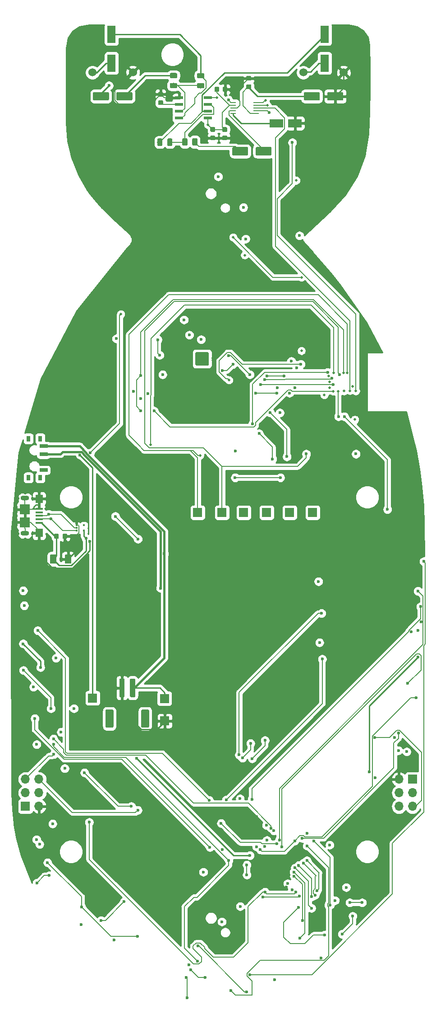
<source format=gbl>
G04 #@! TF.GenerationSoftware,KiCad,Pcbnew,(5.1.0-0)*
G04 #@! TF.CreationDate,2019-04-19T22:26:30-07:00*
G04 #@! TF.ProjectId,DC27-badge,44433237-2d62-4616-9467-652e6b696361,rev?*
G04 #@! TF.SameCoordinates,Original*
G04 #@! TF.FileFunction,Copper,L4,Bot*
G04 #@! TF.FilePolarity,Positive*
%FSLAX46Y46*%
G04 Gerber Fmt 4.6, Leading zero omitted, Abs format (unit mm)*
G04 Created by KiCad (PCBNEW (5.1.0-0)) date 2019-04-19 22:26:30*
%MOMM*%
%LPD*%
G04 APERTURE LIST*
%ADD10R,1.700000X1.700000*%
%ADD11O,1.700000X1.700000*%
%ADD12C,0.150000*%
%ADD13C,0.875000*%
%ADD14C,1.524000*%
%ADD15C,1.600000*%
%ADD16C,0.975000*%
%ADD17R,1.550000X0.600000*%
%ADD18R,0.450000X0.300000*%
%ADD19C,1.500000*%
%ADD20C,1.000000*%
%ADD21C,2.500000*%
%ADD22C,0.500000*%
%ADD23R,0.800000X1.000000*%
%ADD24R,1.500000X0.700000*%
%ADD25C,1.250000*%
%ADD26R,2.499360X1.597660*%
%ADD27R,1.597660X3.197860*%
%ADD28R,1.348740X0.398780*%
%ADD29O,1.597660X0.899160*%
%ADD30R,1.399540X1.597660*%
%ADD31R,1.899920X1.899920*%
%ADD32O,1.200000X0.500000*%
%ADD33R,1.100000X0.250000*%
%ADD34C,0.600000*%
%ADD35C,0.482600*%
%ADD36C,0.152400*%
%ADD37C,0.254000*%
%ADD38C,0.250000*%
%ADD39C,0.152000*%
%ADD40C,0.381000*%
G04 APERTURE END LIST*
D10*
X95170000Y-170250000D03*
X81640000Y-165940000D03*
X95130000Y-166020000D03*
X118628000Y-131186000D03*
X114310000Y-131186000D03*
X109992000Y-131186000D03*
X101356000Y-131186000D03*
X122946000Y-131186000D03*
X105928000Y-131186000D03*
D11*
X71565000Y-181145000D03*
X69025000Y-181145000D03*
X71565000Y-183685000D03*
X69025000Y-183685000D03*
X71565000Y-186225000D03*
D10*
X69025000Y-186225000D03*
D12*
G36*
X104477691Y-60563553D02*
G01*
X104498926Y-60566703D01*
X104519750Y-60571919D01*
X104539962Y-60579151D01*
X104559368Y-60588330D01*
X104577781Y-60599366D01*
X104595024Y-60612154D01*
X104610930Y-60626570D01*
X104625346Y-60642476D01*
X104638134Y-60659719D01*
X104649170Y-60678132D01*
X104658349Y-60697538D01*
X104665581Y-60717750D01*
X104670797Y-60738574D01*
X104673947Y-60759809D01*
X104675000Y-60781250D01*
X104675000Y-61218750D01*
X104673947Y-61240191D01*
X104670797Y-61261426D01*
X104665581Y-61282250D01*
X104658349Y-61302462D01*
X104649170Y-61321868D01*
X104638134Y-61340281D01*
X104625346Y-61357524D01*
X104610930Y-61373430D01*
X104595024Y-61387846D01*
X104577781Y-61400634D01*
X104559368Y-61411670D01*
X104539962Y-61420849D01*
X104519750Y-61428081D01*
X104498926Y-61433297D01*
X104477691Y-61436447D01*
X104456250Y-61437500D01*
X103943750Y-61437500D01*
X103922309Y-61436447D01*
X103901074Y-61433297D01*
X103880250Y-61428081D01*
X103860038Y-61420849D01*
X103840632Y-61411670D01*
X103822219Y-61400634D01*
X103804976Y-61387846D01*
X103789070Y-61373430D01*
X103774654Y-61357524D01*
X103761866Y-61340281D01*
X103750830Y-61321868D01*
X103741651Y-61302462D01*
X103734419Y-61282250D01*
X103729203Y-61261426D01*
X103726053Y-61240191D01*
X103725000Y-61218750D01*
X103725000Y-60781250D01*
X103726053Y-60759809D01*
X103729203Y-60738574D01*
X103734419Y-60717750D01*
X103741651Y-60697538D01*
X103750830Y-60678132D01*
X103761866Y-60659719D01*
X103774654Y-60642476D01*
X103789070Y-60626570D01*
X103804976Y-60612154D01*
X103822219Y-60599366D01*
X103840632Y-60588330D01*
X103860038Y-60579151D01*
X103880250Y-60571919D01*
X103901074Y-60566703D01*
X103922309Y-60563553D01*
X103943750Y-60562500D01*
X104456250Y-60562500D01*
X104477691Y-60563553D01*
X104477691Y-60563553D01*
G37*
D13*
X104200000Y-61000000D03*
D12*
G36*
X104477691Y-58988553D02*
G01*
X104498926Y-58991703D01*
X104519750Y-58996919D01*
X104539962Y-59004151D01*
X104559368Y-59013330D01*
X104577781Y-59024366D01*
X104595024Y-59037154D01*
X104610930Y-59051570D01*
X104625346Y-59067476D01*
X104638134Y-59084719D01*
X104649170Y-59103132D01*
X104658349Y-59122538D01*
X104665581Y-59142750D01*
X104670797Y-59163574D01*
X104673947Y-59184809D01*
X104675000Y-59206250D01*
X104675000Y-59643750D01*
X104673947Y-59665191D01*
X104670797Y-59686426D01*
X104665581Y-59707250D01*
X104658349Y-59727462D01*
X104649170Y-59746868D01*
X104638134Y-59765281D01*
X104625346Y-59782524D01*
X104610930Y-59798430D01*
X104595024Y-59812846D01*
X104577781Y-59825634D01*
X104559368Y-59836670D01*
X104539962Y-59845849D01*
X104519750Y-59853081D01*
X104498926Y-59858297D01*
X104477691Y-59861447D01*
X104456250Y-59862500D01*
X103943750Y-59862500D01*
X103922309Y-59861447D01*
X103901074Y-59858297D01*
X103880250Y-59853081D01*
X103860038Y-59845849D01*
X103840632Y-59836670D01*
X103822219Y-59825634D01*
X103804976Y-59812846D01*
X103789070Y-59798430D01*
X103774654Y-59782524D01*
X103761866Y-59765281D01*
X103750830Y-59746868D01*
X103741651Y-59727462D01*
X103734419Y-59707250D01*
X103729203Y-59686426D01*
X103726053Y-59665191D01*
X103725000Y-59643750D01*
X103725000Y-59206250D01*
X103726053Y-59184809D01*
X103729203Y-59163574D01*
X103734419Y-59142750D01*
X103741651Y-59122538D01*
X103750830Y-59103132D01*
X103761866Y-59084719D01*
X103774654Y-59067476D01*
X103789070Y-59051570D01*
X103804976Y-59037154D01*
X103822219Y-59024366D01*
X103840632Y-59013330D01*
X103860038Y-59004151D01*
X103880250Y-58996919D01*
X103901074Y-58991703D01*
X103922309Y-58988553D01*
X103943750Y-58987500D01*
X104456250Y-58987500D01*
X104477691Y-58988553D01*
X104477691Y-58988553D01*
G37*
D13*
X104200000Y-59425000D03*
D14*
X128800000Y-48750000D03*
X121200000Y-48750000D03*
X89200000Y-48750000D03*
X81600000Y-48750000D03*
D12*
G36*
X115024504Y-62701204D02*
G01*
X115048773Y-62704804D01*
X115072571Y-62710765D01*
X115095671Y-62719030D01*
X115117849Y-62729520D01*
X115138893Y-62742133D01*
X115158598Y-62756747D01*
X115176777Y-62773223D01*
X115193253Y-62791402D01*
X115207867Y-62811107D01*
X115220480Y-62832151D01*
X115230970Y-62854329D01*
X115239235Y-62877429D01*
X115245196Y-62901227D01*
X115248796Y-62925496D01*
X115250000Y-62950000D01*
X115250000Y-64050000D01*
X115248796Y-64074504D01*
X115245196Y-64098773D01*
X115239235Y-64122571D01*
X115230970Y-64145671D01*
X115220480Y-64167849D01*
X115207867Y-64188893D01*
X115193253Y-64208598D01*
X115176777Y-64226777D01*
X115158598Y-64243253D01*
X115138893Y-64257867D01*
X115117849Y-64270480D01*
X115095671Y-64280970D01*
X115072571Y-64289235D01*
X115048773Y-64295196D01*
X115024504Y-64298796D01*
X115000000Y-64300000D01*
X112500000Y-64300000D01*
X112475496Y-64298796D01*
X112451227Y-64295196D01*
X112427429Y-64289235D01*
X112404329Y-64280970D01*
X112382151Y-64270480D01*
X112361107Y-64257867D01*
X112341402Y-64243253D01*
X112323223Y-64226777D01*
X112306747Y-64208598D01*
X112292133Y-64188893D01*
X112279520Y-64167849D01*
X112269030Y-64145671D01*
X112260765Y-64122571D01*
X112254804Y-64098773D01*
X112251204Y-64074504D01*
X112250000Y-64050000D01*
X112250000Y-62950000D01*
X112251204Y-62925496D01*
X112254804Y-62901227D01*
X112260765Y-62877429D01*
X112269030Y-62854329D01*
X112279520Y-62832151D01*
X112292133Y-62811107D01*
X112306747Y-62791402D01*
X112323223Y-62773223D01*
X112341402Y-62756747D01*
X112361107Y-62742133D01*
X112382151Y-62729520D01*
X112404329Y-62719030D01*
X112427429Y-62710765D01*
X112451227Y-62704804D01*
X112475496Y-62701204D01*
X112500000Y-62700000D01*
X115000000Y-62700000D01*
X115024504Y-62701204D01*
X115024504Y-62701204D01*
G37*
D15*
X113750000Y-63500000D03*
D12*
G36*
X110624504Y-62701204D02*
G01*
X110648773Y-62704804D01*
X110672571Y-62710765D01*
X110695671Y-62719030D01*
X110717849Y-62729520D01*
X110738893Y-62742133D01*
X110758598Y-62756747D01*
X110776777Y-62773223D01*
X110793253Y-62791402D01*
X110807867Y-62811107D01*
X110820480Y-62832151D01*
X110830970Y-62854329D01*
X110839235Y-62877429D01*
X110845196Y-62901227D01*
X110848796Y-62925496D01*
X110850000Y-62950000D01*
X110850000Y-64050000D01*
X110848796Y-64074504D01*
X110845196Y-64098773D01*
X110839235Y-64122571D01*
X110830970Y-64145671D01*
X110820480Y-64167849D01*
X110807867Y-64188893D01*
X110793253Y-64208598D01*
X110776777Y-64226777D01*
X110758598Y-64243253D01*
X110738893Y-64257867D01*
X110717849Y-64270480D01*
X110695671Y-64280970D01*
X110672571Y-64289235D01*
X110648773Y-64295196D01*
X110624504Y-64298796D01*
X110600000Y-64300000D01*
X108100000Y-64300000D01*
X108075496Y-64298796D01*
X108051227Y-64295196D01*
X108027429Y-64289235D01*
X108004329Y-64280970D01*
X107982151Y-64270480D01*
X107961107Y-64257867D01*
X107941402Y-64243253D01*
X107923223Y-64226777D01*
X107906747Y-64208598D01*
X107892133Y-64188893D01*
X107879520Y-64167849D01*
X107869030Y-64145671D01*
X107860765Y-64122571D01*
X107854804Y-64098773D01*
X107851204Y-64074504D01*
X107850000Y-64050000D01*
X107850000Y-62950000D01*
X107851204Y-62925496D01*
X107854804Y-62901227D01*
X107860765Y-62877429D01*
X107869030Y-62854329D01*
X107879520Y-62832151D01*
X107892133Y-62811107D01*
X107906747Y-62791402D01*
X107923223Y-62773223D01*
X107941402Y-62756747D01*
X107961107Y-62742133D01*
X107982151Y-62729520D01*
X108004329Y-62719030D01*
X108027429Y-62710765D01*
X108051227Y-62704804D01*
X108075496Y-62701204D01*
X108100000Y-62700000D01*
X110600000Y-62700000D01*
X110624504Y-62701204D01*
X110624504Y-62701204D01*
G37*
D15*
X109350000Y-63500000D03*
D12*
G36*
X128474504Y-52401204D02*
G01*
X128498773Y-52404804D01*
X128522571Y-52410765D01*
X128545671Y-52419030D01*
X128567849Y-52429520D01*
X128588893Y-52442133D01*
X128608598Y-52456747D01*
X128626777Y-52473223D01*
X128643253Y-52491402D01*
X128657867Y-52511107D01*
X128670480Y-52532151D01*
X128680970Y-52554329D01*
X128689235Y-52577429D01*
X128695196Y-52601227D01*
X128698796Y-52625496D01*
X128700000Y-52650000D01*
X128700000Y-53750000D01*
X128698796Y-53774504D01*
X128695196Y-53798773D01*
X128689235Y-53822571D01*
X128680970Y-53845671D01*
X128670480Y-53867849D01*
X128657867Y-53888893D01*
X128643253Y-53908598D01*
X128626777Y-53926777D01*
X128608598Y-53943253D01*
X128588893Y-53957867D01*
X128567849Y-53970480D01*
X128545671Y-53980970D01*
X128522571Y-53989235D01*
X128498773Y-53995196D01*
X128474504Y-53998796D01*
X128450000Y-54000000D01*
X125950000Y-54000000D01*
X125925496Y-53998796D01*
X125901227Y-53995196D01*
X125877429Y-53989235D01*
X125854329Y-53980970D01*
X125832151Y-53970480D01*
X125811107Y-53957867D01*
X125791402Y-53943253D01*
X125773223Y-53926777D01*
X125756747Y-53908598D01*
X125742133Y-53888893D01*
X125729520Y-53867849D01*
X125719030Y-53845671D01*
X125710765Y-53822571D01*
X125704804Y-53798773D01*
X125701204Y-53774504D01*
X125700000Y-53750000D01*
X125700000Y-52650000D01*
X125701204Y-52625496D01*
X125704804Y-52601227D01*
X125710765Y-52577429D01*
X125719030Y-52554329D01*
X125729520Y-52532151D01*
X125742133Y-52511107D01*
X125756747Y-52491402D01*
X125773223Y-52473223D01*
X125791402Y-52456747D01*
X125811107Y-52442133D01*
X125832151Y-52429520D01*
X125854329Y-52419030D01*
X125877429Y-52410765D01*
X125901227Y-52404804D01*
X125925496Y-52401204D01*
X125950000Y-52400000D01*
X128450000Y-52400000D01*
X128474504Y-52401204D01*
X128474504Y-52401204D01*
G37*
D15*
X127200000Y-53200000D03*
D12*
G36*
X124074504Y-52401204D02*
G01*
X124098773Y-52404804D01*
X124122571Y-52410765D01*
X124145671Y-52419030D01*
X124167849Y-52429520D01*
X124188893Y-52442133D01*
X124208598Y-52456747D01*
X124226777Y-52473223D01*
X124243253Y-52491402D01*
X124257867Y-52511107D01*
X124270480Y-52532151D01*
X124280970Y-52554329D01*
X124289235Y-52577429D01*
X124295196Y-52601227D01*
X124298796Y-52625496D01*
X124300000Y-52650000D01*
X124300000Y-53750000D01*
X124298796Y-53774504D01*
X124295196Y-53798773D01*
X124289235Y-53822571D01*
X124280970Y-53845671D01*
X124270480Y-53867849D01*
X124257867Y-53888893D01*
X124243253Y-53908598D01*
X124226777Y-53926777D01*
X124208598Y-53943253D01*
X124188893Y-53957867D01*
X124167849Y-53970480D01*
X124145671Y-53980970D01*
X124122571Y-53989235D01*
X124098773Y-53995196D01*
X124074504Y-53998796D01*
X124050000Y-54000000D01*
X121550000Y-54000000D01*
X121525496Y-53998796D01*
X121501227Y-53995196D01*
X121477429Y-53989235D01*
X121454329Y-53980970D01*
X121432151Y-53970480D01*
X121411107Y-53957867D01*
X121391402Y-53943253D01*
X121373223Y-53926777D01*
X121356747Y-53908598D01*
X121342133Y-53888893D01*
X121329520Y-53867849D01*
X121319030Y-53845671D01*
X121310765Y-53822571D01*
X121304804Y-53798773D01*
X121301204Y-53774504D01*
X121300000Y-53750000D01*
X121300000Y-52650000D01*
X121301204Y-52625496D01*
X121304804Y-52601227D01*
X121310765Y-52577429D01*
X121319030Y-52554329D01*
X121329520Y-52532151D01*
X121342133Y-52511107D01*
X121356747Y-52491402D01*
X121373223Y-52473223D01*
X121391402Y-52456747D01*
X121411107Y-52442133D01*
X121432151Y-52429520D01*
X121454329Y-52419030D01*
X121477429Y-52410765D01*
X121501227Y-52404804D01*
X121525496Y-52401204D01*
X121550000Y-52400000D01*
X124050000Y-52400000D01*
X124074504Y-52401204D01*
X124074504Y-52401204D01*
G37*
D15*
X122800000Y-53200000D03*
D12*
G36*
X102420142Y-50733674D02*
G01*
X102443803Y-50737184D01*
X102467007Y-50742996D01*
X102489529Y-50751054D01*
X102511153Y-50761282D01*
X102531670Y-50773579D01*
X102550883Y-50787829D01*
X102568607Y-50803893D01*
X102584671Y-50821617D01*
X102598921Y-50840830D01*
X102611218Y-50861347D01*
X102621446Y-50882971D01*
X102629504Y-50905493D01*
X102635316Y-50928697D01*
X102638826Y-50952358D01*
X102640000Y-50976250D01*
X102640000Y-51463750D01*
X102638826Y-51487642D01*
X102635316Y-51511303D01*
X102629504Y-51534507D01*
X102621446Y-51557029D01*
X102611218Y-51578653D01*
X102598921Y-51599170D01*
X102584671Y-51618383D01*
X102568607Y-51636107D01*
X102550883Y-51652171D01*
X102531670Y-51666421D01*
X102511153Y-51678718D01*
X102489529Y-51688946D01*
X102467007Y-51697004D01*
X102443803Y-51702816D01*
X102420142Y-51706326D01*
X102396250Y-51707500D01*
X101483750Y-51707500D01*
X101459858Y-51706326D01*
X101436197Y-51702816D01*
X101412993Y-51697004D01*
X101390471Y-51688946D01*
X101368847Y-51678718D01*
X101348330Y-51666421D01*
X101329117Y-51652171D01*
X101311393Y-51636107D01*
X101295329Y-51618383D01*
X101281079Y-51599170D01*
X101268782Y-51578653D01*
X101258554Y-51557029D01*
X101250496Y-51534507D01*
X101244684Y-51511303D01*
X101241174Y-51487642D01*
X101240000Y-51463750D01*
X101240000Y-50976250D01*
X101241174Y-50952358D01*
X101244684Y-50928697D01*
X101250496Y-50905493D01*
X101258554Y-50882971D01*
X101268782Y-50861347D01*
X101281079Y-50840830D01*
X101295329Y-50821617D01*
X101311393Y-50803893D01*
X101329117Y-50787829D01*
X101348330Y-50773579D01*
X101368847Y-50761282D01*
X101390471Y-50751054D01*
X101412993Y-50742996D01*
X101436197Y-50737184D01*
X101459858Y-50733674D01*
X101483750Y-50732500D01*
X102396250Y-50732500D01*
X102420142Y-50733674D01*
X102420142Y-50733674D01*
G37*
D16*
X101940000Y-51220000D03*
D12*
G36*
X102420142Y-48858674D02*
G01*
X102443803Y-48862184D01*
X102467007Y-48867996D01*
X102489529Y-48876054D01*
X102511153Y-48886282D01*
X102531670Y-48898579D01*
X102550883Y-48912829D01*
X102568607Y-48928893D01*
X102584671Y-48946617D01*
X102598921Y-48965830D01*
X102611218Y-48986347D01*
X102621446Y-49007971D01*
X102629504Y-49030493D01*
X102635316Y-49053697D01*
X102638826Y-49077358D01*
X102640000Y-49101250D01*
X102640000Y-49588750D01*
X102638826Y-49612642D01*
X102635316Y-49636303D01*
X102629504Y-49659507D01*
X102621446Y-49682029D01*
X102611218Y-49703653D01*
X102598921Y-49724170D01*
X102584671Y-49743383D01*
X102568607Y-49761107D01*
X102550883Y-49777171D01*
X102531670Y-49791421D01*
X102511153Y-49803718D01*
X102489529Y-49813946D01*
X102467007Y-49822004D01*
X102443803Y-49827816D01*
X102420142Y-49831326D01*
X102396250Y-49832500D01*
X101483750Y-49832500D01*
X101459858Y-49831326D01*
X101436197Y-49827816D01*
X101412993Y-49822004D01*
X101390471Y-49813946D01*
X101368847Y-49803718D01*
X101348330Y-49791421D01*
X101329117Y-49777171D01*
X101311393Y-49761107D01*
X101295329Y-49743383D01*
X101281079Y-49724170D01*
X101268782Y-49703653D01*
X101258554Y-49682029D01*
X101250496Y-49659507D01*
X101244684Y-49636303D01*
X101241174Y-49612642D01*
X101240000Y-49588750D01*
X101240000Y-49101250D01*
X101241174Y-49077358D01*
X101244684Y-49053697D01*
X101250496Y-49030493D01*
X101258554Y-49007971D01*
X101268782Y-48986347D01*
X101281079Y-48965830D01*
X101295329Y-48946617D01*
X101311393Y-48928893D01*
X101329117Y-48912829D01*
X101348330Y-48898579D01*
X101368847Y-48886282D01*
X101390471Y-48876054D01*
X101412993Y-48867996D01*
X101436197Y-48862184D01*
X101459858Y-48858674D01*
X101483750Y-48857500D01*
X102396250Y-48857500D01*
X102420142Y-48858674D01*
X102420142Y-48858674D01*
G37*
D16*
X101940000Y-49345000D03*
D17*
X103300000Y-57305000D03*
X103300000Y-56035000D03*
X103300000Y-54765000D03*
X103300000Y-53495000D03*
X97900000Y-53495000D03*
X97900000Y-54765000D03*
X97900000Y-56035000D03*
X97900000Y-57305000D03*
D12*
G36*
X84474504Y-52401204D02*
G01*
X84498773Y-52404804D01*
X84522571Y-52410765D01*
X84545671Y-52419030D01*
X84567849Y-52429520D01*
X84588893Y-52442133D01*
X84608598Y-52456747D01*
X84626777Y-52473223D01*
X84643253Y-52491402D01*
X84657867Y-52511107D01*
X84670480Y-52532151D01*
X84680970Y-52554329D01*
X84689235Y-52577429D01*
X84695196Y-52601227D01*
X84698796Y-52625496D01*
X84700000Y-52650000D01*
X84700000Y-53750000D01*
X84698796Y-53774504D01*
X84695196Y-53798773D01*
X84689235Y-53822571D01*
X84680970Y-53845671D01*
X84670480Y-53867849D01*
X84657867Y-53888893D01*
X84643253Y-53908598D01*
X84626777Y-53926777D01*
X84608598Y-53943253D01*
X84588893Y-53957867D01*
X84567849Y-53970480D01*
X84545671Y-53980970D01*
X84522571Y-53989235D01*
X84498773Y-53995196D01*
X84474504Y-53998796D01*
X84450000Y-54000000D01*
X81950000Y-54000000D01*
X81925496Y-53998796D01*
X81901227Y-53995196D01*
X81877429Y-53989235D01*
X81854329Y-53980970D01*
X81832151Y-53970480D01*
X81811107Y-53957867D01*
X81791402Y-53943253D01*
X81773223Y-53926777D01*
X81756747Y-53908598D01*
X81742133Y-53888893D01*
X81729520Y-53867849D01*
X81719030Y-53845671D01*
X81710765Y-53822571D01*
X81704804Y-53798773D01*
X81701204Y-53774504D01*
X81700000Y-53750000D01*
X81700000Y-52650000D01*
X81701204Y-52625496D01*
X81704804Y-52601227D01*
X81710765Y-52577429D01*
X81719030Y-52554329D01*
X81729520Y-52532151D01*
X81742133Y-52511107D01*
X81756747Y-52491402D01*
X81773223Y-52473223D01*
X81791402Y-52456747D01*
X81811107Y-52442133D01*
X81832151Y-52429520D01*
X81854329Y-52419030D01*
X81877429Y-52410765D01*
X81901227Y-52404804D01*
X81925496Y-52401204D01*
X81950000Y-52400000D01*
X84450000Y-52400000D01*
X84474504Y-52401204D01*
X84474504Y-52401204D01*
G37*
D15*
X83200000Y-53200000D03*
D12*
G36*
X88874504Y-52401204D02*
G01*
X88898773Y-52404804D01*
X88922571Y-52410765D01*
X88945671Y-52419030D01*
X88967849Y-52429520D01*
X88988893Y-52442133D01*
X89008598Y-52456747D01*
X89026777Y-52473223D01*
X89043253Y-52491402D01*
X89057867Y-52511107D01*
X89070480Y-52532151D01*
X89080970Y-52554329D01*
X89089235Y-52577429D01*
X89095196Y-52601227D01*
X89098796Y-52625496D01*
X89100000Y-52650000D01*
X89100000Y-53750000D01*
X89098796Y-53774504D01*
X89095196Y-53798773D01*
X89089235Y-53822571D01*
X89080970Y-53845671D01*
X89070480Y-53867849D01*
X89057867Y-53888893D01*
X89043253Y-53908598D01*
X89026777Y-53926777D01*
X89008598Y-53943253D01*
X88988893Y-53957867D01*
X88967849Y-53970480D01*
X88945671Y-53980970D01*
X88922571Y-53989235D01*
X88898773Y-53995196D01*
X88874504Y-53998796D01*
X88850000Y-54000000D01*
X86350000Y-54000000D01*
X86325496Y-53998796D01*
X86301227Y-53995196D01*
X86277429Y-53989235D01*
X86254329Y-53980970D01*
X86232151Y-53970480D01*
X86211107Y-53957867D01*
X86191402Y-53943253D01*
X86173223Y-53926777D01*
X86156747Y-53908598D01*
X86142133Y-53888893D01*
X86129520Y-53867849D01*
X86119030Y-53845671D01*
X86110765Y-53822571D01*
X86104804Y-53798773D01*
X86101204Y-53774504D01*
X86100000Y-53750000D01*
X86100000Y-52650000D01*
X86101204Y-52625496D01*
X86104804Y-52601227D01*
X86110765Y-52577429D01*
X86119030Y-52554329D01*
X86129520Y-52532151D01*
X86142133Y-52511107D01*
X86156747Y-52491402D01*
X86173223Y-52473223D01*
X86191402Y-52456747D01*
X86211107Y-52442133D01*
X86232151Y-52429520D01*
X86254329Y-52419030D01*
X86277429Y-52410765D01*
X86301227Y-52404804D01*
X86325496Y-52401204D01*
X86350000Y-52400000D01*
X88850000Y-52400000D01*
X88874504Y-52401204D01*
X88874504Y-52401204D01*
G37*
D15*
X87600000Y-53200000D03*
D12*
G36*
X96405142Y-61101174D02*
G01*
X96428803Y-61104684D01*
X96452007Y-61110496D01*
X96474529Y-61118554D01*
X96496153Y-61128782D01*
X96516670Y-61141079D01*
X96535883Y-61155329D01*
X96553607Y-61171393D01*
X96569671Y-61189117D01*
X96583921Y-61208330D01*
X96596218Y-61228847D01*
X96606446Y-61250471D01*
X96614504Y-61272993D01*
X96620316Y-61296197D01*
X96623826Y-61319858D01*
X96625000Y-61343750D01*
X96625000Y-62256250D01*
X96623826Y-62280142D01*
X96620316Y-62303803D01*
X96614504Y-62327007D01*
X96606446Y-62349529D01*
X96596218Y-62371153D01*
X96583921Y-62391670D01*
X96569671Y-62410883D01*
X96553607Y-62428607D01*
X96535883Y-62444671D01*
X96516670Y-62458921D01*
X96496153Y-62471218D01*
X96474529Y-62481446D01*
X96452007Y-62489504D01*
X96428803Y-62495316D01*
X96405142Y-62498826D01*
X96381250Y-62500000D01*
X95893750Y-62500000D01*
X95869858Y-62498826D01*
X95846197Y-62495316D01*
X95822993Y-62489504D01*
X95800471Y-62481446D01*
X95778847Y-62471218D01*
X95758330Y-62458921D01*
X95739117Y-62444671D01*
X95721393Y-62428607D01*
X95705329Y-62410883D01*
X95691079Y-62391670D01*
X95678782Y-62371153D01*
X95668554Y-62349529D01*
X95660496Y-62327007D01*
X95654684Y-62303803D01*
X95651174Y-62280142D01*
X95650000Y-62256250D01*
X95650000Y-61343750D01*
X95651174Y-61319858D01*
X95654684Y-61296197D01*
X95660496Y-61272993D01*
X95668554Y-61250471D01*
X95678782Y-61228847D01*
X95691079Y-61208330D01*
X95705329Y-61189117D01*
X95721393Y-61171393D01*
X95739117Y-61155329D01*
X95758330Y-61141079D01*
X95778847Y-61128782D01*
X95800471Y-61118554D01*
X95822993Y-61110496D01*
X95846197Y-61104684D01*
X95869858Y-61101174D01*
X95893750Y-61100000D01*
X96381250Y-61100000D01*
X96405142Y-61101174D01*
X96405142Y-61101174D01*
G37*
D16*
X96137500Y-61800000D03*
D12*
G36*
X94530142Y-61101174D02*
G01*
X94553803Y-61104684D01*
X94577007Y-61110496D01*
X94599529Y-61118554D01*
X94621153Y-61128782D01*
X94641670Y-61141079D01*
X94660883Y-61155329D01*
X94678607Y-61171393D01*
X94694671Y-61189117D01*
X94708921Y-61208330D01*
X94721218Y-61228847D01*
X94731446Y-61250471D01*
X94739504Y-61272993D01*
X94745316Y-61296197D01*
X94748826Y-61319858D01*
X94750000Y-61343750D01*
X94750000Y-62256250D01*
X94748826Y-62280142D01*
X94745316Y-62303803D01*
X94739504Y-62327007D01*
X94731446Y-62349529D01*
X94721218Y-62371153D01*
X94708921Y-62391670D01*
X94694671Y-62410883D01*
X94678607Y-62428607D01*
X94660883Y-62444671D01*
X94641670Y-62458921D01*
X94621153Y-62471218D01*
X94599529Y-62481446D01*
X94577007Y-62489504D01*
X94553803Y-62495316D01*
X94530142Y-62498826D01*
X94506250Y-62500000D01*
X94018750Y-62500000D01*
X93994858Y-62498826D01*
X93971197Y-62495316D01*
X93947993Y-62489504D01*
X93925471Y-62481446D01*
X93903847Y-62471218D01*
X93883330Y-62458921D01*
X93864117Y-62444671D01*
X93846393Y-62428607D01*
X93830329Y-62410883D01*
X93816079Y-62391670D01*
X93803782Y-62371153D01*
X93793554Y-62349529D01*
X93785496Y-62327007D01*
X93779684Y-62303803D01*
X93776174Y-62280142D01*
X93775000Y-62256250D01*
X93775000Y-61343750D01*
X93776174Y-61319858D01*
X93779684Y-61296197D01*
X93785496Y-61272993D01*
X93793554Y-61250471D01*
X93803782Y-61228847D01*
X93816079Y-61208330D01*
X93830329Y-61189117D01*
X93846393Y-61171393D01*
X93864117Y-61155329D01*
X93883330Y-61141079D01*
X93903847Y-61128782D01*
X93925471Y-61118554D01*
X93947993Y-61110496D01*
X93971197Y-61104684D01*
X93994858Y-61101174D01*
X94018750Y-61100000D01*
X94506250Y-61100000D01*
X94530142Y-61101174D01*
X94530142Y-61101174D01*
G37*
D16*
X94262500Y-61800000D03*
D12*
G36*
X97310142Y-48838674D02*
G01*
X97333803Y-48842184D01*
X97357007Y-48847996D01*
X97379529Y-48856054D01*
X97401153Y-48866282D01*
X97421670Y-48878579D01*
X97440883Y-48892829D01*
X97458607Y-48908893D01*
X97474671Y-48926617D01*
X97488921Y-48945830D01*
X97501218Y-48966347D01*
X97511446Y-48987971D01*
X97519504Y-49010493D01*
X97525316Y-49033697D01*
X97528826Y-49057358D01*
X97530000Y-49081250D01*
X97530000Y-49568750D01*
X97528826Y-49592642D01*
X97525316Y-49616303D01*
X97519504Y-49639507D01*
X97511446Y-49662029D01*
X97501218Y-49683653D01*
X97488921Y-49704170D01*
X97474671Y-49723383D01*
X97458607Y-49741107D01*
X97440883Y-49757171D01*
X97421670Y-49771421D01*
X97401153Y-49783718D01*
X97379529Y-49793946D01*
X97357007Y-49802004D01*
X97333803Y-49807816D01*
X97310142Y-49811326D01*
X97286250Y-49812500D01*
X96373750Y-49812500D01*
X96349858Y-49811326D01*
X96326197Y-49807816D01*
X96302993Y-49802004D01*
X96280471Y-49793946D01*
X96258847Y-49783718D01*
X96238330Y-49771421D01*
X96219117Y-49757171D01*
X96201393Y-49741107D01*
X96185329Y-49723383D01*
X96171079Y-49704170D01*
X96158782Y-49683653D01*
X96148554Y-49662029D01*
X96140496Y-49639507D01*
X96134684Y-49616303D01*
X96131174Y-49592642D01*
X96130000Y-49568750D01*
X96130000Y-49081250D01*
X96131174Y-49057358D01*
X96134684Y-49033697D01*
X96140496Y-49010493D01*
X96148554Y-48987971D01*
X96158782Y-48966347D01*
X96171079Y-48945830D01*
X96185329Y-48926617D01*
X96201393Y-48908893D01*
X96219117Y-48892829D01*
X96238330Y-48878579D01*
X96258847Y-48866282D01*
X96280471Y-48856054D01*
X96302993Y-48847996D01*
X96326197Y-48842184D01*
X96349858Y-48838674D01*
X96373750Y-48837500D01*
X97286250Y-48837500D01*
X97310142Y-48838674D01*
X97310142Y-48838674D01*
G37*
D16*
X96830000Y-49325000D03*
D12*
G36*
X97310142Y-50713674D02*
G01*
X97333803Y-50717184D01*
X97357007Y-50722996D01*
X97379529Y-50731054D01*
X97401153Y-50741282D01*
X97421670Y-50753579D01*
X97440883Y-50767829D01*
X97458607Y-50783893D01*
X97474671Y-50801617D01*
X97488921Y-50820830D01*
X97501218Y-50841347D01*
X97511446Y-50862971D01*
X97519504Y-50885493D01*
X97525316Y-50908697D01*
X97528826Y-50932358D01*
X97530000Y-50956250D01*
X97530000Y-51443750D01*
X97528826Y-51467642D01*
X97525316Y-51491303D01*
X97519504Y-51514507D01*
X97511446Y-51537029D01*
X97501218Y-51558653D01*
X97488921Y-51579170D01*
X97474671Y-51598383D01*
X97458607Y-51616107D01*
X97440883Y-51632171D01*
X97421670Y-51646421D01*
X97401153Y-51658718D01*
X97379529Y-51668946D01*
X97357007Y-51677004D01*
X97333803Y-51682816D01*
X97310142Y-51686326D01*
X97286250Y-51687500D01*
X96373750Y-51687500D01*
X96349858Y-51686326D01*
X96326197Y-51682816D01*
X96302993Y-51677004D01*
X96280471Y-51668946D01*
X96258847Y-51658718D01*
X96238330Y-51646421D01*
X96219117Y-51632171D01*
X96201393Y-51616107D01*
X96185329Y-51598383D01*
X96171079Y-51579170D01*
X96158782Y-51558653D01*
X96148554Y-51537029D01*
X96140496Y-51514507D01*
X96134684Y-51491303D01*
X96131174Y-51467642D01*
X96130000Y-51443750D01*
X96130000Y-50956250D01*
X96131174Y-50932358D01*
X96134684Y-50908697D01*
X96140496Y-50885493D01*
X96148554Y-50862971D01*
X96158782Y-50841347D01*
X96171079Y-50820830D01*
X96185329Y-50801617D01*
X96201393Y-50783893D01*
X96219117Y-50767829D01*
X96238330Y-50753579D01*
X96258847Y-50741282D01*
X96280471Y-50731054D01*
X96302993Y-50722996D01*
X96326197Y-50717184D01*
X96349858Y-50713674D01*
X96373750Y-50712500D01*
X97286250Y-50712500D01*
X97310142Y-50713674D01*
X97310142Y-50713674D01*
G37*
D16*
X96830000Y-51200000D03*
D12*
G36*
X101105142Y-61051174D02*
G01*
X101128803Y-61054684D01*
X101152007Y-61060496D01*
X101174529Y-61068554D01*
X101196153Y-61078782D01*
X101216670Y-61091079D01*
X101235883Y-61105329D01*
X101253607Y-61121393D01*
X101269671Y-61139117D01*
X101283921Y-61158330D01*
X101296218Y-61178847D01*
X101306446Y-61200471D01*
X101314504Y-61222993D01*
X101320316Y-61246197D01*
X101323826Y-61269858D01*
X101325000Y-61293750D01*
X101325000Y-62206250D01*
X101323826Y-62230142D01*
X101320316Y-62253803D01*
X101314504Y-62277007D01*
X101306446Y-62299529D01*
X101296218Y-62321153D01*
X101283921Y-62341670D01*
X101269671Y-62360883D01*
X101253607Y-62378607D01*
X101235883Y-62394671D01*
X101216670Y-62408921D01*
X101196153Y-62421218D01*
X101174529Y-62431446D01*
X101152007Y-62439504D01*
X101128803Y-62445316D01*
X101105142Y-62448826D01*
X101081250Y-62450000D01*
X100593750Y-62450000D01*
X100569858Y-62448826D01*
X100546197Y-62445316D01*
X100522993Y-62439504D01*
X100500471Y-62431446D01*
X100478847Y-62421218D01*
X100458330Y-62408921D01*
X100439117Y-62394671D01*
X100421393Y-62378607D01*
X100405329Y-62360883D01*
X100391079Y-62341670D01*
X100378782Y-62321153D01*
X100368554Y-62299529D01*
X100360496Y-62277007D01*
X100354684Y-62253803D01*
X100351174Y-62230142D01*
X100350000Y-62206250D01*
X100350000Y-61293750D01*
X100351174Y-61269858D01*
X100354684Y-61246197D01*
X100360496Y-61222993D01*
X100368554Y-61200471D01*
X100378782Y-61178847D01*
X100391079Y-61158330D01*
X100405329Y-61139117D01*
X100421393Y-61121393D01*
X100439117Y-61105329D01*
X100458330Y-61091079D01*
X100478847Y-61078782D01*
X100500471Y-61068554D01*
X100522993Y-61060496D01*
X100546197Y-61054684D01*
X100569858Y-61051174D01*
X100593750Y-61050000D01*
X101081250Y-61050000D01*
X101105142Y-61051174D01*
X101105142Y-61051174D01*
G37*
D16*
X100837500Y-61750000D03*
D12*
G36*
X99230142Y-61051174D02*
G01*
X99253803Y-61054684D01*
X99277007Y-61060496D01*
X99299529Y-61068554D01*
X99321153Y-61078782D01*
X99341670Y-61091079D01*
X99360883Y-61105329D01*
X99378607Y-61121393D01*
X99394671Y-61139117D01*
X99408921Y-61158330D01*
X99421218Y-61178847D01*
X99431446Y-61200471D01*
X99439504Y-61222993D01*
X99445316Y-61246197D01*
X99448826Y-61269858D01*
X99450000Y-61293750D01*
X99450000Y-62206250D01*
X99448826Y-62230142D01*
X99445316Y-62253803D01*
X99439504Y-62277007D01*
X99431446Y-62299529D01*
X99421218Y-62321153D01*
X99408921Y-62341670D01*
X99394671Y-62360883D01*
X99378607Y-62378607D01*
X99360883Y-62394671D01*
X99341670Y-62408921D01*
X99321153Y-62421218D01*
X99299529Y-62431446D01*
X99277007Y-62439504D01*
X99253803Y-62445316D01*
X99230142Y-62448826D01*
X99206250Y-62450000D01*
X98718750Y-62450000D01*
X98694858Y-62448826D01*
X98671197Y-62445316D01*
X98647993Y-62439504D01*
X98625471Y-62431446D01*
X98603847Y-62421218D01*
X98583330Y-62408921D01*
X98564117Y-62394671D01*
X98546393Y-62378607D01*
X98530329Y-62360883D01*
X98516079Y-62341670D01*
X98503782Y-62321153D01*
X98493554Y-62299529D01*
X98485496Y-62277007D01*
X98479684Y-62253803D01*
X98476174Y-62230142D01*
X98475000Y-62206250D01*
X98475000Y-61293750D01*
X98476174Y-61269858D01*
X98479684Y-61246197D01*
X98485496Y-61222993D01*
X98493554Y-61200471D01*
X98503782Y-61178847D01*
X98516079Y-61158330D01*
X98530329Y-61139117D01*
X98546393Y-61121393D01*
X98564117Y-61105329D01*
X98583330Y-61091079D01*
X98603847Y-61078782D01*
X98625471Y-61068554D01*
X98647993Y-61060496D01*
X98671197Y-61054684D01*
X98694858Y-61051174D01*
X98718750Y-61050000D01*
X99206250Y-61050000D01*
X99230142Y-61051174D01*
X99230142Y-61051174D01*
G37*
D16*
X98962500Y-61750000D03*
D18*
X80000000Y-133580000D03*
X78600000Y-134080000D03*
X80000000Y-134580000D03*
X78600000Y-133580000D03*
X78600000Y-134580000D03*
D12*
G36*
X85324504Y-168101204D02*
G01*
X85348773Y-168104804D01*
X85372571Y-168110765D01*
X85395671Y-168119030D01*
X85417849Y-168129520D01*
X85438893Y-168142133D01*
X85458598Y-168156747D01*
X85476777Y-168173223D01*
X85493253Y-168191402D01*
X85507867Y-168211107D01*
X85520480Y-168232151D01*
X85530970Y-168254329D01*
X85539235Y-168277429D01*
X85545196Y-168301227D01*
X85548796Y-168325496D01*
X85550000Y-168350000D01*
X85550000Y-171250000D01*
X85548796Y-171274504D01*
X85545196Y-171298773D01*
X85539235Y-171322571D01*
X85530970Y-171345671D01*
X85520480Y-171367849D01*
X85507867Y-171388893D01*
X85493253Y-171408598D01*
X85476777Y-171426777D01*
X85458598Y-171443253D01*
X85438893Y-171457867D01*
X85417849Y-171470480D01*
X85395671Y-171480970D01*
X85372571Y-171489235D01*
X85348773Y-171495196D01*
X85324504Y-171498796D01*
X85300000Y-171500000D01*
X84300000Y-171500000D01*
X84275496Y-171498796D01*
X84251227Y-171495196D01*
X84227429Y-171489235D01*
X84204329Y-171480970D01*
X84182151Y-171470480D01*
X84161107Y-171457867D01*
X84141402Y-171443253D01*
X84123223Y-171426777D01*
X84106747Y-171408598D01*
X84092133Y-171388893D01*
X84079520Y-171367849D01*
X84069030Y-171345671D01*
X84060765Y-171322571D01*
X84054804Y-171298773D01*
X84051204Y-171274504D01*
X84050000Y-171250000D01*
X84050000Y-168350000D01*
X84051204Y-168325496D01*
X84054804Y-168301227D01*
X84060765Y-168277429D01*
X84069030Y-168254329D01*
X84079520Y-168232151D01*
X84092133Y-168211107D01*
X84106747Y-168191402D01*
X84123223Y-168173223D01*
X84141402Y-168156747D01*
X84161107Y-168142133D01*
X84182151Y-168129520D01*
X84204329Y-168119030D01*
X84227429Y-168110765D01*
X84251227Y-168104804D01*
X84275496Y-168101204D01*
X84300000Y-168100000D01*
X85300000Y-168100000D01*
X85324504Y-168101204D01*
X85324504Y-168101204D01*
G37*
D19*
X84800000Y-169800000D03*
D12*
G36*
X92024504Y-168101204D02*
G01*
X92048773Y-168104804D01*
X92072571Y-168110765D01*
X92095671Y-168119030D01*
X92117849Y-168129520D01*
X92138893Y-168142133D01*
X92158598Y-168156747D01*
X92176777Y-168173223D01*
X92193253Y-168191402D01*
X92207867Y-168211107D01*
X92220480Y-168232151D01*
X92230970Y-168254329D01*
X92239235Y-168277429D01*
X92245196Y-168301227D01*
X92248796Y-168325496D01*
X92250000Y-168350000D01*
X92250000Y-171250000D01*
X92248796Y-171274504D01*
X92245196Y-171298773D01*
X92239235Y-171322571D01*
X92230970Y-171345671D01*
X92220480Y-171367849D01*
X92207867Y-171388893D01*
X92193253Y-171408598D01*
X92176777Y-171426777D01*
X92158598Y-171443253D01*
X92138893Y-171457867D01*
X92117849Y-171470480D01*
X92095671Y-171480970D01*
X92072571Y-171489235D01*
X92048773Y-171495196D01*
X92024504Y-171498796D01*
X92000000Y-171500000D01*
X91000000Y-171500000D01*
X90975496Y-171498796D01*
X90951227Y-171495196D01*
X90927429Y-171489235D01*
X90904329Y-171480970D01*
X90882151Y-171470480D01*
X90861107Y-171457867D01*
X90841402Y-171443253D01*
X90823223Y-171426777D01*
X90806747Y-171408598D01*
X90792133Y-171388893D01*
X90779520Y-171367849D01*
X90769030Y-171345671D01*
X90760765Y-171322571D01*
X90754804Y-171298773D01*
X90751204Y-171274504D01*
X90750000Y-171250000D01*
X90750000Y-168350000D01*
X90751204Y-168325496D01*
X90754804Y-168301227D01*
X90760765Y-168277429D01*
X90769030Y-168254329D01*
X90779520Y-168232151D01*
X90792133Y-168211107D01*
X90806747Y-168191402D01*
X90823223Y-168173223D01*
X90841402Y-168156747D01*
X90861107Y-168142133D01*
X90882151Y-168129520D01*
X90904329Y-168119030D01*
X90927429Y-168110765D01*
X90951227Y-168104804D01*
X90975496Y-168101204D01*
X91000000Y-168100000D01*
X92000000Y-168100000D01*
X92024504Y-168101204D01*
X92024504Y-168101204D01*
G37*
D19*
X91500000Y-169800000D03*
D12*
G36*
X87424504Y-162301204D02*
G01*
X87448773Y-162304804D01*
X87472571Y-162310765D01*
X87495671Y-162319030D01*
X87517849Y-162329520D01*
X87538893Y-162342133D01*
X87558598Y-162356747D01*
X87576777Y-162373223D01*
X87593253Y-162391402D01*
X87607867Y-162411107D01*
X87620480Y-162432151D01*
X87630970Y-162454329D01*
X87639235Y-162477429D01*
X87645196Y-162501227D01*
X87648796Y-162525496D01*
X87650000Y-162550000D01*
X87650000Y-165550000D01*
X87648796Y-165574504D01*
X87645196Y-165598773D01*
X87639235Y-165622571D01*
X87630970Y-165645671D01*
X87620480Y-165667849D01*
X87607867Y-165688893D01*
X87593253Y-165708598D01*
X87576777Y-165726777D01*
X87558598Y-165743253D01*
X87538893Y-165757867D01*
X87517849Y-165770480D01*
X87495671Y-165780970D01*
X87472571Y-165789235D01*
X87448773Y-165795196D01*
X87424504Y-165798796D01*
X87400000Y-165800000D01*
X86900000Y-165800000D01*
X86875496Y-165798796D01*
X86851227Y-165795196D01*
X86827429Y-165789235D01*
X86804329Y-165780970D01*
X86782151Y-165770480D01*
X86761107Y-165757867D01*
X86741402Y-165743253D01*
X86723223Y-165726777D01*
X86706747Y-165708598D01*
X86692133Y-165688893D01*
X86679520Y-165667849D01*
X86669030Y-165645671D01*
X86660765Y-165622571D01*
X86654804Y-165598773D01*
X86651204Y-165574504D01*
X86650000Y-165550000D01*
X86650000Y-162550000D01*
X86651204Y-162525496D01*
X86654804Y-162501227D01*
X86660765Y-162477429D01*
X86669030Y-162454329D01*
X86679520Y-162432151D01*
X86692133Y-162411107D01*
X86706747Y-162391402D01*
X86723223Y-162373223D01*
X86741402Y-162356747D01*
X86761107Y-162342133D01*
X86782151Y-162329520D01*
X86804329Y-162319030D01*
X86827429Y-162310765D01*
X86851227Y-162304804D01*
X86875496Y-162301204D01*
X86900000Y-162300000D01*
X87400000Y-162300000D01*
X87424504Y-162301204D01*
X87424504Y-162301204D01*
G37*
D20*
X87150000Y-164050000D03*
D12*
G36*
X89424504Y-162301204D02*
G01*
X89448773Y-162304804D01*
X89472571Y-162310765D01*
X89495671Y-162319030D01*
X89517849Y-162329520D01*
X89538893Y-162342133D01*
X89558598Y-162356747D01*
X89576777Y-162373223D01*
X89593253Y-162391402D01*
X89607867Y-162411107D01*
X89620480Y-162432151D01*
X89630970Y-162454329D01*
X89639235Y-162477429D01*
X89645196Y-162501227D01*
X89648796Y-162525496D01*
X89650000Y-162550000D01*
X89650000Y-165550000D01*
X89648796Y-165574504D01*
X89645196Y-165598773D01*
X89639235Y-165622571D01*
X89630970Y-165645671D01*
X89620480Y-165667849D01*
X89607867Y-165688893D01*
X89593253Y-165708598D01*
X89576777Y-165726777D01*
X89558598Y-165743253D01*
X89538893Y-165757867D01*
X89517849Y-165770480D01*
X89495671Y-165780970D01*
X89472571Y-165789235D01*
X89448773Y-165795196D01*
X89424504Y-165798796D01*
X89400000Y-165800000D01*
X88900000Y-165800000D01*
X88875496Y-165798796D01*
X88851227Y-165795196D01*
X88827429Y-165789235D01*
X88804329Y-165780970D01*
X88782151Y-165770480D01*
X88761107Y-165757867D01*
X88741402Y-165743253D01*
X88723223Y-165726777D01*
X88706747Y-165708598D01*
X88692133Y-165688893D01*
X88679520Y-165667849D01*
X88669030Y-165645671D01*
X88660765Y-165622571D01*
X88654804Y-165598773D01*
X88651204Y-165574504D01*
X88650000Y-165550000D01*
X88650000Y-162550000D01*
X88651204Y-162525496D01*
X88654804Y-162501227D01*
X88660765Y-162477429D01*
X88669030Y-162454329D01*
X88679520Y-162432151D01*
X88692133Y-162411107D01*
X88706747Y-162391402D01*
X88723223Y-162373223D01*
X88741402Y-162356747D01*
X88761107Y-162342133D01*
X88782151Y-162329520D01*
X88804329Y-162319030D01*
X88827429Y-162310765D01*
X88851227Y-162304804D01*
X88875496Y-162301204D01*
X88900000Y-162300000D01*
X89400000Y-162300000D01*
X89424504Y-162301204D01*
X89424504Y-162301204D01*
G37*
D20*
X89150000Y-164050000D03*
D12*
G36*
X103224504Y-101151204D02*
G01*
X103248773Y-101154804D01*
X103272571Y-101160765D01*
X103295671Y-101169030D01*
X103317849Y-101179520D01*
X103338893Y-101192133D01*
X103358598Y-101206747D01*
X103376777Y-101223223D01*
X103393253Y-101241402D01*
X103407867Y-101261107D01*
X103420480Y-101282151D01*
X103430970Y-101304329D01*
X103439235Y-101327429D01*
X103445196Y-101351227D01*
X103448796Y-101375496D01*
X103450000Y-101400000D01*
X103450000Y-103400000D01*
X103448796Y-103424504D01*
X103445196Y-103448773D01*
X103439235Y-103472571D01*
X103430970Y-103495671D01*
X103420480Y-103517849D01*
X103407867Y-103538893D01*
X103393253Y-103558598D01*
X103376777Y-103576777D01*
X103358598Y-103593253D01*
X103338893Y-103607867D01*
X103317849Y-103620480D01*
X103295671Y-103630970D01*
X103272571Y-103639235D01*
X103248773Y-103645196D01*
X103224504Y-103648796D01*
X103200000Y-103650000D01*
X101200000Y-103650000D01*
X101175496Y-103648796D01*
X101151227Y-103645196D01*
X101127429Y-103639235D01*
X101104329Y-103630970D01*
X101082151Y-103620480D01*
X101061107Y-103607867D01*
X101041402Y-103593253D01*
X101023223Y-103576777D01*
X101006747Y-103558598D01*
X100992133Y-103538893D01*
X100979520Y-103517849D01*
X100969030Y-103495671D01*
X100960765Y-103472571D01*
X100954804Y-103448773D01*
X100951204Y-103424504D01*
X100950000Y-103400000D01*
X100950000Y-101400000D01*
X100951204Y-101375496D01*
X100954804Y-101351227D01*
X100960765Y-101327429D01*
X100969030Y-101304329D01*
X100979520Y-101282151D01*
X100992133Y-101261107D01*
X101006747Y-101241402D01*
X101023223Y-101223223D01*
X101041402Y-101206747D01*
X101061107Y-101192133D01*
X101082151Y-101179520D01*
X101104329Y-101169030D01*
X101127429Y-101160765D01*
X101151227Y-101154804D01*
X101175496Y-101151204D01*
X101200000Y-101150000D01*
X103200000Y-101150000D01*
X103224504Y-101151204D01*
X103224504Y-101151204D01*
G37*
D21*
X102200000Y-102400000D03*
D22*
X101200000Y-103400000D03*
X101200000Y-102400000D03*
X101200000Y-101400000D03*
X102200000Y-103400000D03*
X102200000Y-102400000D03*
X102200000Y-101400000D03*
X103200000Y-103400000D03*
X103200000Y-102400000D03*
X103200000Y-101400000D03*
D23*
X71780000Y-124650000D03*
X71780000Y-117350000D03*
X69570000Y-117350000D03*
X69570000Y-124650000D03*
D24*
X72430000Y-118750000D03*
X72430000Y-120250000D03*
X72430000Y-123250000D03*
D12*
G36*
X76667691Y-135156053D02*
G01*
X76688926Y-135159203D01*
X76709750Y-135164419D01*
X76729962Y-135171651D01*
X76749368Y-135180830D01*
X76767781Y-135191866D01*
X76785024Y-135204654D01*
X76800930Y-135219070D01*
X76815346Y-135234976D01*
X76828134Y-135252219D01*
X76839170Y-135270632D01*
X76848349Y-135290038D01*
X76855581Y-135310250D01*
X76860797Y-135331074D01*
X76863947Y-135352309D01*
X76865000Y-135373750D01*
X76865000Y-135886250D01*
X76863947Y-135907691D01*
X76860797Y-135928926D01*
X76855581Y-135949750D01*
X76848349Y-135969962D01*
X76839170Y-135989368D01*
X76828134Y-136007781D01*
X76815346Y-136025024D01*
X76800930Y-136040930D01*
X76785024Y-136055346D01*
X76767781Y-136068134D01*
X76749368Y-136079170D01*
X76729962Y-136088349D01*
X76709750Y-136095581D01*
X76688926Y-136100797D01*
X76667691Y-136103947D01*
X76646250Y-136105000D01*
X76208750Y-136105000D01*
X76187309Y-136103947D01*
X76166074Y-136100797D01*
X76145250Y-136095581D01*
X76125038Y-136088349D01*
X76105632Y-136079170D01*
X76087219Y-136068134D01*
X76069976Y-136055346D01*
X76054070Y-136040930D01*
X76039654Y-136025024D01*
X76026866Y-136007781D01*
X76015830Y-135989368D01*
X76006651Y-135969962D01*
X75999419Y-135949750D01*
X75994203Y-135928926D01*
X75991053Y-135907691D01*
X75990000Y-135886250D01*
X75990000Y-135373750D01*
X75991053Y-135352309D01*
X75994203Y-135331074D01*
X75999419Y-135310250D01*
X76006651Y-135290038D01*
X76015830Y-135270632D01*
X76026866Y-135252219D01*
X76039654Y-135234976D01*
X76054070Y-135219070D01*
X76069976Y-135204654D01*
X76087219Y-135191866D01*
X76105632Y-135180830D01*
X76125038Y-135171651D01*
X76145250Y-135164419D01*
X76166074Y-135159203D01*
X76187309Y-135156053D01*
X76208750Y-135155000D01*
X76646250Y-135155000D01*
X76667691Y-135156053D01*
X76667691Y-135156053D01*
G37*
D13*
X76427500Y-135630000D03*
D12*
G36*
X75092691Y-135156053D02*
G01*
X75113926Y-135159203D01*
X75134750Y-135164419D01*
X75154962Y-135171651D01*
X75174368Y-135180830D01*
X75192781Y-135191866D01*
X75210024Y-135204654D01*
X75225930Y-135219070D01*
X75240346Y-135234976D01*
X75253134Y-135252219D01*
X75264170Y-135270632D01*
X75273349Y-135290038D01*
X75280581Y-135310250D01*
X75285797Y-135331074D01*
X75288947Y-135352309D01*
X75290000Y-135373750D01*
X75290000Y-135886250D01*
X75288947Y-135907691D01*
X75285797Y-135928926D01*
X75280581Y-135949750D01*
X75273349Y-135969962D01*
X75264170Y-135989368D01*
X75253134Y-136007781D01*
X75240346Y-136025024D01*
X75225930Y-136040930D01*
X75210024Y-136055346D01*
X75192781Y-136068134D01*
X75174368Y-136079170D01*
X75154962Y-136088349D01*
X75134750Y-136095581D01*
X75113926Y-136100797D01*
X75092691Y-136103947D01*
X75071250Y-136105000D01*
X74633750Y-136105000D01*
X74612309Y-136103947D01*
X74591074Y-136100797D01*
X74570250Y-136095581D01*
X74550038Y-136088349D01*
X74530632Y-136079170D01*
X74512219Y-136068134D01*
X74494976Y-136055346D01*
X74479070Y-136040930D01*
X74464654Y-136025024D01*
X74451866Y-136007781D01*
X74440830Y-135989368D01*
X74431651Y-135969962D01*
X74424419Y-135949750D01*
X74419203Y-135928926D01*
X74416053Y-135907691D01*
X74415000Y-135886250D01*
X74415000Y-135373750D01*
X74416053Y-135352309D01*
X74419203Y-135331074D01*
X74424419Y-135310250D01*
X74431651Y-135290038D01*
X74440830Y-135270632D01*
X74451866Y-135252219D01*
X74464654Y-135234976D01*
X74479070Y-135219070D01*
X74494976Y-135204654D01*
X74512219Y-135191866D01*
X74530632Y-135180830D01*
X74550038Y-135171651D01*
X74570250Y-135164419D01*
X74591074Y-135159203D01*
X74612309Y-135156053D01*
X74633750Y-135155000D01*
X75071250Y-135155000D01*
X75092691Y-135156053D01*
X75092691Y-135156053D01*
G37*
D13*
X74852500Y-135630000D03*
D12*
G36*
X94677691Y-52388553D02*
G01*
X94698926Y-52391703D01*
X94719750Y-52396919D01*
X94739962Y-52404151D01*
X94759368Y-52413330D01*
X94777781Y-52424366D01*
X94795024Y-52437154D01*
X94810930Y-52451570D01*
X94825346Y-52467476D01*
X94838134Y-52484719D01*
X94849170Y-52503132D01*
X94858349Y-52522538D01*
X94865581Y-52542750D01*
X94870797Y-52563574D01*
X94873947Y-52584809D01*
X94875000Y-52606250D01*
X94875000Y-53043750D01*
X94873947Y-53065191D01*
X94870797Y-53086426D01*
X94865581Y-53107250D01*
X94858349Y-53127462D01*
X94849170Y-53146868D01*
X94838134Y-53165281D01*
X94825346Y-53182524D01*
X94810930Y-53198430D01*
X94795024Y-53212846D01*
X94777781Y-53225634D01*
X94759368Y-53236670D01*
X94739962Y-53245849D01*
X94719750Y-53253081D01*
X94698926Y-53258297D01*
X94677691Y-53261447D01*
X94656250Y-53262500D01*
X94143750Y-53262500D01*
X94122309Y-53261447D01*
X94101074Y-53258297D01*
X94080250Y-53253081D01*
X94060038Y-53245849D01*
X94040632Y-53236670D01*
X94022219Y-53225634D01*
X94004976Y-53212846D01*
X93989070Y-53198430D01*
X93974654Y-53182524D01*
X93961866Y-53165281D01*
X93950830Y-53146868D01*
X93941651Y-53127462D01*
X93934419Y-53107250D01*
X93929203Y-53086426D01*
X93926053Y-53065191D01*
X93925000Y-53043750D01*
X93925000Y-52606250D01*
X93926053Y-52584809D01*
X93929203Y-52563574D01*
X93934419Y-52542750D01*
X93941651Y-52522538D01*
X93950830Y-52503132D01*
X93961866Y-52484719D01*
X93974654Y-52467476D01*
X93989070Y-52451570D01*
X94004976Y-52437154D01*
X94022219Y-52424366D01*
X94040632Y-52413330D01*
X94060038Y-52404151D01*
X94080250Y-52396919D01*
X94101074Y-52391703D01*
X94122309Y-52388553D01*
X94143750Y-52387500D01*
X94656250Y-52387500D01*
X94677691Y-52388553D01*
X94677691Y-52388553D01*
G37*
D13*
X94400000Y-52825000D03*
D12*
G36*
X94677691Y-53963553D02*
G01*
X94698926Y-53966703D01*
X94719750Y-53971919D01*
X94739962Y-53979151D01*
X94759368Y-53988330D01*
X94777781Y-53999366D01*
X94795024Y-54012154D01*
X94810930Y-54026570D01*
X94825346Y-54042476D01*
X94838134Y-54059719D01*
X94849170Y-54078132D01*
X94858349Y-54097538D01*
X94865581Y-54117750D01*
X94870797Y-54138574D01*
X94873947Y-54159809D01*
X94875000Y-54181250D01*
X94875000Y-54618750D01*
X94873947Y-54640191D01*
X94870797Y-54661426D01*
X94865581Y-54682250D01*
X94858349Y-54702462D01*
X94849170Y-54721868D01*
X94838134Y-54740281D01*
X94825346Y-54757524D01*
X94810930Y-54773430D01*
X94795024Y-54787846D01*
X94777781Y-54800634D01*
X94759368Y-54811670D01*
X94739962Y-54820849D01*
X94719750Y-54828081D01*
X94698926Y-54833297D01*
X94677691Y-54836447D01*
X94656250Y-54837500D01*
X94143750Y-54837500D01*
X94122309Y-54836447D01*
X94101074Y-54833297D01*
X94080250Y-54828081D01*
X94060038Y-54820849D01*
X94040632Y-54811670D01*
X94022219Y-54800634D01*
X94004976Y-54787846D01*
X93989070Y-54773430D01*
X93974654Y-54757524D01*
X93961866Y-54740281D01*
X93950830Y-54721868D01*
X93941651Y-54702462D01*
X93934419Y-54682250D01*
X93929203Y-54661426D01*
X93926053Y-54640191D01*
X93925000Y-54618750D01*
X93925000Y-54181250D01*
X93926053Y-54159809D01*
X93929203Y-54138574D01*
X93934419Y-54117750D01*
X93941651Y-54097538D01*
X93950830Y-54078132D01*
X93961866Y-54059719D01*
X93974654Y-54042476D01*
X93989070Y-54026570D01*
X94004976Y-54012154D01*
X94022219Y-53999366D01*
X94040632Y-53988330D01*
X94060038Y-53979151D01*
X94080250Y-53971919D01*
X94101074Y-53966703D01*
X94122309Y-53963553D01*
X94143750Y-53962500D01*
X94656250Y-53962500D01*
X94677691Y-53963553D01*
X94677691Y-53963553D01*
G37*
D13*
X94400000Y-54400000D03*
D12*
G36*
X111237691Y-49388553D02*
G01*
X111258926Y-49391703D01*
X111279750Y-49396919D01*
X111299962Y-49404151D01*
X111319368Y-49413330D01*
X111337781Y-49424366D01*
X111355024Y-49437154D01*
X111370930Y-49451570D01*
X111385346Y-49467476D01*
X111398134Y-49484719D01*
X111409170Y-49503132D01*
X111418349Y-49522538D01*
X111425581Y-49542750D01*
X111430797Y-49563574D01*
X111433947Y-49584809D01*
X111435000Y-49606250D01*
X111435000Y-50043750D01*
X111433947Y-50065191D01*
X111430797Y-50086426D01*
X111425581Y-50107250D01*
X111418349Y-50127462D01*
X111409170Y-50146868D01*
X111398134Y-50165281D01*
X111385346Y-50182524D01*
X111370930Y-50198430D01*
X111355024Y-50212846D01*
X111337781Y-50225634D01*
X111319368Y-50236670D01*
X111299962Y-50245849D01*
X111279750Y-50253081D01*
X111258926Y-50258297D01*
X111237691Y-50261447D01*
X111216250Y-50262500D01*
X110703750Y-50262500D01*
X110682309Y-50261447D01*
X110661074Y-50258297D01*
X110640250Y-50253081D01*
X110620038Y-50245849D01*
X110600632Y-50236670D01*
X110582219Y-50225634D01*
X110564976Y-50212846D01*
X110549070Y-50198430D01*
X110534654Y-50182524D01*
X110521866Y-50165281D01*
X110510830Y-50146868D01*
X110501651Y-50127462D01*
X110494419Y-50107250D01*
X110489203Y-50086426D01*
X110486053Y-50065191D01*
X110485000Y-50043750D01*
X110485000Y-49606250D01*
X110486053Y-49584809D01*
X110489203Y-49563574D01*
X110494419Y-49542750D01*
X110501651Y-49522538D01*
X110510830Y-49503132D01*
X110521866Y-49484719D01*
X110534654Y-49467476D01*
X110549070Y-49451570D01*
X110564976Y-49437154D01*
X110582219Y-49424366D01*
X110600632Y-49413330D01*
X110620038Y-49404151D01*
X110640250Y-49396919D01*
X110661074Y-49391703D01*
X110682309Y-49388553D01*
X110703750Y-49387500D01*
X111216250Y-49387500D01*
X111237691Y-49388553D01*
X111237691Y-49388553D01*
G37*
D13*
X110960000Y-49825000D03*
D12*
G36*
X111237691Y-50963553D02*
G01*
X111258926Y-50966703D01*
X111279750Y-50971919D01*
X111299962Y-50979151D01*
X111319368Y-50988330D01*
X111337781Y-50999366D01*
X111355024Y-51012154D01*
X111370930Y-51026570D01*
X111385346Y-51042476D01*
X111398134Y-51059719D01*
X111409170Y-51078132D01*
X111418349Y-51097538D01*
X111425581Y-51117750D01*
X111430797Y-51138574D01*
X111433947Y-51159809D01*
X111435000Y-51181250D01*
X111435000Y-51618750D01*
X111433947Y-51640191D01*
X111430797Y-51661426D01*
X111425581Y-51682250D01*
X111418349Y-51702462D01*
X111409170Y-51721868D01*
X111398134Y-51740281D01*
X111385346Y-51757524D01*
X111370930Y-51773430D01*
X111355024Y-51787846D01*
X111337781Y-51800634D01*
X111319368Y-51811670D01*
X111299962Y-51820849D01*
X111279750Y-51828081D01*
X111258926Y-51833297D01*
X111237691Y-51836447D01*
X111216250Y-51837500D01*
X110703750Y-51837500D01*
X110682309Y-51836447D01*
X110661074Y-51833297D01*
X110640250Y-51828081D01*
X110620038Y-51820849D01*
X110600632Y-51811670D01*
X110582219Y-51800634D01*
X110564976Y-51787846D01*
X110549070Y-51773430D01*
X110534654Y-51757524D01*
X110521866Y-51740281D01*
X110510830Y-51721868D01*
X110501651Y-51702462D01*
X110494419Y-51682250D01*
X110489203Y-51661426D01*
X110486053Y-51640191D01*
X110485000Y-51618750D01*
X110485000Y-51181250D01*
X110486053Y-51159809D01*
X110489203Y-51138574D01*
X110494419Y-51117750D01*
X110501651Y-51097538D01*
X110510830Y-51078132D01*
X110521866Y-51059719D01*
X110534654Y-51042476D01*
X110549070Y-51026570D01*
X110564976Y-51012154D01*
X110582219Y-50999366D01*
X110600632Y-50988330D01*
X110620038Y-50979151D01*
X110640250Y-50971919D01*
X110661074Y-50966703D01*
X110682309Y-50963553D01*
X110703750Y-50962500D01*
X111216250Y-50962500D01*
X111237691Y-50963553D01*
X111237691Y-50963553D01*
G37*
D13*
X110960000Y-51400000D03*
D12*
G36*
X106727691Y-60573553D02*
G01*
X106748926Y-60576703D01*
X106769750Y-60581919D01*
X106789962Y-60589151D01*
X106809368Y-60598330D01*
X106827781Y-60609366D01*
X106845024Y-60622154D01*
X106860930Y-60636570D01*
X106875346Y-60652476D01*
X106888134Y-60669719D01*
X106899170Y-60688132D01*
X106908349Y-60707538D01*
X106915581Y-60727750D01*
X106920797Y-60748574D01*
X106923947Y-60769809D01*
X106925000Y-60791250D01*
X106925000Y-61228750D01*
X106923947Y-61250191D01*
X106920797Y-61271426D01*
X106915581Y-61292250D01*
X106908349Y-61312462D01*
X106899170Y-61331868D01*
X106888134Y-61350281D01*
X106875346Y-61367524D01*
X106860930Y-61383430D01*
X106845024Y-61397846D01*
X106827781Y-61410634D01*
X106809368Y-61421670D01*
X106789962Y-61430849D01*
X106769750Y-61438081D01*
X106748926Y-61443297D01*
X106727691Y-61446447D01*
X106706250Y-61447500D01*
X106193750Y-61447500D01*
X106172309Y-61446447D01*
X106151074Y-61443297D01*
X106130250Y-61438081D01*
X106110038Y-61430849D01*
X106090632Y-61421670D01*
X106072219Y-61410634D01*
X106054976Y-61397846D01*
X106039070Y-61383430D01*
X106024654Y-61367524D01*
X106011866Y-61350281D01*
X106000830Y-61331868D01*
X105991651Y-61312462D01*
X105984419Y-61292250D01*
X105979203Y-61271426D01*
X105976053Y-61250191D01*
X105975000Y-61228750D01*
X105975000Y-60791250D01*
X105976053Y-60769809D01*
X105979203Y-60748574D01*
X105984419Y-60727750D01*
X105991651Y-60707538D01*
X106000830Y-60688132D01*
X106011866Y-60669719D01*
X106024654Y-60652476D01*
X106039070Y-60636570D01*
X106054976Y-60622154D01*
X106072219Y-60609366D01*
X106090632Y-60598330D01*
X106110038Y-60589151D01*
X106130250Y-60581919D01*
X106151074Y-60576703D01*
X106172309Y-60573553D01*
X106193750Y-60572500D01*
X106706250Y-60572500D01*
X106727691Y-60573553D01*
X106727691Y-60573553D01*
G37*
D13*
X106450000Y-61010000D03*
D12*
G36*
X106727691Y-58998553D02*
G01*
X106748926Y-59001703D01*
X106769750Y-59006919D01*
X106789962Y-59014151D01*
X106809368Y-59023330D01*
X106827781Y-59034366D01*
X106845024Y-59047154D01*
X106860930Y-59061570D01*
X106875346Y-59077476D01*
X106888134Y-59094719D01*
X106899170Y-59113132D01*
X106908349Y-59132538D01*
X106915581Y-59152750D01*
X106920797Y-59173574D01*
X106923947Y-59194809D01*
X106925000Y-59216250D01*
X106925000Y-59653750D01*
X106923947Y-59675191D01*
X106920797Y-59696426D01*
X106915581Y-59717250D01*
X106908349Y-59737462D01*
X106899170Y-59756868D01*
X106888134Y-59775281D01*
X106875346Y-59792524D01*
X106860930Y-59808430D01*
X106845024Y-59822846D01*
X106827781Y-59835634D01*
X106809368Y-59846670D01*
X106789962Y-59855849D01*
X106769750Y-59863081D01*
X106748926Y-59868297D01*
X106727691Y-59871447D01*
X106706250Y-59872500D01*
X106193750Y-59872500D01*
X106172309Y-59871447D01*
X106151074Y-59868297D01*
X106130250Y-59863081D01*
X106110038Y-59855849D01*
X106090632Y-59846670D01*
X106072219Y-59835634D01*
X106054976Y-59822846D01*
X106039070Y-59808430D01*
X106024654Y-59792524D01*
X106011866Y-59775281D01*
X106000830Y-59756868D01*
X105991651Y-59737462D01*
X105984419Y-59717250D01*
X105979203Y-59696426D01*
X105976053Y-59675191D01*
X105975000Y-59653750D01*
X105975000Y-59216250D01*
X105976053Y-59194809D01*
X105979203Y-59173574D01*
X105984419Y-59152750D01*
X105991651Y-59132538D01*
X106000830Y-59113132D01*
X106011866Y-59094719D01*
X106024654Y-59077476D01*
X106039070Y-59061570D01*
X106054976Y-59047154D01*
X106072219Y-59034366D01*
X106090632Y-59023330D01*
X106110038Y-59014151D01*
X106130250Y-59006919D01*
X106151074Y-59001703D01*
X106172309Y-58998553D01*
X106193750Y-58997500D01*
X106706250Y-58997500D01*
X106727691Y-58998553D01*
X106727691Y-58998553D01*
G37*
D13*
X106450000Y-59435000D03*
D12*
G36*
X106765191Y-51426053D02*
G01*
X106786426Y-51429203D01*
X106807250Y-51434419D01*
X106827462Y-51441651D01*
X106846868Y-51450830D01*
X106865281Y-51461866D01*
X106882524Y-51474654D01*
X106898430Y-51489070D01*
X106912846Y-51504976D01*
X106925634Y-51522219D01*
X106936670Y-51540632D01*
X106945849Y-51560038D01*
X106953081Y-51580250D01*
X106958297Y-51601074D01*
X106961447Y-51622309D01*
X106962500Y-51643750D01*
X106962500Y-52156250D01*
X106961447Y-52177691D01*
X106958297Y-52198926D01*
X106953081Y-52219750D01*
X106945849Y-52239962D01*
X106936670Y-52259368D01*
X106925634Y-52277781D01*
X106912846Y-52295024D01*
X106898430Y-52310930D01*
X106882524Y-52325346D01*
X106865281Y-52338134D01*
X106846868Y-52349170D01*
X106827462Y-52358349D01*
X106807250Y-52365581D01*
X106786426Y-52370797D01*
X106765191Y-52373947D01*
X106743750Y-52375000D01*
X106306250Y-52375000D01*
X106284809Y-52373947D01*
X106263574Y-52370797D01*
X106242750Y-52365581D01*
X106222538Y-52358349D01*
X106203132Y-52349170D01*
X106184719Y-52338134D01*
X106167476Y-52325346D01*
X106151570Y-52310930D01*
X106137154Y-52295024D01*
X106124366Y-52277781D01*
X106113330Y-52259368D01*
X106104151Y-52239962D01*
X106096919Y-52219750D01*
X106091703Y-52198926D01*
X106088553Y-52177691D01*
X106087500Y-52156250D01*
X106087500Y-51643750D01*
X106088553Y-51622309D01*
X106091703Y-51601074D01*
X106096919Y-51580250D01*
X106104151Y-51560038D01*
X106113330Y-51540632D01*
X106124366Y-51522219D01*
X106137154Y-51504976D01*
X106151570Y-51489070D01*
X106167476Y-51474654D01*
X106184719Y-51461866D01*
X106203132Y-51450830D01*
X106222538Y-51441651D01*
X106242750Y-51434419D01*
X106263574Y-51429203D01*
X106284809Y-51426053D01*
X106306250Y-51425000D01*
X106743750Y-51425000D01*
X106765191Y-51426053D01*
X106765191Y-51426053D01*
G37*
D13*
X106525000Y-51900000D03*
D12*
G36*
X105190191Y-51426053D02*
G01*
X105211426Y-51429203D01*
X105232250Y-51434419D01*
X105252462Y-51441651D01*
X105271868Y-51450830D01*
X105290281Y-51461866D01*
X105307524Y-51474654D01*
X105323430Y-51489070D01*
X105337846Y-51504976D01*
X105350634Y-51522219D01*
X105361670Y-51540632D01*
X105370849Y-51560038D01*
X105378081Y-51580250D01*
X105383297Y-51601074D01*
X105386447Y-51622309D01*
X105387500Y-51643750D01*
X105387500Y-52156250D01*
X105386447Y-52177691D01*
X105383297Y-52198926D01*
X105378081Y-52219750D01*
X105370849Y-52239962D01*
X105361670Y-52259368D01*
X105350634Y-52277781D01*
X105337846Y-52295024D01*
X105323430Y-52310930D01*
X105307524Y-52325346D01*
X105290281Y-52338134D01*
X105271868Y-52349170D01*
X105252462Y-52358349D01*
X105232250Y-52365581D01*
X105211426Y-52370797D01*
X105190191Y-52373947D01*
X105168750Y-52375000D01*
X104731250Y-52375000D01*
X104709809Y-52373947D01*
X104688574Y-52370797D01*
X104667750Y-52365581D01*
X104647538Y-52358349D01*
X104628132Y-52349170D01*
X104609719Y-52338134D01*
X104592476Y-52325346D01*
X104576570Y-52310930D01*
X104562154Y-52295024D01*
X104549366Y-52277781D01*
X104538330Y-52259368D01*
X104529151Y-52239962D01*
X104521919Y-52219750D01*
X104516703Y-52198926D01*
X104513553Y-52177691D01*
X104512500Y-52156250D01*
X104512500Y-51643750D01*
X104513553Y-51622309D01*
X104516703Y-51601074D01*
X104521919Y-51580250D01*
X104529151Y-51560038D01*
X104538330Y-51540632D01*
X104549366Y-51522219D01*
X104562154Y-51504976D01*
X104576570Y-51489070D01*
X104592476Y-51474654D01*
X104609719Y-51461866D01*
X104628132Y-51450830D01*
X104647538Y-51441651D01*
X104667750Y-51434419D01*
X104688574Y-51429203D01*
X104709809Y-51426053D01*
X104731250Y-51425000D01*
X105168750Y-51425000D01*
X105190191Y-51426053D01*
X105190191Y-51426053D01*
G37*
D13*
X104950000Y-51900000D03*
D12*
G36*
X77439504Y-139036204D02*
G01*
X77463773Y-139039804D01*
X77487571Y-139045765D01*
X77510671Y-139054030D01*
X77532849Y-139064520D01*
X77553893Y-139077133D01*
X77573598Y-139091747D01*
X77591777Y-139108223D01*
X77608253Y-139126402D01*
X77622867Y-139146107D01*
X77635480Y-139167151D01*
X77645970Y-139189329D01*
X77654235Y-139212429D01*
X77660196Y-139236227D01*
X77663796Y-139260496D01*
X77665000Y-139285000D01*
X77665000Y-140535000D01*
X77663796Y-140559504D01*
X77660196Y-140583773D01*
X77654235Y-140607571D01*
X77645970Y-140630671D01*
X77635480Y-140652849D01*
X77622867Y-140673893D01*
X77608253Y-140693598D01*
X77591777Y-140711777D01*
X77573598Y-140728253D01*
X77553893Y-140742867D01*
X77532849Y-140755480D01*
X77510671Y-140765970D01*
X77487571Y-140774235D01*
X77463773Y-140780196D01*
X77439504Y-140783796D01*
X77415000Y-140785000D01*
X76665000Y-140785000D01*
X76640496Y-140783796D01*
X76616227Y-140780196D01*
X76592429Y-140774235D01*
X76569329Y-140765970D01*
X76547151Y-140755480D01*
X76526107Y-140742867D01*
X76506402Y-140728253D01*
X76488223Y-140711777D01*
X76471747Y-140693598D01*
X76457133Y-140673893D01*
X76444520Y-140652849D01*
X76434030Y-140630671D01*
X76425765Y-140607571D01*
X76419804Y-140583773D01*
X76416204Y-140559504D01*
X76415000Y-140535000D01*
X76415000Y-139285000D01*
X76416204Y-139260496D01*
X76419804Y-139236227D01*
X76425765Y-139212429D01*
X76434030Y-139189329D01*
X76444520Y-139167151D01*
X76457133Y-139146107D01*
X76471747Y-139126402D01*
X76488223Y-139108223D01*
X76506402Y-139091747D01*
X76526107Y-139077133D01*
X76547151Y-139064520D01*
X76569329Y-139054030D01*
X76592429Y-139045765D01*
X76616227Y-139039804D01*
X76640496Y-139036204D01*
X76665000Y-139035000D01*
X77415000Y-139035000D01*
X77439504Y-139036204D01*
X77439504Y-139036204D01*
G37*
D25*
X77040000Y-139910000D03*
D12*
G36*
X74639504Y-139036204D02*
G01*
X74663773Y-139039804D01*
X74687571Y-139045765D01*
X74710671Y-139054030D01*
X74732849Y-139064520D01*
X74753893Y-139077133D01*
X74773598Y-139091747D01*
X74791777Y-139108223D01*
X74808253Y-139126402D01*
X74822867Y-139146107D01*
X74835480Y-139167151D01*
X74845970Y-139189329D01*
X74854235Y-139212429D01*
X74860196Y-139236227D01*
X74863796Y-139260496D01*
X74865000Y-139285000D01*
X74865000Y-140535000D01*
X74863796Y-140559504D01*
X74860196Y-140583773D01*
X74854235Y-140607571D01*
X74845970Y-140630671D01*
X74835480Y-140652849D01*
X74822867Y-140673893D01*
X74808253Y-140693598D01*
X74791777Y-140711777D01*
X74773598Y-140728253D01*
X74753893Y-140742867D01*
X74732849Y-140755480D01*
X74710671Y-140765970D01*
X74687571Y-140774235D01*
X74663773Y-140780196D01*
X74639504Y-140783796D01*
X74615000Y-140785000D01*
X73865000Y-140785000D01*
X73840496Y-140783796D01*
X73816227Y-140780196D01*
X73792429Y-140774235D01*
X73769329Y-140765970D01*
X73747151Y-140755480D01*
X73726107Y-140742867D01*
X73706402Y-140728253D01*
X73688223Y-140711777D01*
X73671747Y-140693598D01*
X73657133Y-140673893D01*
X73644520Y-140652849D01*
X73634030Y-140630671D01*
X73625765Y-140607571D01*
X73619804Y-140583773D01*
X73616204Y-140559504D01*
X73615000Y-140535000D01*
X73615000Y-139285000D01*
X73616204Y-139260496D01*
X73619804Y-139236227D01*
X73625765Y-139212429D01*
X73634030Y-139189329D01*
X73644520Y-139167151D01*
X73657133Y-139146107D01*
X73671747Y-139126402D01*
X73688223Y-139108223D01*
X73706402Y-139091747D01*
X73726107Y-139077133D01*
X73747151Y-139064520D01*
X73769329Y-139054030D01*
X73792429Y-139045765D01*
X73816227Y-139039804D01*
X73840496Y-139036204D01*
X73865000Y-139035000D01*
X74615000Y-139035000D01*
X74639504Y-139036204D01*
X74639504Y-139036204D01*
G37*
D25*
X74240000Y-139910000D03*
D26*
X119647520Y-58250000D03*
X116152480Y-58250000D03*
D27*
X125200000Y-41602520D03*
X125200000Y-46997480D03*
X85200000Y-41602520D03*
X85200000Y-46997480D03*
D28*
X71600000Y-133097939D03*
X71600000Y-132447700D03*
X71600000Y-131800000D03*
X71600000Y-131152300D03*
X71600000Y-130502060D03*
D29*
X68930460Y-135099460D03*
X68930460Y-128500540D03*
D30*
X71600000Y-134997860D03*
X71600000Y-128602140D03*
D31*
X68925381Y-132998880D03*
X68925379Y-130601120D03*
D32*
X68930000Y-135100000D03*
X68930000Y-128500000D03*
D33*
X112350000Y-54400000D03*
X112350000Y-54900000D03*
X112350000Y-55400000D03*
X112350000Y-55900000D03*
X112350000Y-56400000D03*
X108050000Y-56400000D03*
X108050000Y-55900000D03*
X108050000Y-55400000D03*
X108050000Y-54900000D03*
X108050000Y-54400000D03*
D10*
X141710000Y-181170000D03*
D11*
X139170000Y-181170000D03*
X141710000Y-183710000D03*
X139170000Y-183710000D03*
X141710000Y-186250000D03*
X139170000Y-186250000D03*
D34*
X98800000Y-95081032D03*
X110600000Y-199064910D03*
X110592793Y-197207677D03*
X113929468Y-193776210D03*
D35*
X86950000Y-94010000D03*
X107240000Y-106380000D03*
X103300000Y-58525000D03*
D34*
X109330000Y-184810000D03*
X120720000Y-103392999D03*
X81210000Y-120020000D03*
X119644000Y-107818000D03*
X102430000Y-198540000D03*
X74125000Y-189500000D03*
X79275000Y-120400000D03*
X102010000Y-98770000D03*
X73380000Y-131490000D03*
X73800000Y-132400000D03*
X99800000Y-97913790D03*
X131076210Y-120211923D03*
X86100000Y-98620000D03*
X128900000Y-113200000D03*
X137000000Y-130600000D03*
X90688000Y-109850000D03*
X133591100Y-179787400D03*
X142728300Y-158289400D03*
X68630900Y-160739100D03*
X121900000Y-191271379D03*
X73810000Y-167900000D03*
X78130000Y-167900000D03*
X123150000Y-192700000D03*
X126260325Y-204721737D03*
X83225000Y-207625000D03*
X87548998Y-204101002D03*
X121871881Y-196400923D03*
X123743864Y-202082956D03*
X71175000Y-200575000D03*
X73475000Y-199200000D03*
X99400000Y-222150000D03*
X122770000Y-203180000D03*
X120319963Y-197311698D03*
X99209344Y-218326010D03*
X121214258Y-196856501D03*
X123417268Y-202855522D03*
X70533800Y-163874000D03*
X111169003Y-195436156D03*
X89900000Y-177252209D03*
X129260000Y-201420000D03*
X85700000Y-211250000D03*
X141480382Y-153493082D03*
X70791900Y-169776200D03*
X111557822Y-184909670D03*
X103650000Y-193900000D03*
X99731785Y-215931785D03*
X143204510Y-148820395D03*
X102752000Y-218277100D03*
X71140000Y-174640000D03*
X107200236Y-196385352D03*
X101292558Y-215223790D03*
X143830000Y-140360000D03*
X111162288Y-217783019D03*
X74289169Y-174579748D03*
X100063410Y-216863410D03*
X71110600Y-192466500D03*
X107559800Y-220725300D03*
X134680000Y-180860000D03*
X139059055Y-175780945D03*
X121892419Y-193647581D03*
X119659184Y-197762687D03*
X122730000Y-205310000D03*
X127150000Y-203870000D03*
X119492414Y-199332586D03*
X121018144Y-207601856D03*
X130475000Y-206800000D03*
X128500000Y-210175000D03*
X68605500Y-145820700D03*
X121000000Y-192200000D03*
X114271387Y-189800000D03*
X114352048Y-192602423D03*
X110600000Y-221000000D03*
X101400000Y-212400000D03*
X74765179Y-158450144D03*
X88904810Y-186225391D03*
X90076210Y-210600000D03*
X80120000Y-179930000D03*
X139060636Y-172501157D03*
X79551010Y-205076141D03*
X73175000Y-196775000D03*
X68791900Y-148615500D03*
X113136824Y-194352420D03*
X142380000Y-165870000D03*
X115844811Y-218753776D03*
X79480170Y-208381350D03*
X71686801Y-193338199D03*
X119587500Y-192712500D03*
X68605300Y-155774000D03*
X71856900Y-160197600D03*
X140824500Y-163188700D03*
X112412366Y-193814750D03*
X117200000Y-193850000D03*
X120291133Y-205200000D03*
X125210000Y-210320000D03*
X126160000Y-193480000D03*
X138340000Y-173300000D03*
X142728300Y-145910000D03*
X142753300Y-153255300D03*
X118250000Y-200710000D03*
X116720000Y-192530000D03*
X143344557Y-151628907D03*
X140600000Y-176000000D03*
X119087500Y-201849503D03*
X74289169Y-173600000D03*
X115151175Y-190331016D03*
X103500000Y-185080000D03*
X71330000Y-153290000D03*
X116233745Y-193200000D03*
X105766888Y-189413677D03*
X92041500Y-108921000D03*
D35*
X130883799Y-113776201D03*
D34*
X125771790Y-104898000D03*
X111680000Y-114586200D03*
X114990000Y-112500000D03*
X118110000Y-120718610D03*
X94780000Y-105340000D03*
X89297435Y-108502565D03*
X80393790Y-136032000D03*
X76400000Y-179125000D03*
X115675000Y-190795369D03*
X119446452Y-198533896D03*
X120541688Y-210945132D03*
X129920000Y-204280000D03*
X132236568Y-204276568D03*
X124512875Y-214621579D03*
X114000000Y-202280000D03*
X119825000Y-202300000D03*
X81000000Y-189200000D03*
X113610000Y-203230000D03*
X120441942Y-203027058D03*
X75703421Y-172320000D03*
X109350000Y-204975000D03*
X121760000Y-120200000D03*
X128037266Y-105323361D03*
D35*
X128750774Y-105044972D03*
D34*
X90688000Y-105532000D03*
X90688000Y-112136000D03*
X108400000Y-124650000D03*
X116900000Y-124650000D03*
D35*
X101800000Y-120482000D03*
X129432490Y-105010000D03*
D34*
X108450000Y-119650000D03*
X115400000Y-121150000D03*
X112900000Y-116400000D03*
X94216200Y-101700000D03*
X93863790Y-98800000D03*
D35*
X120850000Y-100890000D03*
X104940000Y-53490000D03*
X108020000Y-79640000D03*
X120850000Y-87130000D03*
D34*
X106000000Y-104600000D03*
X108000000Y-103400000D03*
X114400000Y-105600000D03*
X117600210Y-105600000D03*
X113956000Y-106266000D03*
X126600280Y-106000171D03*
X116200210Y-108800000D03*
X112256200Y-108800000D03*
X107200000Y-101800000D03*
X126800000Y-107200000D03*
X113200000Y-107200210D03*
X111162000Y-105337000D03*
X127800000Y-113200000D03*
D35*
X127750000Y-108450000D03*
X114100000Y-53950000D03*
X128860000Y-108430000D03*
X114440000Y-54902500D03*
X129950000Y-108360000D03*
X131070000Y-108430000D03*
D34*
X114760000Y-56210000D03*
X119140000Y-61860000D03*
X95090501Y-138918829D03*
X107138421Y-53875937D03*
X84700000Y-51200000D03*
D35*
X126801000Y-108450000D03*
D34*
X93190000Y-112160000D03*
X103240200Y-98240400D03*
X81208500Y-105106800D03*
D35*
X126113000Y-107780000D03*
D34*
X132200000Y-107400000D03*
D35*
X125163599Y-103923519D03*
D34*
X106000000Y-194300000D03*
X104700000Y-197000000D03*
X112430000Y-188130000D03*
X132200000Y-106000000D03*
X136470000Y-136320000D03*
X108010000Y-60940000D03*
X95100000Y-107170000D03*
X81210000Y-118750000D03*
X129480000Y-124900000D03*
X78460000Y-138450000D03*
X120950000Y-110000000D03*
X107300000Y-198550000D03*
X118040000Y-201390000D03*
X81112990Y-136620000D03*
X100207995Y-211300000D03*
X94400000Y-145360000D03*
X85900000Y-131900000D03*
X90150000Y-136150000D03*
X116320000Y-107776611D03*
X120480000Y-79310000D03*
X118600000Y-108800000D03*
X109950000Y-74030000D03*
X105225000Y-68250000D03*
D35*
X130500000Y-107560000D03*
X119850000Y-68970000D03*
D34*
X119925000Y-104050000D03*
X110375000Y-79925000D03*
D35*
X125150000Y-109170000D03*
X110200000Y-82960000D03*
X92495800Y-118518000D03*
X126866000Y-105041000D03*
D34*
X111600000Y-177300000D03*
X114000000Y-173873800D03*
D35*
X126100000Y-106682510D03*
D34*
X124750000Y-158650000D03*
X106750000Y-185000000D03*
X116800000Y-112500000D03*
X124250000Y-155550000D03*
X105900000Y-207850000D03*
X118950000Y-102830000D03*
X124056299Y-144100000D03*
X111300000Y-174450000D03*
X109773799Y-177176201D03*
D35*
X125968223Y-105612812D03*
D34*
X109150000Y-176600000D03*
X124632499Y-150067501D03*
X134630000Y-173350000D03*
X74350000Y-176475000D03*
X90120000Y-186960000D03*
D36*
X110592793Y-199057703D02*
X110600000Y-199064910D01*
X110592793Y-197207677D02*
X110592793Y-199057703D01*
X106440000Y-59425000D02*
X106450000Y-59435000D01*
X104200000Y-59425000D02*
X106440000Y-59425000D01*
X104950000Y-52502400D02*
X104950000Y-51900000D01*
X107347600Y-54900000D02*
X104950000Y-52502400D01*
X103300000Y-58525000D02*
X104200000Y-59425000D01*
X103300000Y-57305000D02*
X103300000Y-58525000D01*
X108050000Y-54900000D02*
X107347600Y-54900000D01*
X105988388Y-58973388D02*
X106450000Y-59435000D01*
X107347600Y-54900000D02*
X105988388Y-56259212D01*
X105988388Y-56259212D02*
X105988388Y-58973388D01*
X106685923Y-106138701D02*
X106998701Y-106138701D01*
X105423799Y-102723423D02*
X105423799Y-104876577D01*
X106998701Y-106138701D02*
X107240000Y-106380000D01*
X105423799Y-104876577D02*
X106685923Y-106138701D01*
X106923423Y-101223799D02*
X105423799Y-102723423D01*
X107546705Y-101223799D02*
X106923423Y-101223799D01*
X109729107Y-103406201D02*
X107546705Y-101223799D01*
X119716021Y-103406201D02*
X109729107Y-103406201D01*
X119729223Y-103392999D02*
X119716021Y-103406201D01*
X120720000Y-103392999D02*
X119729223Y-103392999D01*
D37*
X81640000Y-122765000D02*
X79275000Y-120400000D01*
X81640000Y-165940000D02*
X81640000Y-122765000D01*
D36*
X81210000Y-120020000D02*
X86708701Y-114521299D01*
X86708701Y-94251299D02*
X86950000Y-94010000D01*
X86708701Y-114521299D02*
X86708701Y-94251299D01*
X73070000Y-131800000D02*
X73380000Y-131490000D01*
X71600000Y-131800000D02*
X73070000Y-131800000D01*
X75637838Y-131490000D02*
X78227838Y-134080000D01*
X73380000Y-131490000D02*
X75637838Y-131490000D01*
X78227838Y-134080000D02*
X78600000Y-134080000D01*
X73800000Y-132400000D02*
X71647700Y-132400000D01*
X71647700Y-132400000D02*
X71600100Y-132447800D01*
X71600100Y-132447800D02*
X71600000Y-132448000D01*
D38*
X71600000Y-132447700D02*
X71600100Y-132447800D01*
D36*
X73800000Y-132245000D02*
X73800000Y-132400000D01*
X75980000Y-134580000D02*
X73800000Y-132400000D01*
X78600000Y-134580000D02*
X75980000Y-134580000D01*
X137000000Y-121300000D02*
X137000000Y-130600000D01*
X128900000Y-113200000D02*
X137000000Y-121300000D01*
X73810000Y-165918200D02*
X68630900Y-160739100D01*
X73810000Y-167900000D02*
X73810000Y-165918200D01*
D38*
X142728300Y-158289400D02*
X133591100Y-167426600D01*
X133591100Y-167426600D02*
X133591100Y-179787400D01*
D39*
X123150000Y-192700000D02*
X126260325Y-195810325D01*
X126260325Y-195810325D02*
X126260325Y-204721737D01*
X84025000Y-207625000D02*
X87548998Y-204101002D01*
X83225000Y-207625000D02*
X84025000Y-207625000D01*
D36*
X124105479Y-198634521D02*
X121871881Y-196400923D01*
X124151567Y-198680609D02*
X124105479Y-198634521D01*
D39*
X124105479Y-198634521D02*
X124105479Y-201721341D01*
X124105479Y-201721341D02*
X123743864Y-202082956D01*
X72550000Y-199200000D02*
X73475000Y-199200000D01*
X71175000Y-200575000D02*
X72550000Y-199200000D01*
D36*
X120319963Y-197519963D02*
X120319963Y-197311698D01*
X122776210Y-199767945D02*
X120319963Y-197311698D01*
D39*
X122770000Y-199774155D02*
X122770000Y-203180000D01*
X122776210Y-199767945D02*
X122770000Y-199774155D01*
D36*
X99400000Y-222150000D02*
X99400000Y-218516666D01*
X99400000Y-218516666D02*
X99209344Y-218326010D01*
X123575365Y-199217608D02*
X121214258Y-196856501D01*
D39*
X123575365Y-199217608D02*
X123466410Y-199326563D01*
X123466410Y-199326563D02*
X123466410Y-201655928D01*
X123466410Y-201655928D02*
X123117269Y-202005069D01*
X123117269Y-202005069D02*
X123117269Y-202555523D01*
X123117269Y-202555523D02*
X123417268Y-202855522D01*
D38*
X108083947Y-195436156D02*
X89900000Y-177252209D01*
X111169003Y-195436156D02*
X108083947Y-195436156D01*
D36*
X87130829Y-177380829D02*
X103650000Y-193900000D01*
X76268182Y-177380829D02*
X87130829Y-177380829D01*
X70791900Y-171904547D02*
X76268182Y-177380829D01*
X70791900Y-169776200D02*
X70791900Y-171904547D01*
X111557822Y-182915642D02*
X111557822Y-184909670D01*
X141004181Y-153469283D02*
X111557822Y-182915642D01*
X143204510Y-148820395D02*
X143204510Y-151064176D01*
X141004181Y-153264505D02*
X141004181Y-153469283D01*
X143204510Y-151064176D02*
X141004181Y-153264505D01*
X143830000Y-156137507D02*
X144129999Y-155837508D01*
X144129999Y-140659999D02*
X143830000Y-140360000D01*
X143830000Y-186243778D02*
X143830000Y-156137507D01*
X144129999Y-155837508D02*
X144129999Y-140659999D01*
D39*
X122799981Y-217783019D02*
X111162288Y-217783019D01*
X137940000Y-202643000D02*
X122799981Y-217783019D01*
X143830000Y-186243778D02*
X143830000Y-187290000D01*
X137940000Y-193180000D02*
X137940000Y-202643000D01*
X143830000Y-187290000D02*
X137940000Y-193180000D01*
D36*
X107200236Y-196385352D02*
X87843303Y-177028419D01*
X74289169Y-175004012D02*
X74289169Y-174579748D01*
X87843303Y-177028419D02*
X76313576Y-177028419D01*
X76313576Y-177028419D02*
X74289169Y-175004012D01*
X101477100Y-218277100D02*
X100063410Y-216863410D01*
X102752000Y-218277100D02*
X101477100Y-218277100D01*
X107200236Y-197279542D02*
X107200236Y-196809616D01*
X98871387Y-212802619D02*
X98871387Y-205023835D01*
X107200236Y-196809616D02*
X107200236Y-196385352D01*
X100621423Y-203273799D02*
X101205979Y-203273799D01*
X101205979Y-203273799D02*
X107200236Y-197279542D01*
X98871387Y-205023835D02*
X100621423Y-203273799D01*
X101292558Y-215223790D02*
X98871387Y-212802619D01*
X125784124Y-204950314D02*
X125784124Y-204493160D01*
X110686086Y-217554441D02*
X113142738Y-215097789D01*
X125128531Y-215097789D02*
X125976201Y-214250119D01*
X125976201Y-204301083D02*
X125976201Y-197731363D01*
X125976201Y-214250119D02*
X125976201Y-205142391D01*
X107559800Y-220725300D02*
X108410701Y-221576201D01*
X111619177Y-218944688D02*
X110686086Y-218011597D01*
X111619177Y-221576201D02*
X111619177Y-218944688D01*
X125784124Y-204493160D02*
X125976201Y-204301083D01*
X110686086Y-218011597D02*
X110686086Y-217554441D01*
X108410701Y-221576201D02*
X111619177Y-221576201D01*
X125976201Y-197731363D02*
X121892419Y-193647581D01*
X113142738Y-215097789D02*
X125128531Y-215097789D01*
X125976201Y-205142391D02*
X125784124Y-204950314D01*
X122200000Y-200303503D02*
X119659184Y-197762687D01*
D39*
X122200000Y-204780000D02*
X122730000Y-205310000D01*
X122200000Y-200303503D02*
X122200000Y-204780000D01*
D36*
X121018144Y-200858316D02*
X119492414Y-199332586D01*
X121018144Y-207601856D02*
X121018144Y-200858316D01*
D39*
X130475000Y-208200000D02*
X130475000Y-206800000D01*
X128500000Y-210175000D02*
X130475000Y-208200000D01*
D36*
X110175736Y-221000000D02*
X101575736Y-212400000D01*
X110600000Y-221000000D02*
X110175736Y-221000000D01*
X101575736Y-212400000D02*
X101400000Y-212400000D01*
X86415391Y-186225391D02*
X80120000Y-179930000D01*
X88904810Y-186225391D02*
X86415391Y-186225391D01*
X138201211Y-178998789D02*
X138201211Y-174343567D01*
X138201211Y-174343567D02*
X139060636Y-173484142D01*
X139060636Y-173484142D02*
X139060636Y-172501157D01*
X125000000Y-192200000D02*
X138201211Y-178998789D01*
X121000000Y-192200000D02*
X125000000Y-192200000D01*
X85074869Y-210600000D02*
X79551010Y-205076141D01*
X90076210Y-210600000D02*
X85074869Y-210600000D01*
D39*
X79551010Y-203151010D02*
X79551010Y-205076141D01*
X73175000Y-196775000D02*
X79551010Y-203151010D01*
D36*
X142380000Y-165870000D02*
X141405222Y-165870000D01*
X141405222Y-165870000D02*
X134153799Y-173121423D01*
X124692410Y-191947590D02*
X121452368Y-191947590D01*
X113436823Y-194652419D02*
X113136824Y-194352420D01*
X134153799Y-182486201D02*
X124692410Y-191947590D01*
X121228577Y-191723799D02*
X120576201Y-191723799D01*
X121452368Y-191947590D02*
X121228577Y-191723799D01*
X134153799Y-173121423D02*
X134153799Y-182486201D01*
X117647581Y-194652419D02*
X113436823Y-194652419D01*
X120576201Y-191723799D02*
X119587500Y-192712500D01*
X119587500Y-192712500D02*
X117647581Y-194652419D01*
D38*
X71856900Y-160197600D02*
X71856900Y-159025600D01*
X71856900Y-159025600D02*
X68605300Y-155774000D01*
D36*
X117200000Y-182964922D02*
X117200000Y-193850000D01*
X142451723Y-157713199D02*
X117200000Y-182964922D01*
X143004877Y-157713199D02*
X142451723Y-157713199D01*
X143304501Y-158012823D02*
X143004877Y-157713199D01*
X143304501Y-160708699D02*
X143304501Y-158012823D01*
X140824500Y-163188700D02*
X143304501Y-160708699D01*
D39*
X117510000Y-207981133D02*
X120291133Y-205200000D01*
X125210000Y-210320000D02*
X123130000Y-210320000D01*
X118750000Y-211970000D02*
X117510000Y-210730000D01*
X117510000Y-210730000D02*
X117510000Y-207981133D01*
X123130000Y-210320000D02*
X121480000Y-211970000D01*
X121480000Y-211970000D02*
X118750000Y-211970000D01*
D36*
X143680711Y-146862411D02*
X143680711Y-155929833D01*
X143680711Y-155929833D02*
X116720000Y-182890544D01*
X142728300Y-145910000D02*
X143680711Y-146862411D01*
X116720000Y-182890544D02*
X116720000Y-192530000D01*
X100606201Y-185656201D02*
X110900624Y-185656201D01*
X110900624Y-185656201D02*
X115151175Y-189906752D01*
X74289169Y-173600000D02*
X76209106Y-175519937D01*
X76209106Y-176169948D02*
X76715167Y-176676009D01*
X76209106Y-175519937D02*
X76209106Y-176169948D01*
X115151175Y-189906752D02*
X115151175Y-190331016D01*
X91626009Y-176676009D02*
X100606201Y-185656201D01*
X76715167Y-176676009D02*
X91626009Y-176676009D01*
X113418601Y-193200000D02*
X113218601Y-193000000D01*
X116233745Y-193200000D02*
X113418601Y-193200000D01*
X113218601Y-193000000D02*
X113242400Y-193023799D01*
X113218601Y-193000000D02*
X109353211Y-193000000D01*
X109353211Y-193000000D02*
X105766888Y-189413677D01*
X94743599Y-176323599D02*
X76861141Y-176323599D01*
X76561517Y-158521517D02*
X71330000Y-153290000D01*
X103500000Y-185080000D02*
X94743599Y-176323599D01*
X76861141Y-176323599D02*
X76561517Y-176023975D01*
X76561517Y-176023975D02*
X76561517Y-158521517D01*
X113951000Y-104898000D02*
X125771790Y-104898000D01*
X111680000Y-107169000D02*
X113951000Y-104898000D01*
X111680000Y-114586200D02*
X111680000Y-107169000D01*
X118110000Y-115620000D02*
X118110000Y-120718610D01*
X114990000Y-112500000D02*
X118110000Y-115620000D01*
D38*
X71600100Y-133098000D02*
X71600000Y-133097900D01*
D36*
X71600000Y-133098000D02*
X71600100Y-133098000D01*
D37*
X72074980Y-133097939D02*
X74527041Y-135550000D01*
X71600000Y-133097939D02*
X72074980Y-133097939D01*
X74852500Y-135630000D02*
X74852500Y-139287500D01*
X74852500Y-139287500D02*
X74280000Y-139860000D01*
X75382010Y-141112010D02*
X77654008Y-141112010D01*
X80393790Y-138372228D02*
X80393790Y-136032000D01*
X80000000Y-134580000D02*
X80000000Y-135638210D01*
X74220000Y-139950000D02*
X75382010Y-141112010D01*
X80000000Y-135638210D02*
X80393790Y-136032000D01*
X77654008Y-141112010D02*
X80393790Y-138372228D01*
D36*
X119446452Y-198533896D02*
X121520545Y-200607989D01*
X121520545Y-209966275D02*
X120541688Y-210945132D01*
X121520545Y-200607989D02*
X121520545Y-209966275D01*
D39*
X132233136Y-204280000D02*
X132236568Y-204276568D01*
X129920000Y-204280000D02*
X132233136Y-204280000D01*
D36*
X114000000Y-202280000D02*
X113575736Y-202280000D01*
X102700369Y-212647589D02*
X101876578Y-211823798D01*
X101876578Y-211823798D02*
X101076202Y-211823798D01*
X101076202Y-211823798D02*
X100500000Y-212400000D01*
X100500000Y-212400000D02*
X100500000Y-212900000D01*
X100500000Y-212900000D02*
X102100000Y-214500000D01*
X102100000Y-214500000D02*
X102100000Y-215300000D01*
X102100000Y-215300000D02*
X101600000Y-215800000D01*
X101600000Y-215800000D02*
X100600000Y-215800000D01*
X81000000Y-196200000D02*
X81000000Y-189200000D01*
X100600000Y-215800000D02*
X81000000Y-196200000D01*
X114319999Y-202599999D02*
X114000000Y-202280000D01*
X119525001Y-202599999D02*
X114319999Y-202599999D01*
X119825000Y-202300000D02*
X119525001Y-202599999D01*
X110850000Y-205005736D02*
X110850000Y-211750000D01*
X113575736Y-202280000D02*
X110850000Y-205005736D01*
X108100000Y-214500000D02*
X104300000Y-214500000D01*
X110850000Y-211750000D02*
X108100000Y-214500000D01*
X102700369Y-212900369D02*
X102700369Y-212647589D01*
X104300000Y-214500000D02*
X102700369Y-212900369D01*
X113610000Y-203230000D02*
X120239000Y-203230000D01*
X120239000Y-203230000D02*
X120441942Y-203027058D01*
X127750000Y-96430000D02*
X127750000Y-105036095D01*
X122970000Y-91650000D02*
X127750000Y-96430000D01*
X102418824Y-119035501D02*
X92247399Y-119035501D01*
X96930000Y-91650000D02*
X122970000Y-91650000D01*
X91465299Y-118253401D02*
X91465299Y-97114701D01*
X91465299Y-97114701D02*
X96930000Y-91650000D01*
X92247399Y-119035501D02*
X91465299Y-118253401D01*
X120152000Y-122550000D02*
X105933323Y-122550000D01*
X121760000Y-120942000D02*
X120152000Y-122550000D01*
X121760000Y-120200000D02*
X121760000Y-120942000D01*
X105422661Y-122039339D02*
X105928000Y-122544678D01*
X105933323Y-122550000D02*
X105422661Y-122039339D01*
X105422661Y-122039339D02*
X102418824Y-119035501D01*
X105928000Y-122544678D02*
X105928000Y-131186000D01*
X127750000Y-105036095D02*
X128037266Y-105323361D01*
X128850000Y-105070000D02*
X128824972Y-105044972D01*
X128824972Y-105044972D02*
X128750774Y-105044972D01*
X128750774Y-96932392D02*
X123115973Y-91297590D01*
X128750774Y-105044972D02*
X128750774Y-96932392D01*
X96784027Y-91297590D02*
X90688000Y-97393617D01*
X90688000Y-97393617D02*
X90688000Y-105532000D01*
X123115973Y-91297590D02*
X96784027Y-91297590D01*
X89873636Y-111321636D02*
X90688000Y-112136000D01*
X89873636Y-106346364D02*
X89873636Y-111321636D01*
X90688000Y-105532000D02*
X89873636Y-106346364D01*
X108400000Y-124650000D02*
X116900000Y-124650000D01*
X101458751Y-120482000D02*
X100526751Y-119550000D01*
X101800000Y-120482000D02*
X101458751Y-120482000D01*
X88450000Y-97851600D02*
X88450000Y-116725000D01*
X88450000Y-116725000D02*
X90117500Y-118392500D01*
X95901600Y-90400000D02*
X88450000Y-97851600D01*
X90117500Y-118392500D02*
X90047600Y-118322600D01*
X129432490Y-95832490D02*
X124000000Y-90400000D01*
X124000000Y-90400000D02*
X95901600Y-90400000D01*
X129432490Y-105010000D02*
X129432490Y-95832490D01*
X91275000Y-119550000D02*
X90117500Y-118392500D01*
X99980000Y-119550000D02*
X96990000Y-119550000D01*
X101356000Y-120926000D02*
X99980000Y-119550000D01*
X101356000Y-131186000D02*
X101356000Y-120926000D01*
X96990000Y-119550000D02*
X91275000Y-119550000D01*
X100526751Y-119550000D02*
X96990000Y-119550000D01*
X115400000Y-118900000D02*
X112900000Y-116400000D01*
X115400000Y-118900000D02*
X115400000Y-121150000D01*
X93863790Y-101347590D02*
X93863790Y-98800000D01*
X94216200Y-101700000D02*
X93863790Y-101347590D01*
X103435000Y-53630000D02*
X103300000Y-53495000D01*
X104935000Y-53495000D02*
X104940000Y-53490000D01*
X103300000Y-53495000D02*
X104935000Y-53495000D01*
X115510000Y-87130000D02*
X108020000Y-79640000D01*
X120850000Y-87130000D02*
X115510000Y-87130000D01*
X108000000Y-103400000D02*
X106800000Y-104600000D01*
X106800000Y-104600000D02*
X106000000Y-104600000D01*
X114400000Y-105600000D02*
X117600210Y-105600000D01*
X113956000Y-106266000D02*
X117787000Y-106266000D01*
X126435451Y-106165000D02*
X126600280Y-106000171D01*
X117787000Y-106266000D02*
X117888000Y-106165000D01*
X117888000Y-106165000D02*
X126435451Y-106165000D01*
X112256200Y-108800000D02*
X116200210Y-108800000D01*
X107200000Y-101800000D02*
X107624000Y-101800000D01*
X107624000Y-101800000D02*
X111162000Y-105337000D01*
X126375736Y-107200000D02*
X126375325Y-107200411D01*
X126375325Y-107200411D02*
X113624465Y-107200411D01*
X113624465Y-107200411D02*
X113624264Y-107200210D01*
X113624264Y-107200210D02*
X113200000Y-107200210D01*
X126800000Y-107200000D02*
X126375736Y-107200000D01*
X127750000Y-108450000D02*
X127750000Y-113150000D01*
X127750000Y-113150000D02*
X127800000Y-113200000D01*
X113650000Y-54400000D02*
X114100000Y-53950000D01*
X112350000Y-54400000D02*
X113650000Y-54400000D01*
X112318701Y-54931299D02*
X112350000Y-54900000D01*
X114440000Y-54902500D02*
X112232500Y-54902500D01*
X129950000Y-108360000D02*
X129950000Y-95280000D01*
X117678361Y-57230209D02*
X115868152Y-55420000D01*
X117678361Y-59269791D02*
X117678361Y-57230209D01*
X115967590Y-60980562D02*
X117678361Y-59269791D01*
X115967590Y-81297590D02*
X115967590Y-60980562D01*
X129950000Y-95280000D02*
X115967590Y-81297590D01*
X115868152Y-55420000D02*
X112210000Y-55420000D01*
X131070000Y-108430000D02*
X131070000Y-94000000D01*
X131070000Y-94000000D02*
X116320000Y-79250000D01*
X116320000Y-79250000D02*
X116320000Y-72380000D01*
X116320000Y-72380000D02*
X119120000Y-69580000D01*
X119120000Y-69580000D02*
X119120000Y-61880000D01*
X114450000Y-55900000D02*
X114760000Y-56210000D01*
X112350000Y-55900000D02*
X114450000Y-55900000D01*
X119120000Y-61880000D02*
X119140000Y-61860000D01*
D37*
X94264000Y-164050000D02*
X95190000Y-164976000D01*
X89150000Y-164050000D02*
X94264000Y-164050000D01*
X95190000Y-164976000D02*
X95190000Y-165990000D01*
D40*
X72430000Y-118750000D02*
X72830000Y-118750000D01*
X95090501Y-138918829D02*
X95090501Y-158399499D01*
X95090501Y-158399499D02*
X89450000Y-164040000D01*
X80421513Y-120067317D02*
X95090501Y-134736305D01*
X95090501Y-134736305D02*
X95090501Y-138918829D01*
X79204196Y-118750000D02*
X80421513Y-119967317D01*
X80421513Y-119967317D02*
X80421513Y-120067317D01*
X72430000Y-118750000D02*
X79204196Y-118750000D01*
D36*
X101920000Y-51200000D02*
X101940000Y-51220000D01*
X96830000Y-51200000D02*
X101920000Y-51200000D01*
X97900000Y-56035000D02*
X97425000Y-56035000D01*
X98375000Y-56035000D02*
X98951201Y-55458799D01*
X97900000Y-56035000D02*
X98375000Y-56035000D01*
X98951201Y-52521201D02*
X97630000Y-51200000D01*
X98951201Y-55458799D02*
X98951201Y-52521201D01*
X97630000Y-51200000D02*
X96830000Y-51200000D01*
D37*
X96830000Y-49325000D02*
X91475000Y-49325000D01*
X91475000Y-49325000D02*
X87800000Y-53000000D01*
D36*
X101940000Y-49345000D02*
X102916210Y-50321210D01*
X102916210Y-51685406D02*
X101974027Y-52627589D01*
X101974027Y-52627589D02*
X101684027Y-52627589D01*
X100807589Y-54512411D02*
X98951201Y-56368799D01*
X101684027Y-52627589D02*
X100807589Y-53504027D01*
X102916210Y-50321210D02*
X102916210Y-51685406D01*
X98951201Y-56728799D02*
X98375000Y-57305000D01*
X98951201Y-56368799D02*
X98951201Y-56728799D01*
X100807589Y-53504027D02*
X100807589Y-54512411D01*
X98375000Y-57305000D02*
X97900000Y-57305000D01*
D37*
X101940000Y-49345000D02*
X101940000Y-45540000D01*
X101940000Y-45540000D02*
X98000000Y-41600000D01*
X98000000Y-41600000D02*
X85400000Y-41600000D01*
D36*
X100750000Y-61662500D02*
X100837500Y-61750000D01*
X108479290Y-62629290D02*
X101609290Y-62629290D01*
X109350000Y-63500000D02*
X108479290Y-62629290D01*
X101609290Y-62629290D02*
X100820000Y-61840000D01*
X98912500Y-61800000D02*
X98962500Y-61750000D01*
X96137500Y-61800000D02*
X98912500Y-61800000D01*
X103775000Y-54765000D02*
X103300000Y-54765000D01*
X104295961Y-56611201D02*
X104351201Y-56555961D01*
X104351201Y-55341201D02*
X103775000Y-54765000D01*
X102363817Y-56611201D02*
X104295961Y-56611201D01*
X104351201Y-56555961D02*
X104351201Y-55341201D01*
X98962500Y-60012518D02*
X102363817Y-56611201D01*
X98962500Y-61750000D02*
X98962500Y-60012518D01*
X102372600Y-56035000D02*
X103300000Y-56035000D01*
X97822500Y-58240000D02*
X100167600Y-58240000D01*
X94262500Y-61800000D02*
X97822500Y-58240000D01*
X100167600Y-58240000D02*
X102372600Y-56035000D01*
D37*
X102197999Y-55961999D02*
X102197999Y-52973842D01*
X102271000Y-56035000D02*
X102197999Y-55961999D01*
X102197999Y-52973842D02*
X106371841Y-48800000D01*
X103300000Y-56035000D02*
X102271000Y-56035000D01*
X106371841Y-48800000D02*
X118200000Y-48800000D01*
X118200000Y-48800000D02*
X125400000Y-41600000D01*
D36*
X94765000Y-54765000D02*
X94400000Y-54400000D01*
X97900000Y-54765000D02*
X94765000Y-54765000D01*
D37*
X122800000Y-53200000D02*
X112600000Y-53200000D01*
X112600000Y-53200000D02*
X111000000Y-51600000D01*
D36*
X109842499Y-54982499D02*
X109842499Y-52397501D01*
X111260000Y-56400000D02*
X109842499Y-54982499D01*
X112350000Y-56400000D02*
X111260000Y-56400000D01*
X109842499Y-52397501D02*
X110650000Y-51590000D01*
X108050000Y-56400000D02*
X108475000Y-56400000D01*
D37*
X108050000Y-56779000D02*
X109571000Y-58300000D01*
X108050000Y-56400000D02*
X108050000Y-56779000D01*
X109571000Y-58300000D02*
X116200000Y-58300000D01*
D36*
X107347600Y-55900000D02*
X107223799Y-56023801D01*
X107223799Y-56745961D02*
X113597838Y-63120000D01*
X107223799Y-56023801D02*
X107223799Y-56745961D01*
X108050000Y-55900000D02*
X107347600Y-55900000D01*
X108050000Y-54400000D02*
X107625000Y-54400000D01*
X107138421Y-53913421D02*
X107138421Y-53875937D01*
X107625000Y-54400000D02*
X107138421Y-53913421D01*
D37*
X84700000Y-51200000D02*
X82600000Y-53300000D01*
X84147170Y-46997480D02*
X82344650Y-48800000D01*
X85200000Y-46997480D02*
X84147170Y-46997480D01*
X82344650Y-48800000D02*
X81600000Y-48800000D01*
X124147170Y-46997480D02*
X122544650Y-48600000D01*
X125200000Y-46997480D02*
X124147170Y-46997480D01*
X122544650Y-48600000D02*
X121400000Y-48600000D01*
D36*
X96192401Y-115162401D02*
X93190000Y-112160000D01*
X112256201Y-114862777D02*
X111956577Y-115162401D01*
X118323423Y-108223799D02*
X112256201Y-114291021D01*
X118876577Y-108223799D02*
X118323423Y-108223799D01*
X112256201Y-114291021D02*
X112256201Y-114862777D01*
X119102778Y-108450000D02*
X118876577Y-108223799D01*
X126801000Y-108450000D02*
X119102778Y-108450000D01*
X111956577Y-115162401D02*
X96192401Y-115162401D01*
X95070000Y-53495000D02*
X94400000Y-52825000D01*
X97900000Y-53495000D02*
X95070000Y-53495000D01*
X106440000Y-61000000D02*
X106450000Y-61010000D01*
X104200000Y-61000000D02*
X106440000Y-61000000D01*
X106525000Y-51900000D02*
X107062500Y-51900000D01*
X108752400Y-55400000D02*
X108050000Y-55400000D01*
X109300000Y-54852400D02*
X108752400Y-55400000D01*
X109300000Y-54137500D02*
X109300000Y-54852400D01*
X106525000Y-51900000D02*
X108885000Y-51900000D01*
X108885000Y-51900000D02*
X110960000Y-49825000D01*
X106480000Y-61040000D02*
X106450000Y-61010000D01*
D38*
X71600000Y-128602100D02*
X71600000Y-129726200D01*
X71600000Y-130502100D02*
X70600300Y-130502100D01*
X71600000Y-129726200D02*
X70988200Y-129726200D01*
X70988200Y-129726200D02*
X70600300Y-130114100D01*
X70600300Y-130114100D02*
X70600300Y-130502100D01*
X68925400Y-132998900D02*
X68925400Y-130601100D01*
D36*
X70501280Y-130601120D02*
X68925379Y-130601120D01*
X70600300Y-130502100D02*
X70501280Y-130601120D01*
D37*
X128800000Y-51600000D02*
X127200000Y-53200000D01*
X128800000Y-48750000D02*
X128800000Y-51600000D01*
D36*
X70027741Y-132998880D02*
X71260000Y-134231139D01*
X68925381Y-132998880D02*
X70027741Y-132998880D01*
X85823790Y-53967966D02*
X85823790Y-51746210D01*
X86565824Y-54710000D02*
X85823790Y-53967966D01*
X92515000Y-54710000D02*
X86565824Y-54710000D01*
X94400000Y-52825000D02*
X92515000Y-54710000D01*
X85823790Y-51746210D02*
X88890000Y-48680000D01*
X107062500Y-51900000D02*
X109300000Y-54137500D01*
X107940000Y-61010000D02*
X108010000Y-60940000D01*
X106450000Y-61010000D02*
X107940000Y-61010000D01*
X76427500Y-136205000D02*
X77000000Y-136777500D01*
X76427500Y-135630000D02*
X76427500Y-136205000D01*
X77000000Y-136777500D02*
X77000000Y-140080000D01*
X79101201Y-133703801D02*
X79101201Y-134950961D01*
X79101201Y-134950961D02*
X78432162Y-135620000D01*
X78977400Y-133580000D02*
X79101201Y-133703801D01*
X78600000Y-133580000D02*
X78977400Y-133580000D01*
X78432162Y-135620000D02*
X76430000Y-135620000D01*
D37*
X90760992Y-171827010D02*
X93722990Y-171827010D01*
X87150000Y-168216018D02*
X90760992Y-171827010D01*
X87150000Y-164050000D02*
X87150000Y-168216018D01*
X93722990Y-171827010D02*
X95260000Y-170290000D01*
X77040000Y-139870000D02*
X78460000Y-138450000D01*
X77040000Y-139910000D02*
X77040000Y-139870000D01*
D36*
X68925379Y-130601120D02*
X68925379Y-128926210D01*
X68925379Y-128926210D02*
X68850000Y-128926210D01*
X68925381Y-134101240D02*
X68950000Y-134125859D01*
X68925381Y-132998880D02*
X68925381Y-134101240D01*
X68950000Y-134125859D02*
X68950000Y-134673790D01*
D37*
X71600000Y-134997860D02*
X71600000Y-139086018D01*
X81112990Y-138295095D02*
X81112990Y-136620000D01*
X77842065Y-141566020D02*
X81112990Y-138295095D01*
X71600000Y-139086018D02*
X74080002Y-141566020D01*
X74080002Y-141566020D02*
X77842065Y-141566020D01*
D40*
X79940502Y-120191558D02*
X79558442Y-119809498D01*
X94400000Y-145360000D02*
X94400000Y-134726056D01*
X94400000Y-134726056D02*
X79940502Y-120266558D01*
X75580000Y-120230000D02*
X72440000Y-120230000D01*
X79940502Y-120266558D02*
X79940502Y-120191558D01*
X79558442Y-119809498D02*
X76000502Y-119809498D01*
X76000502Y-119809498D02*
X75580000Y-120230000D01*
X72440000Y-120230000D02*
X72420000Y-120250000D01*
D36*
X85900000Y-131900000D02*
X90150000Y-136150000D01*
X92617700Y-98611744D02*
X92617700Y-109197000D01*
X126866000Y-105041000D02*
X126866000Y-96566000D01*
X92495800Y-109319000D02*
X92495800Y-118518000D01*
X122650000Y-92350000D02*
X98879444Y-92350000D01*
X98879444Y-92350000D02*
X92617700Y-98611744D01*
X126866000Y-96566000D02*
X122650000Y-92350000D01*
X92617700Y-109197000D02*
X92495800Y-109319000D01*
X114000000Y-174900000D02*
X114000000Y-173873800D01*
X111600000Y-177300000D02*
X114000000Y-174900000D01*
X124750000Y-167000000D02*
X106750000Y-185000000D01*
X124750000Y-158650000D02*
X124750000Y-167000000D01*
X111300000Y-175650000D02*
X109773799Y-177176201D01*
X111300000Y-174450000D02*
X111300000Y-175650000D01*
X123982499Y-150067501D02*
X109150000Y-164900000D01*
X124632499Y-150067501D02*
X123982499Y-150067501D01*
X109150000Y-176600000D02*
X109150000Y-164900000D01*
X143416201Y-176163423D02*
X143416201Y-185137799D01*
X137397222Y-173350000D02*
X138723423Y-172023799D01*
X139276577Y-172023799D02*
X143416201Y-176163423D01*
X138723423Y-172023799D02*
X139276577Y-172023799D01*
X134630000Y-173350000D02*
X137397222Y-173350000D01*
X143416201Y-185137799D02*
X142504000Y-186050000D01*
D39*
X74050001Y-176774999D02*
X73375001Y-176774999D01*
X74350000Y-176475000D02*
X74050001Y-176774999D01*
X73375001Y-176774999D02*
X69025000Y-181125000D01*
X69025000Y-181125000D02*
X69025000Y-181175000D01*
D36*
X90120000Y-186960000D02*
X89688799Y-187391201D01*
D39*
X89688799Y-187391201D02*
X77816201Y-187391201D01*
X77816201Y-187391201D02*
X71525000Y-181100000D01*
D37*
G36*
X100078608Y-186134397D02*
G01*
X100100874Y-186161528D01*
X100128005Y-186183794D01*
X100128009Y-186183798D01*
X100203023Y-186245360D01*
X100209168Y-186250403D01*
X100332720Y-186316443D01*
X100466781Y-186357110D01*
X100571265Y-186367401D01*
X100571274Y-186367401D01*
X100606200Y-186370841D01*
X100641126Y-186367401D01*
X110606037Y-186367401D01*
X113504062Y-189265427D01*
X113442801Y-189357111D01*
X113372319Y-189527271D01*
X113336387Y-189707911D01*
X113336387Y-189892089D01*
X113372319Y-190072729D01*
X113442801Y-190242889D01*
X113545125Y-190396028D01*
X113675359Y-190526262D01*
X113828498Y-190628586D01*
X113998658Y-190699068D01*
X114179298Y-190735000D01*
X114306474Y-190735000D01*
X114322589Y-190773905D01*
X114424913Y-190927044D01*
X114555147Y-191057278D01*
X114708286Y-191159602D01*
X114835693Y-191212375D01*
X114846414Y-191238258D01*
X114948738Y-191391397D01*
X115078972Y-191521631D01*
X115232111Y-191623955D01*
X115402271Y-191694437D01*
X115582911Y-191730369D01*
X115767089Y-191730369D01*
X115947729Y-191694437D01*
X116008801Y-191669140D01*
X116008801Y-191918909D01*
X115993738Y-191933972D01*
X115891414Y-192087111D01*
X115820932Y-192257271D01*
X115798889Y-192368087D01*
X115790856Y-192371414D01*
X115637717Y-192473738D01*
X115622655Y-192488800D01*
X115282765Y-192488800D01*
X115251116Y-192329694D01*
X115180634Y-192159534D01*
X115078310Y-192006395D01*
X114948076Y-191876161D01*
X114794937Y-191773837D01*
X114624777Y-191703355D01*
X114444137Y-191667423D01*
X114259959Y-191667423D01*
X114079319Y-191703355D01*
X113909159Y-191773837D01*
X113756020Y-191876161D01*
X113625786Y-192006395D01*
X113523462Y-192159534D01*
X113453641Y-192328097D01*
X113358021Y-192299091D01*
X113253537Y-192288800D01*
X113253527Y-192288800D01*
X113218601Y-192285360D01*
X113183675Y-192288800D01*
X109647800Y-192288800D01*
X106701888Y-189342890D01*
X106701888Y-189321588D01*
X106665956Y-189140948D01*
X106595474Y-188970788D01*
X106493150Y-188817649D01*
X106362916Y-188687415D01*
X106209777Y-188585091D01*
X106039617Y-188514609D01*
X105858977Y-188478677D01*
X105674799Y-188478677D01*
X105494159Y-188514609D01*
X105323999Y-188585091D01*
X105170860Y-188687415D01*
X105040626Y-188817649D01*
X104938302Y-188970788D01*
X104867820Y-189140948D01*
X104831888Y-189321588D01*
X104831888Y-189505766D01*
X104867820Y-189686406D01*
X104938302Y-189856566D01*
X105040626Y-190009705D01*
X105170860Y-190139939D01*
X105323999Y-190242263D01*
X105494159Y-190312745D01*
X105674799Y-190348677D01*
X105696101Y-190348677D01*
X108825618Y-193478196D01*
X108847884Y-193505327D01*
X108875015Y-193527593D01*
X108875020Y-193527598D01*
X108956178Y-193594202D01*
X109079729Y-193660242D01*
X109158181Y-193684040D01*
X109213791Y-193700909D01*
X109318275Y-193711200D01*
X109318282Y-193711200D01*
X109353211Y-193714640D01*
X109388139Y-193711200D01*
X111479646Y-193711200D01*
X111477366Y-193722661D01*
X111477366Y-193906839D01*
X111513298Y-194087479D01*
X111583780Y-194257639D01*
X111686104Y-194410778D01*
X111816338Y-194541012D01*
X111969477Y-194643336D01*
X112139637Y-194713818D01*
X112286592Y-194743049D01*
X112308238Y-194795309D01*
X112410562Y-194948448D01*
X112540796Y-195078682D01*
X112693935Y-195181006D01*
X112864095Y-195251488D01*
X113044735Y-195287420D01*
X113116119Y-195287420D01*
X113163341Y-195312661D01*
X113297400Y-195353327D01*
X113297403Y-195353328D01*
X113401887Y-195363619D01*
X113401894Y-195363619D01*
X113436823Y-195367059D01*
X113471751Y-195363619D01*
X117612655Y-195363619D01*
X117647581Y-195367059D01*
X117682507Y-195363619D01*
X117682517Y-195363619D01*
X117787001Y-195353328D01*
X117921062Y-195312661D01*
X118044614Y-195246621D01*
X118152908Y-195157746D01*
X118175183Y-195130604D01*
X119658288Y-193647500D01*
X119679589Y-193647500D01*
X119860229Y-193611568D01*
X120030389Y-193541086D01*
X120183528Y-193438762D01*
X120313762Y-193308528D01*
X120416086Y-193155389D01*
X120486568Y-192985229D01*
X120487231Y-192981894D01*
X120557111Y-193028586D01*
X120727271Y-193099068D01*
X120907911Y-193135000D01*
X121092089Y-193135000D01*
X121113206Y-193130799D01*
X121063833Y-193204692D01*
X120993351Y-193374852D01*
X120957419Y-193555492D01*
X120957419Y-193739670D01*
X120993351Y-193920310D01*
X121063833Y-194090470D01*
X121166157Y-194243609D01*
X121296391Y-194373843D01*
X121449530Y-194476167D01*
X121619690Y-194546649D01*
X121800330Y-194582581D01*
X121821632Y-194582581D01*
X125265002Y-198025952D01*
X125265001Y-204004644D01*
X125189922Y-204096127D01*
X125123882Y-204219679D01*
X125083215Y-204353740D01*
X125072924Y-204458224D01*
X125072924Y-204458234D01*
X125069484Y-204493160D01*
X125072924Y-204528086D01*
X125072924Y-204915388D01*
X125069484Y-204950314D01*
X125072924Y-204985240D01*
X125072924Y-204985249D01*
X125083215Y-205089733D01*
X125123882Y-205223794D01*
X125189922Y-205347346D01*
X125265002Y-205438831D01*
X125265002Y-209385000D01*
X125117911Y-209385000D01*
X124937271Y-209420932D01*
X124767111Y-209491414D01*
X124613972Y-209593738D01*
X124598710Y-209609000D01*
X123164918Y-209609000D01*
X123129999Y-209605561D01*
X123095080Y-209609000D01*
X123095074Y-209609000D01*
X123004763Y-209617895D01*
X122990619Y-209619288D01*
X122949963Y-209631621D01*
X122856596Y-209659944D01*
X122733078Y-209725965D01*
X122697401Y-209755245D01*
X122651943Y-209792551D01*
X122651941Y-209792553D01*
X122624815Y-209814815D01*
X122602553Y-209841941D01*
X122153284Y-210291210D01*
X122180787Y-210239756D01*
X122221454Y-210105695D01*
X122231745Y-210001211D01*
X122231745Y-210001204D01*
X122235185Y-209966275D01*
X122231745Y-209931347D01*
X122231745Y-206101592D01*
X122287111Y-206138586D01*
X122457271Y-206209068D01*
X122637911Y-206245000D01*
X122822089Y-206245000D01*
X123002729Y-206209068D01*
X123172889Y-206138586D01*
X123326028Y-206036262D01*
X123456262Y-205906028D01*
X123558586Y-205752889D01*
X123629068Y-205582729D01*
X123665000Y-205402089D01*
X123665000Y-205217911D01*
X123629068Y-205037271D01*
X123558586Y-204867111D01*
X123456262Y-204713972D01*
X123326028Y-204583738D01*
X123172889Y-204481414D01*
X123002729Y-204410932D01*
X122911000Y-204392686D01*
X122911000Y-204105271D01*
X123042729Y-204079068D01*
X123212889Y-204008586D01*
X123366028Y-203906262D01*
X123481768Y-203790522D01*
X123509357Y-203790522D01*
X123689997Y-203754590D01*
X123860157Y-203684108D01*
X124013296Y-203581784D01*
X124143530Y-203451550D01*
X124245854Y-203298411D01*
X124316336Y-203128251D01*
X124352268Y-202947611D01*
X124352268Y-202796842D01*
X124470126Y-202678984D01*
X124572450Y-202525845D01*
X124642932Y-202355685D01*
X124678864Y-202175045D01*
X124678864Y-202143425D01*
X124699514Y-202118263D01*
X124760017Y-202005069D01*
X124765535Y-201994746D01*
X124806191Y-201860721D01*
X124811164Y-201810227D01*
X124816479Y-201756267D01*
X124816479Y-201756260D01*
X124819918Y-201721341D01*
X124816479Y-201686422D01*
X124816479Y-198938692D01*
X124852475Y-198820028D01*
X124866207Y-198680608D01*
X124852475Y-198541190D01*
X124811808Y-198407128D01*
X124745769Y-198283577D01*
X124679164Y-198202418D01*
X124633084Y-198156338D01*
X124633077Y-198156330D01*
X124631626Y-198154879D01*
X124610663Y-198129336D01*
X124585121Y-198108374D01*
X122806881Y-196330136D01*
X122806881Y-196308834D01*
X122770949Y-196128194D01*
X122700467Y-195958034D01*
X122598143Y-195804895D01*
X122467909Y-195674661D01*
X122314770Y-195572337D01*
X122144610Y-195501855D01*
X121963970Y-195465923D01*
X121779792Y-195465923D01*
X121599152Y-195501855D01*
X121428992Y-195572337D01*
X121275853Y-195674661D01*
X121145619Y-195804895D01*
X121059357Y-195933995D01*
X120941529Y-195957433D01*
X120771369Y-196027915D01*
X120618230Y-196130239D01*
X120487996Y-196260473D01*
X120410337Y-196376698D01*
X120227874Y-196376698D01*
X120047234Y-196412630D01*
X119877074Y-196483112D01*
X119723935Y-196585436D01*
X119593701Y-196715670D01*
X119511459Y-196838754D01*
X119386455Y-196863619D01*
X119216295Y-196934101D01*
X119063156Y-197036425D01*
X118932922Y-197166659D01*
X118830598Y-197319798D01*
X118760116Y-197489958D01*
X118724184Y-197670598D01*
X118724184Y-197854776D01*
X118737307Y-197920751D01*
X118720190Y-197937868D01*
X118617866Y-198091007D01*
X118547384Y-198261167D01*
X118511452Y-198441807D01*
X118511452Y-198625985D01*
X118547384Y-198806625D01*
X118617866Y-198976785D01*
X118623971Y-198985922D01*
X118593346Y-199059857D01*
X118557414Y-199240497D01*
X118557414Y-199424675D01*
X118593346Y-199605315D01*
X118663828Y-199775475D01*
X118766152Y-199928614D01*
X118771434Y-199933896D01*
X118692889Y-199881414D01*
X118522729Y-199810932D01*
X118342089Y-199775000D01*
X118157911Y-199775000D01*
X117977271Y-199810932D01*
X117807111Y-199881414D01*
X117653972Y-199983738D01*
X117523738Y-200113972D01*
X117421414Y-200267111D01*
X117350932Y-200437271D01*
X117315000Y-200617911D01*
X117315000Y-200802089D01*
X117350932Y-200982729D01*
X117421414Y-201152889D01*
X117523738Y-201306028D01*
X117653972Y-201436262D01*
X117807111Y-201538586D01*
X117977271Y-201609068D01*
X118157911Y-201645000D01*
X118174861Y-201645000D01*
X118152500Y-201757414D01*
X118152500Y-201888799D01*
X114849996Y-201888799D01*
X114828586Y-201837111D01*
X114726262Y-201683972D01*
X114596028Y-201553738D01*
X114442889Y-201451414D01*
X114272729Y-201380932D01*
X114092089Y-201345000D01*
X113907911Y-201345000D01*
X113727271Y-201380932D01*
X113557111Y-201451414D01*
X113403972Y-201553738D01*
X113353496Y-201604214D01*
X113302255Y-201619758D01*
X113178703Y-201685798D01*
X113070409Y-201774673D01*
X113048139Y-201801809D01*
X110371811Y-204478138D01*
X110344673Y-204500410D01*
X110255798Y-204608704D01*
X110230171Y-204656649D01*
X110178586Y-204532111D01*
X110076262Y-204378972D01*
X109946028Y-204248738D01*
X109792889Y-204146414D01*
X109622729Y-204075932D01*
X109442089Y-204040000D01*
X109257911Y-204040000D01*
X109077271Y-204075932D01*
X108907111Y-204146414D01*
X108753972Y-204248738D01*
X108623738Y-204378972D01*
X108521414Y-204532111D01*
X108450932Y-204702271D01*
X108415000Y-204882911D01*
X108415000Y-205067089D01*
X108450932Y-205247729D01*
X108521414Y-205417889D01*
X108623738Y-205571028D01*
X108753972Y-205701262D01*
X108907111Y-205803586D01*
X109077271Y-205874068D01*
X109257911Y-205910000D01*
X109442089Y-205910000D01*
X109622729Y-205874068D01*
X109792889Y-205803586D01*
X109946028Y-205701262D01*
X110076262Y-205571028D01*
X110138800Y-205477433D01*
X110138801Y-211455410D01*
X107805413Y-213788800D01*
X104594588Y-213788800D01*
X103410818Y-212605031D01*
X103401278Y-212508170D01*
X103360611Y-212374108D01*
X103294571Y-212250556D01*
X103227966Y-212169397D01*
X103227962Y-212169393D01*
X103205696Y-212142262D01*
X103178565Y-212119996D01*
X102404179Y-211345612D01*
X102381905Y-211318471D01*
X102273611Y-211229596D01*
X102150059Y-211163556D01*
X102015998Y-211122889D01*
X101911514Y-211112598D01*
X101911504Y-211112598D01*
X101876578Y-211109158D01*
X101841652Y-211112598D01*
X101111130Y-211112598D01*
X101076202Y-211109158D01*
X101041273Y-211112598D01*
X101041266Y-211112598D01*
X100936782Y-211122889D01*
X100802720Y-211163556D01*
X100679169Y-211229596D01*
X100598011Y-211296200D01*
X100598006Y-211296205D01*
X100570875Y-211318471D01*
X100548609Y-211345603D01*
X100021810Y-211872403D01*
X99994673Y-211894674D01*
X99905798Y-212002968D01*
X99839758Y-212126520D01*
X99799091Y-212260581D01*
X99788800Y-212365065D01*
X99788800Y-212365074D01*
X99785360Y-212400000D01*
X99788800Y-212434926D01*
X99788800Y-212714245D01*
X99582587Y-212508032D01*
X99582587Y-209755245D01*
X105544721Y-209755245D01*
X105544721Y-209954197D01*
X105583535Y-210149327D01*
X105659671Y-210333135D01*
X105770203Y-210498558D01*
X105910884Y-210639239D01*
X106076307Y-210749771D01*
X106260115Y-210825907D01*
X106455245Y-210864721D01*
X106654197Y-210864721D01*
X106849327Y-210825907D01*
X107033135Y-210749771D01*
X107198558Y-210639239D01*
X107339239Y-210498558D01*
X107449771Y-210333135D01*
X107525907Y-210149327D01*
X107564721Y-209954197D01*
X107564721Y-209755245D01*
X107525907Y-209560115D01*
X107449771Y-209376307D01*
X107339239Y-209210884D01*
X107198558Y-209070203D01*
X107033135Y-208959671D01*
X106849327Y-208883535D01*
X106654197Y-208844721D01*
X106455245Y-208844721D01*
X106260115Y-208883535D01*
X106076307Y-208959671D01*
X105910884Y-209070203D01*
X105770203Y-209210884D01*
X105659671Y-209376307D01*
X105583535Y-209560115D01*
X105544721Y-209755245D01*
X99582587Y-209755245D01*
X99582587Y-207053465D01*
X102707715Y-207053465D01*
X102707715Y-207281965D01*
X102752293Y-207506075D01*
X102839736Y-207717181D01*
X102966684Y-207907172D01*
X103128258Y-208068746D01*
X103318249Y-208195694D01*
X103529355Y-208283137D01*
X103753465Y-208327715D01*
X103981965Y-208327715D01*
X104206075Y-208283137D01*
X104417181Y-208195694D01*
X104607172Y-208068746D01*
X104768746Y-207907172D01*
X104868479Y-207757911D01*
X104965000Y-207757911D01*
X104965000Y-207942089D01*
X105000932Y-208122729D01*
X105071414Y-208292889D01*
X105173738Y-208446028D01*
X105303972Y-208576262D01*
X105457111Y-208678586D01*
X105627271Y-208749068D01*
X105807911Y-208785000D01*
X105992089Y-208785000D01*
X106172729Y-208749068D01*
X106342889Y-208678586D01*
X106496028Y-208576262D01*
X106626262Y-208446028D01*
X106728586Y-208292889D01*
X106799068Y-208122729D01*
X106835000Y-207942089D01*
X106835000Y-207757911D01*
X106799068Y-207577271D01*
X106728586Y-207407111D01*
X106626262Y-207253972D01*
X106496028Y-207123738D01*
X106342889Y-207021414D01*
X106172729Y-206950932D01*
X105992089Y-206915000D01*
X105807911Y-206915000D01*
X105627271Y-206950932D01*
X105457111Y-207021414D01*
X105303972Y-207123738D01*
X105173738Y-207253972D01*
X105071414Y-207407111D01*
X105000932Y-207577271D01*
X104965000Y-207757911D01*
X104868479Y-207757911D01*
X104895694Y-207717181D01*
X104983137Y-207506075D01*
X105027715Y-207281965D01*
X105027715Y-207053465D01*
X104983137Y-206829355D01*
X104895694Y-206618249D01*
X104768746Y-206428258D01*
X104607172Y-206266684D01*
X104417181Y-206139736D01*
X104206075Y-206052293D01*
X103981965Y-206007715D01*
X103753465Y-206007715D01*
X103529355Y-206052293D01*
X103318249Y-206139736D01*
X103128258Y-206266684D01*
X102966684Y-206428258D01*
X102839736Y-206618249D01*
X102752293Y-206829355D01*
X102707715Y-207053465D01*
X99582587Y-207053465D01*
X99582587Y-205318422D01*
X100916012Y-203984999D01*
X101171053Y-203984999D01*
X101205979Y-203988439D01*
X101240905Y-203984999D01*
X101240915Y-203984999D01*
X101345399Y-203974708D01*
X101479460Y-203934041D01*
X101603012Y-203868001D01*
X101711306Y-203779126D01*
X101733581Y-203751984D01*
X107678437Y-197807130D01*
X107705562Y-197784869D01*
X107727824Y-197757743D01*
X107727834Y-197757733D01*
X107794438Y-197676575D01*
X107860478Y-197553024D01*
X107901145Y-197418962D01*
X107902531Y-197404892D01*
X107911436Y-197314478D01*
X107911436Y-197314471D01*
X107914876Y-197279542D01*
X107911436Y-197244614D01*
X107911436Y-196996442D01*
X107926498Y-196981380D01*
X108028822Y-196828241D01*
X108099304Y-196658081D01*
X108135236Y-196477441D01*
X108135236Y-196293263D01*
X108116023Y-196196673D01*
X108121269Y-196196156D01*
X110623468Y-196196156D01*
X110726114Y-196264742D01*
X110801065Y-196295788D01*
X110684882Y-196272677D01*
X110500704Y-196272677D01*
X110320064Y-196308609D01*
X110149904Y-196379091D01*
X109996765Y-196481415D01*
X109866531Y-196611649D01*
X109764207Y-196764788D01*
X109693725Y-196934948D01*
X109657793Y-197115588D01*
X109657793Y-197299766D01*
X109693725Y-197480406D01*
X109764207Y-197650566D01*
X109866531Y-197803705D01*
X109881593Y-197818767D01*
X109881594Y-198461026D01*
X109873738Y-198468882D01*
X109771414Y-198622021D01*
X109700932Y-198792181D01*
X109665000Y-198972821D01*
X109665000Y-199156999D01*
X109700932Y-199337639D01*
X109771414Y-199507799D01*
X109873738Y-199660938D01*
X110003972Y-199791172D01*
X110157111Y-199893496D01*
X110327271Y-199963978D01*
X110507911Y-199999910D01*
X110692089Y-199999910D01*
X110872729Y-199963978D01*
X111042889Y-199893496D01*
X111196028Y-199791172D01*
X111326262Y-199660938D01*
X111428586Y-199507799D01*
X111499068Y-199337639D01*
X111535000Y-199156999D01*
X111535000Y-198972821D01*
X111499068Y-198792181D01*
X111428586Y-198622021D01*
X111326262Y-198468882D01*
X111303993Y-198446613D01*
X111303993Y-197818767D01*
X111319055Y-197803705D01*
X111421379Y-197650566D01*
X111491861Y-197480406D01*
X111527793Y-197299766D01*
X111527793Y-197115588D01*
X111491861Y-196934948D01*
X111421379Y-196764788D01*
X111319055Y-196611649D01*
X111188821Y-196481415D01*
X111035682Y-196379091D01*
X110960731Y-196348045D01*
X111076914Y-196371156D01*
X111261092Y-196371156D01*
X111441732Y-196335224D01*
X111611892Y-196264742D01*
X111765031Y-196162418D01*
X111895265Y-196032184D01*
X111997589Y-195879045D01*
X112068071Y-195708885D01*
X112104003Y-195528245D01*
X112104003Y-195344067D01*
X112068071Y-195163427D01*
X111997589Y-194993267D01*
X111895265Y-194840128D01*
X111765031Y-194709894D01*
X111611892Y-194607570D01*
X111441732Y-194537088D01*
X111261092Y-194501156D01*
X111076914Y-194501156D01*
X110896274Y-194537088D01*
X110726114Y-194607570D01*
X110623468Y-194676156D01*
X108398750Y-194676156D01*
X91109801Y-177387209D01*
X91331422Y-177387209D01*
X100078608Y-186134397D01*
X100078608Y-186134397D01*
G37*
X100078608Y-186134397D02*
X100100874Y-186161528D01*
X100128005Y-186183794D01*
X100128009Y-186183798D01*
X100203023Y-186245360D01*
X100209168Y-186250403D01*
X100332720Y-186316443D01*
X100466781Y-186357110D01*
X100571265Y-186367401D01*
X100571274Y-186367401D01*
X100606200Y-186370841D01*
X100641126Y-186367401D01*
X110606037Y-186367401D01*
X113504062Y-189265427D01*
X113442801Y-189357111D01*
X113372319Y-189527271D01*
X113336387Y-189707911D01*
X113336387Y-189892089D01*
X113372319Y-190072729D01*
X113442801Y-190242889D01*
X113545125Y-190396028D01*
X113675359Y-190526262D01*
X113828498Y-190628586D01*
X113998658Y-190699068D01*
X114179298Y-190735000D01*
X114306474Y-190735000D01*
X114322589Y-190773905D01*
X114424913Y-190927044D01*
X114555147Y-191057278D01*
X114708286Y-191159602D01*
X114835693Y-191212375D01*
X114846414Y-191238258D01*
X114948738Y-191391397D01*
X115078972Y-191521631D01*
X115232111Y-191623955D01*
X115402271Y-191694437D01*
X115582911Y-191730369D01*
X115767089Y-191730369D01*
X115947729Y-191694437D01*
X116008801Y-191669140D01*
X116008801Y-191918909D01*
X115993738Y-191933972D01*
X115891414Y-192087111D01*
X115820932Y-192257271D01*
X115798889Y-192368087D01*
X115790856Y-192371414D01*
X115637717Y-192473738D01*
X115622655Y-192488800D01*
X115282765Y-192488800D01*
X115251116Y-192329694D01*
X115180634Y-192159534D01*
X115078310Y-192006395D01*
X114948076Y-191876161D01*
X114794937Y-191773837D01*
X114624777Y-191703355D01*
X114444137Y-191667423D01*
X114259959Y-191667423D01*
X114079319Y-191703355D01*
X113909159Y-191773837D01*
X113756020Y-191876161D01*
X113625786Y-192006395D01*
X113523462Y-192159534D01*
X113453641Y-192328097D01*
X113358021Y-192299091D01*
X113253537Y-192288800D01*
X113253527Y-192288800D01*
X113218601Y-192285360D01*
X113183675Y-192288800D01*
X109647800Y-192288800D01*
X106701888Y-189342890D01*
X106701888Y-189321588D01*
X106665956Y-189140948D01*
X106595474Y-188970788D01*
X106493150Y-188817649D01*
X106362916Y-188687415D01*
X106209777Y-188585091D01*
X106039617Y-188514609D01*
X105858977Y-188478677D01*
X105674799Y-188478677D01*
X105494159Y-188514609D01*
X105323999Y-188585091D01*
X105170860Y-188687415D01*
X105040626Y-188817649D01*
X104938302Y-188970788D01*
X104867820Y-189140948D01*
X104831888Y-189321588D01*
X104831888Y-189505766D01*
X104867820Y-189686406D01*
X104938302Y-189856566D01*
X105040626Y-190009705D01*
X105170860Y-190139939D01*
X105323999Y-190242263D01*
X105494159Y-190312745D01*
X105674799Y-190348677D01*
X105696101Y-190348677D01*
X108825618Y-193478196D01*
X108847884Y-193505327D01*
X108875015Y-193527593D01*
X108875020Y-193527598D01*
X108956178Y-193594202D01*
X109079729Y-193660242D01*
X109158181Y-193684040D01*
X109213791Y-193700909D01*
X109318275Y-193711200D01*
X109318282Y-193711200D01*
X109353211Y-193714640D01*
X109388139Y-193711200D01*
X111479646Y-193711200D01*
X111477366Y-193722661D01*
X111477366Y-193906839D01*
X111513298Y-194087479D01*
X111583780Y-194257639D01*
X111686104Y-194410778D01*
X111816338Y-194541012D01*
X111969477Y-194643336D01*
X112139637Y-194713818D01*
X112286592Y-194743049D01*
X112308238Y-194795309D01*
X112410562Y-194948448D01*
X112540796Y-195078682D01*
X112693935Y-195181006D01*
X112864095Y-195251488D01*
X113044735Y-195287420D01*
X113116119Y-195287420D01*
X113163341Y-195312661D01*
X113297400Y-195353327D01*
X113297403Y-195353328D01*
X113401887Y-195363619D01*
X113401894Y-195363619D01*
X113436823Y-195367059D01*
X113471751Y-195363619D01*
X117612655Y-195363619D01*
X117647581Y-195367059D01*
X117682507Y-195363619D01*
X117682517Y-195363619D01*
X117787001Y-195353328D01*
X117921062Y-195312661D01*
X118044614Y-195246621D01*
X118152908Y-195157746D01*
X118175183Y-195130604D01*
X119658288Y-193647500D01*
X119679589Y-193647500D01*
X119860229Y-193611568D01*
X120030389Y-193541086D01*
X120183528Y-193438762D01*
X120313762Y-193308528D01*
X120416086Y-193155389D01*
X120486568Y-192985229D01*
X120487231Y-192981894D01*
X120557111Y-193028586D01*
X120727271Y-193099068D01*
X120907911Y-193135000D01*
X121092089Y-193135000D01*
X121113206Y-193130799D01*
X121063833Y-193204692D01*
X120993351Y-193374852D01*
X120957419Y-193555492D01*
X120957419Y-193739670D01*
X120993351Y-193920310D01*
X121063833Y-194090470D01*
X121166157Y-194243609D01*
X121296391Y-194373843D01*
X121449530Y-194476167D01*
X121619690Y-194546649D01*
X121800330Y-194582581D01*
X121821632Y-194582581D01*
X125265002Y-198025952D01*
X125265001Y-204004644D01*
X125189922Y-204096127D01*
X125123882Y-204219679D01*
X125083215Y-204353740D01*
X125072924Y-204458224D01*
X125072924Y-204458234D01*
X125069484Y-204493160D01*
X125072924Y-204528086D01*
X125072924Y-204915388D01*
X125069484Y-204950314D01*
X125072924Y-204985240D01*
X125072924Y-204985249D01*
X125083215Y-205089733D01*
X125123882Y-205223794D01*
X125189922Y-205347346D01*
X125265002Y-205438831D01*
X125265002Y-209385000D01*
X125117911Y-209385000D01*
X124937271Y-209420932D01*
X124767111Y-209491414D01*
X124613972Y-209593738D01*
X124598710Y-209609000D01*
X123164918Y-209609000D01*
X123129999Y-209605561D01*
X123095080Y-209609000D01*
X123095074Y-209609000D01*
X123004763Y-209617895D01*
X122990619Y-209619288D01*
X122949963Y-209631621D01*
X122856596Y-209659944D01*
X122733078Y-209725965D01*
X122697401Y-209755245D01*
X122651943Y-209792551D01*
X122651941Y-209792553D01*
X122624815Y-209814815D01*
X122602553Y-209841941D01*
X122153284Y-210291210D01*
X122180787Y-210239756D01*
X122221454Y-210105695D01*
X122231745Y-210001211D01*
X122231745Y-210001204D01*
X122235185Y-209966275D01*
X122231745Y-209931347D01*
X122231745Y-206101592D01*
X122287111Y-206138586D01*
X122457271Y-206209068D01*
X122637911Y-206245000D01*
X122822089Y-206245000D01*
X123002729Y-206209068D01*
X123172889Y-206138586D01*
X123326028Y-206036262D01*
X123456262Y-205906028D01*
X123558586Y-205752889D01*
X123629068Y-205582729D01*
X123665000Y-205402089D01*
X123665000Y-205217911D01*
X123629068Y-205037271D01*
X123558586Y-204867111D01*
X123456262Y-204713972D01*
X123326028Y-204583738D01*
X123172889Y-204481414D01*
X123002729Y-204410932D01*
X122911000Y-204392686D01*
X122911000Y-204105271D01*
X123042729Y-204079068D01*
X123212889Y-204008586D01*
X123366028Y-203906262D01*
X123481768Y-203790522D01*
X123509357Y-203790522D01*
X123689997Y-203754590D01*
X123860157Y-203684108D01*
X124013296Y-203581784D01*
X124143530Y-203451550D01*
X124245854Y-203298411D01*
X124316336Y-203128251D01*
X124352268Y-202947611D01*
X124352268Y-202796842D01*
X124470126Y-202678984D01*
X124572450Y-202525845D01*
X124642932Y-202355685D01*
X124678864Y-202175045D01*
X124678864Y-202143425D01*
X124699514Y-202118263D01*
X124760017Y-202005069D01*
X124765535Y-201994746D01*
X124806191Y-201860721D01*
X124811164Y-201810227D01*
X124816479Y-201756267D01*
X124816479Y-201756260D01*
X124819918Y-201721341D01*
X124816479Y-201686422D01*
X124816479Y-198938692D01*
X124852475Y-198820028D01*
X124866207Y-198680608D01*
X124852475Y-198541190D01*
X124811808Y-198407128D01*
X124745769Y-198283577D01*
X124679164Y-198202418D01*
X124633084Y-198156338D01*
X124633077Y-198156330D01*
X124631626Y-198154879D01*
X124610663Y-198129336D01*
X124585121Y-198108374D01*
X122806881Y-196330136D01*
X122806881Y-196308834D01*
X122770949Y-196128194D01*
X122700467Y-195958034D01*
X122598143Y-195804895D01*
X122467909Y-195674661D01*
X122314770Y-195572337D01*
X122144610Y-195501855D01*
X121963970Y-195465923D01*
X121779792Y-195465923D01*
X121599152Y-195501855D01*
X121428992Y-195572337D01*
X121275853Y-195674661D01*
X121145619Y-195804895D01*
X121059357Y-195933995D01*
X120941529Y-195957433D01*
X120771369Y-196027915D01*
X120618230Y-196130239D01*
X120487996Y-196260473D01*
X120410337Y-196376698D01*
X120227874Y-196376698D01*
X120047234Y-196412630D01*
X119877074Y-196483112D01*
X119723935Y-196585436D01*
X119593701Y-196715670D01*
X119511459Y-196838754D01*
X119386455Y-196863619D01*
X119216295Y-196934101D01*
X119063156Y-197036425D01*
X118932922Y-197166659D01*
X118830598Y-197319798D01*
X118760116Y-197489958D01*
X118724184Y-197670598D01*
X118724184Y-197854776D01*
X118737307Y-197920751D01*
X118720190Y-197937868D01*
X118617866Y-198091007D01*
X118547384Y-198261167D01*
X118511452Y-198441807D01*
X118511452Y-198625985D01*
X118547384Y-198806625D01*
X118617866Y-198976785D01*
X118623971Y-198985922D01*
X118593346Y-199059857D01*
X118557414Y-199240497D01*
X118557414Y-199424675D01*
X118593346Y-199605315D01*
X118663828Y-199775475D01*
X118766152Y-199928614D01*
X118771434Y-199933896D01*
X118692889Y-199881414D01*
X118522729Y-199810932D01*
X118342089Y-199775000D01*
X118157911Y-199775000D01*
X117977271Y-199810932D01*
X117807111Y-199881414D01*
X117653972Y-199983738D01*
X117523738Y-200113972D01*
X117421414Y-200267111D01*
X117350932Y-200437271D01*
X117315000Y-200617911D01*
X117315000Y-200802089D01*
X117350932Y-200982729D01*
X117421414Y-201152889D01*
X117523738Y-201306028D01*
X117653972Y-201436262D01*
X117807111Y-201538586D01*
X117977271Y-201609068D01*
X118157911Y-201645000D01*
X118174861Y-201645000D01*
X118152500Y-201757414D01*
X118152500Y-201888799D01*
X114849996Y-201888799D01*
X114828586Y-201837111D01*
X114726262Y-201683972D01*
X114596028Y-201553738D01*
X114442889Y-201451414D01*
X114272729Y-201380932D01*
X114092089Y-201345000D01*
X113907911Y-201345000D01*
X113727271Y-201380932D01*
X113557111Y-201451414D01*
X113403972Y-201553738D01*
X113353496Y-201604214D01*
X113302255Y-201619758D01*
X113178703Y-201685798D01*
X113070409Y-201774673D01*
X113048139Y-201801809D01*
X110371811Y-204478138D01*
X110344673Y-204500410D01*
X110255798Y-204608704D01*
X110230171Y-204656649D01*
X110178586Y-204532111D01*
X110076262Y-204378972D01*
X109946028Y-204248738D01*
X109792889Y-204146414D01*
X109622729Y-204075932D01*
X109442089Y-204040000D01*
X109257911Y-204040000D01*
X109077271Y-204075932D01*
X108907111Y-204146414D01*
X108753972Y-204248738D01*
X108623738Y-204378972D01*
X108521414Y-204532111D01*
X108450932Y-204702271D01*
X108415000Y-204882911D01*
X108415000Y-205067089D01*
X108450932Y-205247729D01*
X108521414Y-205417889D01*
X108623738Y-205571028D01*
X108753972Y-205701262D01*
X108907111Y-205803586D01*
X109077271Y-205874068D01*
X109257911Y-205910000D01*
X109442089Y-205910000D01*
X109622729Y-205874068D01*
X109792889Y-205803586D01*
X109946028Y-205701262D01*
X110076262Y-205571028D01*
X110138800Y-205477433D01*
X110138801Y-211455410D01*
X107805413Y-213788800D01*
X104594588Y-213788800D01*
X103410818Y-212605031D01*
X103401278Y-212508170D01*
X103360611Y-212374108D01*
X103294571Y-212250556D01*
X103227966Y-212169397D01*
X103227962Y-212169393D01*
X103205696Y-212142262D01*
X103178565Y-212119996D01*
X102404179Y-211345612D01*
X102381905Y-211318471D01*
X102273611Y-211229596D01*
X102150059Y-211163556D01*
X102015998Y-211122889D01*
X101911514Y-211112598D01*
X101911504Y-211112598D01*
X101876578Y-211109158D01*
X101841652Y-211112598D01*
X101111130Y-211112598D01*
X101076202Y-211109158D01*
X101041273Y-211112598D01*
X101041266Y-211112598D01*
X100936782Y-211122889D01*
X100802720Y-211163556D01*
X100679169Y-211229596D01*
X100598011Y-211296200D01*
X100598006Y-211296205D01*
X100570875Y-211318471D01*
X100548609Y-211345603D01*
X100021810Y-211872403D01*
X99994673Y-211894674D01*
X99905798Y-212002968D01*
X99839758Y-212126520D01*
X99799091Y-212260581D01*
X99788800Y-212365065D01*
X99788800Y-212365074D01*
X99785360Y-212400000D01*
X99788800Y-212434926D01*
X99788800Y-212714245D01*
X99582587Y-212508032D01*
X99582587Y-209755245D01*
X105544721Y-209755245D01*
X105544721Y-209954197D01*
X105583535Y-210149327D01*
X105659671Y-210333135D01*
X105770203Y-210498558D01*
X105910884Y-210639239D01*
X106076307Y-210749771D01*
X106260115Y-210825907D01*
X106455245Y-210864721D01*
X106654197Y-210864721D01*
X106849327Y-210825907D01*
X107033135Y-210749771D01*
X107198558Y-210639239D01*
X107339239Y-210498558D01*
X107449771Y-210333135D01*
X107525907Y-210149327D01*
X107564721Y-209954197D01*
X107564721Y-209755245D01*
X107525907Y-209560115D01*
X107449771Y-209376307D01*
X107339239Y-209210884D01*
X107198558Y-209070203D01*
X107033135Y-208959671D01*
X106849327Y-208883535D01*
X106654197Y-208844721D01*
X106455245Y-208844721D01*
X106260115Y-208883535D01*
X106076307Y-208959671D01*
X105910884Y-209070203D01*
X105770203Y-209210884D01*
X105659671Y-209376307D01*
X105583535Y-209560115D01*
X105544721Y-209755245D01*
X99582587Y-209755245D01*
X99582587Y-207053465D01*
X102707715Y-207053465D01*
X102707715Y-207281965D01*
X102752293Y-207506075D01*
X102839736Y-207717181D01*
X102966684Y-207907172D01*
X103128258Y-208068746D01*
X103318249Y-208195694D01*
X103529355Y-208283137D01*
X103753465Y-208327715D01*
X103981965Y-208327715D01*
X104206075Y-208283137D01*
X104417181Y-208195694D01*
X104607172Y-208068746D01*
X104768746Y-207907172D01*
X104868479Y-207757911D01*
X104965000Y-207757911D01*
X104965000Y-207942089D01*
X105000932Y-208122729D01*
X105071414Y-208292889D01*
X105173738Y-208446028D01*
X105303972Y-208576262D01*
X105457111Y-208678586D01*
X105627271Y-208749068D01*
X105807911Y-208785000D01*
X105992089Y-208785000D01*
X106172729Y-208749068D01*
X106342889Y-208678586D01*
X106496028Y-208576262D01*
X106626262Y-208446028D01*
X106728586Y-208292889D01*
X106799068Y-208122729D01*
X106835000Y-207942089D01*
X106835000Y-207757911D01*
X106799068Y-207577271D01*
X106728586Y-207407111D01*
X106626262Y-207253972D01*
X106496028Y-207123738D01*
X106342889Y-207021414D01*
X106172729Y-206950932D01*
X105992089Y-206915000D01*
X105807911Y-206915000D01*
X105627271Y-206950932D01*
X105457111Y-207021414D01*
X105303972Y-207123738D01*
X105173738Y-207253972D01*
X105071414Y-207407111D01*
X105000932Y-207577271D01*
X104965000Y-207757911D01*
X104868479Y-207757911D01*
X104895694Y-207717181D01*
X104983137Y-207506075D01*
X105027715Y-207281965D01*
X105027715Y-207053465D01*
X104983137Y-206829355D01*
X104895694Y-206618249D01*
X104768746Y-206428258D01*
X104607172Y-206266684D01*
X104417181Y-206139736D01*
X104206075Y-206052293D01*
X103981965Y-206007715D01*
X103753465Y-206007715D01*
X103529355Y-206052293D01*
X103318249Y-206139736D01*
X103128258Y-206266684D01*
X102966684Y-206428258D01*
X102839736Y-206618249D01*
X102752293Y-206829355D01*
X102707715Y-207053465D01*
X99582587Y-207053465D01*
X99582587Y-205318422D01*
X100916012Y-203984999D01*
X101171053Y-203984999D01*
X101205979Y-203988439D01*
X101240905Y-203984999D01*
X101240915Y-203984999D01*
X101345399Y-203974708D01*
X101479460Y-203934041D01*
X101603012Y-203868001D01*
X101711306Y-203779126D01*
X101733581Y-203751984D01*
X107678437Y-197807130D01*
X107705562Y-197784869D01*
X107727824Y-197757743D01*
X107727834Y-197757733D01*
X107794438Y-197676575D01*
X107860478Y-197553024D01*
X107901145Y-197418962D01*
X107902531Y-197404892D01*
X107911436Y-197314478D01*
X107911436Y-197314471D01*
X107914876Y-197279542D01*
X107911436Y-197244614D01*
X107911436Y-196996442D01*
X107926498Y-196981380D01*
X108028822Y-196828241D01*
X108099304Y-196658081D01*
X108135236Y-196477441D01*
X108135236Y-196293263D01*
X108116023Y-196196673D01*
X108121269Y-196196156D01*
X110623468Y-196196156D01*
X110726114Y-196264742D01*
X110801065Y-196295788D01*
X110684882Y-196272677D01*
X110500704Y-196272677D01*
X110320064Y-196308609D01*
X110149904Y-196379091D01*
X109996765Y-196481415D01*
X109866531Y-196611649D01*
X109764207Y-196764788D01*
X109693725Y-196934948D01*
X109657793Y-197115588D01*
X109657793Y-197299766D01*
X109693725Y-197480406D01*
X109764207Y-197650566D01*
X109866531Y-197803705D01*
X109881593Y-197818767D01*
X109881594Y-198461026D01*
X109873738Y-198468882D01*
X109771414Y-198622021D01*
X109700932Y-198792181D01*
X109665000Y-198972821D01*
X109665000Y-199156999D01*
X109700932Y-199337639D01*
X109771414Y-199507799D01*
X109873738Y-199660938D01*
X110003972Y-199791172D01*
X110157111Y-199893496D01*
X110327271Y-199963978D01*
X110507911Y-199999910D01*
X110692089Y-199999910D01*
X110872729Y-199963978D01*
X111042889Y-199893496D01*
X111196028Y-199791172D01*
X111326262Y-199660938D01*
X111428586Y-199507799D01*
X111499068Y-199337639D01*
X111535000Y-199156999D01*
X111535000Y-198972821D01*
X111499068Y-198792181D01*
X111428586Y-198622021D01*
X111326262Y-198468882D01*
X111303993Y-198446613D01*
X111303993Y-197818767D01*
X111319055Y-197803705D01*
X111421379Y-197650566D01*
X111491861Y-197480406D01*
X111527793Y-197299766D01*
X111527793Y-197115588D01*
X111491861Y-196934948D01*
X111421379Y-196764788D01*
X111319055Y-196611649D01*
X111188821Y-196481415D01*
X111035682Y-196379091D01*
X110960731Y-196348045D01*
X111076914Y-196371156D01*
X111261092Y-196371156D01*
X111441732Y-196335224D01*
X111611892Y-196264742D01*
X111765031Y-196162418D01*
X111895265Y-196032184D01*
X111997589Y-195879045D01*
X112068071Y-195708885D01*
X112104003Y-195528245D01*
X112104003Y-195344067D01*
X112068071Y-195163427D01*
X111997589Y-194993267D01*
X111895265Y-194840128D01*
X111765031Y-194709894D01*
X111611892Y-194607570D01*
X111441732Y-194537088D01*
X111261092Y-194501156D01*
X111076914Y-194501156D01*
X110896274Y-194537088D01*
X110726114Y-194607570D01*
X110623468Y-194676156D01*
X108398750Y-194676156D01*
X91109801Y-177387209D01*
X91331422Y-177387209D01*
X100078608Y-186134397D01*
G36*
X142705001Y-176458012D02*
G01*
X142705001Y-179700412D01*
X142684482Y-179694188D01*
X142560000Y-179681928D01*
X140860000Y-179681928D01*
X140735518Y-179694188D01*
X140615820Y-179730498D01*
X140505506Y-179789463D01*
X140408815Y-179868815D01*
X140329463Y-179965506D01*
X140270498Y-180075820D01*
X140247502Y-180151626D01*
X140051355Y-179974822D01*
X139801252Y-179825843D01*
X139526891Y-179728519D01*
X139297000Y-179849186D01*
X139297000Y-181043000D01*
X139317000Y-181043000D01*
X139317000Y-181297000D01*
X139297000Y-181297000D01*
X139297000Y-181317000D01*
X139043000Y-181317000D01*
X139043000Y-181297000D01*
X137849845Y-181297000D01*
X137728524Y-181526890D01*
X137773175Y-181674099D01*
X137898359Y-181936920D01*
X138072412Y-182170269D01*
X138288645Y-182365178D01*
X138405523Y-182434799D01*
X138340986Y-182469294D01*
X138114866Y-182654866D01*
X137929294Y-182880986D01*
X137791401Y-183138966D01*
X137706487Y-183418889D01*
X137677815Y-183710000D01*
X137706487Y-184001111D01*
X137791401Y-184281034D01*
X137929294Y-184539014D01*
X138114866Y-184765134D01*
X138340986Y-184950706D01*
X138395791Y-184980000D01*
X138340986Y-185009294D01*
X138114866Y-185194866D01*
X137929294Y-185420986D01*
X137791401Y-185678966D01*
X137706487Y-185958889D01*
X137677815Y-186250000D01*
X137706487Y-186541111D01*
X137791401Y-186821034D01*
X137929294Y-187079014D01*
X138114866Y-187305134D01*
X138340986Y-187490706D01*
X138598966Y-187628599D01*
X138878889Y-187713513D01*
X139097050Y-187735000D01*
X139242950Y-187735000D01*
X139461111Y-187713513D01*
X139741034Y-187628599D01*
X139999014Y-187490706D01*
X140225134Y-187305134D01*
X140410706Y-187079014D01*
X140440000Y-187024209D01*
X140469294Y-187079014D01*
X140654866Y-187305134D01*
X140880986Y-187490706D01*
X141138966Y-187628599D01*
X141418889Y-187713513D01*
X141637050Y-187735000D01*
X141782950Y-187735000D01*
X142001111Y-187713513D01*
X142281034Y-187628599D01*
X142539014Y-187490706D01*
X142765134Y-187305134D01*
X142950706Y-187079014D01*
X143088599Y-186821034D01*
X143119000Y-186720814D01*
X143119001Y-186995493D01*
X137461942Y-192652553D01*
X137434815Y-192674816D01*
X137345965Y-192783079D01*
X137279944Y-192906597D01*
X137239288Y-193040621D01*
X137229000Y-193145075D01*
X137229000Y-193145082D01*
X137225561Y-193180000D01*
X137229000Y-193214918D01*
X137229001Y-202348493D01*
X131148540Y-208428955D01*
X131175712Y-208339380D01*
X131180648Y-208289261D01*
X131186000Y-208234926D01*
X131186000Y-208234919D01*
X131189439Y-208200000D01*
X131186000Y-208165081D01*
X131186000Y-207411290D01*
X131201262Y-207396028D01*
X131303586Y-207242889D01*
X131374068Y-207072729D01*
X131410000Y-206892089D01*
X131410000Y-206707911D01*
X131374068Y-206527271D01*
X131303586Y-206357111D01*
X131201262Y-206203972D01*
X131071028Y-206073738D01*
X130917889Y-205971414D01*
X130747729Y-205900932D01*
X130567089Y-205865000D01*
X130382911Y-205865000D01*
X130202271Y-205900932D01*
X130032111Y-205971414D01*
X129878972Y-206073738D01*
X129748738Y-206203972D01*
X129646414Y-206357111D01*
X129575932Y-206527271D01*
X129540000Y-206707911D01*
X129540000Y-206892089D01*
X129575932Y-207072729D01*
X129646414Y-207242889D01*
X129748738Y-207396028D01*
X129764001Y-207411291D01*
X129764000Y-207905494D01*
X128429495Y-209240000D01*
X128407911Y-209240000D01*
X128227271Y-209275932D01*
X128057111Y-209346414D01*
X127903972Y-209448738D01*
X127773738Y-209578972D01*
X127671414Y-209732111D01*
X127600932Y-209902271D01*
X127565000Y-210082911D01*
X127565000Y-210267089D01*
X127600932Y-210447729D01*
X127671414Y-210617889D01*
X127773738Y-210771028D01*
X127903972Y-210901262D01*
X128057111Y-211003586D01*
X128227271Y-211074068D01*
X128407911Y-211110000D01*
X128467495Y-211110000D01*
X126687401Y-212890094D01*
X126687401Y-205556873D01*
X126703214Y-205550323D01*
X126856353Y-205447999D01*
X126986587Y-205317765D01*
X127088911Y-205164626D01*
X127159393Y-204994466D01*
X127195325Y-204813826D01*
X127195325Y-204805000D01*
X127242089Y-204805000D01*
X127422729Y-204769068D01*
X127592889Y-204698586D01*
X127746028Y-204596262D01*
X127876262Y-204466028D01*
X127978586Y-204312889D01*
X128030353Y-204187911D01*
X128985000Y-204187911D01*
X128985000Y-204372089D01*
X129020932Y-204552729D01*
X129091414Y-204722889D01*
X129193738Y-204876028D01*
X129323972Y-205006262D01*
X129477111Y-205108586D01*
X129647271Y-205179068D01*
X129827911Y-205215000D01*
X130012089Y-205215000D01*
X130192729Y-205179068D01*
X130362889Y-205108586D01*
X130516028Y-205006262D01*
X130531290Y-204991000D01*
X131628710Y-204991000D01*
X131640540Y-205002830D01*
X131793679Y-205105154D01*
X131963839Y-205175636D01*
X132144479Y-205211568D01*
X132328657Y-205211568D01*
X132509297Y-205175636D01*
X132679457Y-205105154D01*
X132832596Y-205002830D01*
X132962830Y-204872596D01*
X133065154Y-204719457D01*
X133135636Y-204549297D01*
X133171568Y-204368657D01*
X133171568Y-204184479D01*
X133135636Y-204003839D01*
X133065154Y-203833679D01*
X132962830Y-203680540D01*
X132832596Y-203550306D01*
X132679457Y-203447982D01*
X132509297Y-203377500D01*
X132328657Y-203341568D01*
X132144479Y-203341568D01*
X131963839Y-203377500D01*
X131793679Y-203447982D01*
X131640540Y-203550306D01*
X131621846Y-203569000D01*
X130531290Y-203569000D01*
X130516028Y-203553738D01*
X130362889Y-203451414D01*
X130192729Y-203380932D01*
X130012089Y-203345000D01*
X129827911Y-203345000D01*
X129647271Y-203380932D01*
X129477111Y-203451414D01*
X129323972Y-203553738D01*
X129193738Y-203683972D01*
X129091414Y-203837111D01*
X129020932Y-204007271D01*
X128985000Y-204187911D01*
X128030353Y-204187911D01*
X128049068Y-204142729D01*
X128085000Y-203962089D01*
X128085000Y-203777911D01*
X128049068Y-203597271D01*
X127978586Y-203427111D01*
X127876262Y-203273972D01*
X127746028Y-203143738D01*
X127592889Y-203041414D01*
X127422729Y-202970932D01*
X127242089Y-202935000D01*
X127057911Y-202935000D01*
X126971325Y-202952223D01*
X126971325Y-201327911D01*
X128325000Y-201327911D01*
X128325000Y-201512089D01*
X128360932Y-201692729D01*
X128431414Y-201862889D01*
X128533738Y-202016028D01*
X128663972Y-202146262D01*
X128817111Y-202248586D01*
X128987271Y-202319068D01*
X129167911Y-202355000D01*
X129352089Y-202355000D01*
X129532729Y-202319068D01*
X129702889Y-202248586D01*
X129856028Y-202146262D01*
X129986262Y-202016028D01*
X130088586Y-201862889D01*
X130159068Y-201692729D01*
X130195000Y-201512089D01*
X130195000Y-201327911D01*
X130159068Y-201147271D01*
X130088586Y-200977111D01*
X129986262Y-200823972D01*
X129856028Y-200693738D01*
X129702889Y-200591414D01*
X129532729Y-200520932D01*
X129352089Y-200485000D01*
X129167911Y-200485000D01*
X128987271Y-200520932D01*
X128817111Y-200591414D01*
X128663972Y-200693738D01*
X128533738Y-200823972D01*
X128431414Y-200977111D01*
X128360932Y-201147271D01*
X128325000Y-201327911D01*
X126971325Y-201327911D01*
X126971325Y-195845244D01*
X126974764Y-195810325D01*
X126971325Y-195775406D01*
X126971325Y-195775399D01*
X126961037Y-195670945D01*
X126935009Y-195585142D01*
X126920381Y-195536920D01*
X126874109Y-195450352D01*
X126854360Y-195413403D01*
X126816326Y-195367059D01*
X126787774Y-195332268D01*
X126787768Y-195332262D01*
X126765509Y-195305140D01*
X126738389Y-195282883D01*
X125955378Y-194499872D01*
X130975000Y-194499872D01*
X130975000Y-194940128D01*
X131060890Y-195371925D01*
X131229369Y-195778669D01*
X131473962Y-196144729D01*
X131785271Y-196456038D01*
X132151331Y-196700631D01*
X132558075Y-196869110D01*
X132989872Y-196955000D01*
X133430128Y-196955000D01*
X133861925Y-196869110D01*
X134268669Y-196700631D01*
X134634729Y-196456038D01*
X134946038Y-196144729D01*
X135190631Y-195778669D01*
X135359110Y-195371925D01*
X135445000Y-194940128D01*
X135445000Y-194499872D01*
X135359110Y-194068075D01*
X135190631Y-193661331D01*
X134946038Y-193295271D01*
X134634729Y-192983962D01*
X134268669Y-192739369D01*
X133861925Y-192570890D01*
X133430128Y-192485000D01*
X132989872Y-192485000D01*
X132558075Y-192570890D01*
X132151331Y-192739369D01*
X131785271Y-192983962D01*
X131473962Y-193295271D01*
X131229369Y-193661331D01*
X131060890Y-194068075D01*
X130975000Y-194499872D01*
X125955378Y-194499872D01*
X125797312Y-194341806D01*
X125887271Y-194379068D01*
X126067911Y-194415000D01*
X126252089Y-194415000D01*
X126432729Y-194379068D01*
X126602889Y-194308586D01*
X126756028Y-194206262D01*
X126886262Y-194076028D01*
X126988586Y-193922889D01*
X127059068Y-193752729D01*
X127095000Y-193572089D01*
X127095000Y-193387911D01*
X127059068Y-193207271D01*
X126988586Y-193037111D01*
X126886262Y-192883972D01*
X126756028Y-192753738D01*
X126602889Y-192651414D01*
X126432729Y-192580932D01*
X126252089Y-192545000D01*
X126067911Y-192545000D01*
X125887271Y-192580932D01*
X125717111Y-192651414D01*
X125563972Y-192753738D01*
X125433738Y-192883972D01*
X125331414Y-193037111D01*
X125260932Y-193207271D01*
X125225000Y-193387911D01*
X125225000Y-193572089D01*
X125260932Y-193752729D01*
X125298194Y-193842689D01*
X124366705Y-192911200D01*
X124965074Y-192911200D01*
X125000000Y-192914640D01*
X125034926Y-192911200D01*
X125034936Y-192911200D01*
X125139420Y-192900909D01*
X125273481Y-192860242D01*
X125397033Y-192794202D01*
X125505327Y-192705327D01*
X125527602Y-192678185D01*
X137392678Y-180813110D01*
X137728524Y-180813110D01*
X137849845Y-181043000D01*
X139043000Y-181043000D01*
X139043000Y-179849186D01*
X138813109Y-179728519D01*
X138538748Y-179825843D01*
X138288645Y-179974822D01*
X138072412Y-180169731D01*
X137898359Y-180403080D01*
X137773175Y-180665901D01*
X137728524Y-180813110D01*
X137392678Y-180813110D01*
X138679412Y-179526377D01*
X138706537Y-179504116D01*
X138728799Y-179476990D01*
X138728809Y-179476980D01*
X138795413Y-179395822D01*
X138861453Y-179272271D01*
X138902120Y-179138209D01*
X138905744Y-179101414D01*
X138912411Y-179033725D01*
X138912411Y-179033718D01*
X138915851Y-178998789D01*
X138912411Y-178963861D01*
X138912411Y-176705093D01*
X138966966Y-176715945D01*
X139151144Y-176715945D01*
X139331784Y-176680013D01*
X139501944Y-176609531D01*
X139655083Y-176507207D01*
X139756180Y-176406110D01*
X139771414Y-176442889D01*
X139873738Y-176596028D01*
X140003972Y-176726262D01*
X140157111Y-176828586D01*
X140327271Y-176899068D01*
X140507911Y-176935000D01*
X140692089Y-176935000D01*
X140872729Y-176899068D01*
X141042889Y-176828586D01*
X141196028Y-176726262D01*
X141326262Y-176596028D01*
X141428586Y-176442889D01*
X141499068Y-176272729D01*
X141535000Y-176092089D01*
X141535000Y-175907911D01*
X141499068Y-175727271D01*
X141428586Y-175557111D01*
X141326262Y-175403972D01*
X141196028Y-175273738D01*
X141042889Y-175171414D01*
X140872729Y-175100932D01*
X140692089Y-175065000D01*
X140507911Y-175065000D01*
X140327271Y-175100932D01*
X140157111Y-175171414D01*
X140003972Y-175273738D01*
X139902875Y-175374835D01*
X139887641Y-175338056D01*
X139785317Y-175184917D01*
X139655083Y-175054683D01*
X139501944Y-174952359D01*
X139331784Y-174881877D01*
X139151144Y-174845945D01*
X138966966Y-174845945D01*
X138912411Y-174856797D01*
X138912411Y-174638155D01*
X139538836Y-174011731D01*
X139565962Y-173989469D01*
X139588224Y-173962343D01*
X139588233Y-173962334D01*
X139654837Y-173881176D01*
X139654838Y-173881175D01*
X139720878Y-173757623D01*
X139761545Y-173623562D01*
X139771319Y-173524328D01*
X142705001Y-176458012D01*
X142705001Y-176458012D01*
G37*
X142705001Y-176458012D02*
X142705001Y-179700412D01*
X142684482Y-179694188D01*
X142560000Y-179681928D01*
X140860000Y-179681928D01*
X140735518Y-179694188D01*
X140615820Y-179730498D01*
X140505506Y-179789463D01*
X140408815Y-179868815D01*
X140329463Y-179965506D01*
X140270498Y-180075820D01*
X140247502Y-180151626D01*
X140051355Y-179974822D01*
X139801252Y-179825843D01*
X139526891Y-179728519D01*
X139297000Y-179849186D01*
X139297000Y-181043000D01*
X139317000Y-181043000D01*
X139317000Y-181297000D01*
X139297000Y-181297000D01*
X139297000Y-181317000D01*
X139043000Y-181317000D01*
X139043000Y-181297000D01*
X137849845Y-181297000D01*
X137728524Y-181526890D01*
X137773175Y-181674099D01*
X137898359Y-181936920D01*
X138072412Y-182170269D01*
X138288645Y-182365178D01*
X138405523Y-182434799D01*
X138340986Y-182469294D01*
X138114866Y-182654866D01*
X137929294Y-182880986D01*
X137791401Y-183138966D01*
X137706487Y-183418889D01*
X137677815Y-183710000D01*
X137706487Y-184001111D01*
X137791401Y-184281034D01*
X137929294Y-184539014D01*
X138114866Y-184765134D01*
X138340986Y-184950706D01*
X138395791Y-184980000D01*
X138340986Y-185009294D01*
X138114866Y-185194866D01*
X137929294Y-185420986D01*
X137791401Y-185678966D01*
X137706487Y-185958889D01*
X137677815Y-186250000D01*
X137706487Y-186541111D01*
X137791401Y-186821034D01*
X137929294Y-187079014D01*
X138114866Y-187305134D01*
X138340986Y-187490706D01*
X138598966Y-187628599D01*
X138878889Y-187713513D01*
X139097050Y-187735000D01*
X139242950Y-187735000D01*
X139461111Y-187713513D01*
X139741034Y-187628599D01*
X139999014Y-187490706D01*
X140225134Y-187305134D01*
X140410706Y-187079014D01*
X140440000Y-187024209D01*
X140469294Y-187079014D01*
X140654866Y-187305134D01*
X140880986Y-187490706D01*
X141138966Y-187628599D01*
X141418889Y-187713513D01*
X141637050Y-187735000D01*
X141782950Y-187735000D01*
X142001111Y-187713513D01*
X142281034Y-187628599D01*
X142539014Y-187490706D01*
X142765134Y-187305134D01*
X142950706Y-187079014D01*
X143088599Y-186821034D01*
X143119000Y-186720814D01*
X143119001Y-186995493D01*
X137461942Y-192652553D01*
X137434815Y-192674816D01*
X137345965Y-192783079D01*
X137279944Y-192906597D01*
X137239288Y-193040621D01*
X137229000Y-193145075D01*
X137229000Y-193145082D01*
X137225561Y-193180000D01*
X137229000Y-193214918D01*
X137229001Y-202348493D01*
X131148540Y-208428955D01*
X131175712Y-208339380D01*
X131180648Y-208289261D01*
X131186000Y-208234926D01*
X131186000Y-208234919D01*
X131189439Y-208200000D01*
X131186000Y-208165081D01*
X131186000Y-207411290D01*
X131201262Y-207396028D01*
X131303586Y-207242889D01*
X131374068Y-207072729D01*
X131410000Y-206892089D01*
X131410000Y-206707911D01*
X131374068Y-206527271D01*
X131303586Y-206357111D01*
X131201262Y-206203972D01*
X131071028Y-206073738D01*
X130917889Y-205971414D01*
X130747729Y-205900932D01*
X130567089Y-205865000D01*
X130382911Y-205865000D01*
X130202271Y-205900932D01*
X130032111Y-205971414D01*
X129878972Y-206073738D01*
X129748738Y-206203972D01*
X129646414Y-206357111D01*
X129575932Y-206527271D01*
X129540000Y-206707911D01*
X129540000Y-206892089D01*
X129575932Y-207072729D01*
X129646414Y-207242889D01*
X129748738Y-207396028D01*
X129764001Y-207411291D01*
X129764000Y-207905494D01*
X128429495Y-209240000D01*
X128407911Y-209240000D01*
X128227271Y-209275932D01*
X128057111Y-209346414D01*
X127903972Y-209448738D01*
X127773738Y-209578972D01*
X127671414Y-209732111D01*
X127600932Y-209902271D01*
X127565000Y-210082911D01*
X127565000Y-210267089D01*
X127600932Y-210447729D01*
X127671414Y-210617889D01*
X127773738Y-210771028D01*
X127903972Y-210901262D01*
X128057111Y-211003586D01*
X128227271Y-211074068D01*
X128407911Y-211110000D01*
X128467495Y-211110000D01*
X126687401Y-212890094D01*
X126687401Y-205556873D01*
X126703214Y-205550323D01*
X126856353Y-205447999D01*
X126986587Y-205317765D01*
X127088911Y-205164626D01*
X127159393Y-204994466D01*
X127195325Y-204813826D01*
X127195325Y-204805000D01*
X127242089Y-204805000D01*
X127422729Y-204769068D01*
X127592889Y-204698586D01*
X127746028Y-204596262D01*
X127876262Y-204466028D01*
X127978586Y-204312889D01*
X128030353Y-204187911D01*
X128985000Y-204187911D01*
X128985000Y-204372089D01*
X129020932Y-204552729D01*
X129091414Y-204722889D01*
X129193738Y-204876028D01*
X129323972Y-205006262D01*
X129477111Y-205108586D01*
X129647271Y-205179068D01*
X129827911Y-205215000D01*
X130012089Y-205215000D01*
X130192729Y-205179068D01*
X130362889Y-205108586D01*
X130516028Y-205006262D01*
X130531290Y-204991000D01*
X131628710Y-204991000D01*
X131640540Y-205002830D01*
X131793679Y-205105154D01*
X131963839Y-205175636D01*
X132144479Y-205211568D01*
X132328657Y-205211568D01*
X132509297Y-205175636D01*
X132679457Y-205105154D01*
X132832596Y-205002830D01*
X132962830Y-204872596D01*
X133065154Y-204719457D01*
X133135636Y-204549297D01*
X133171568Y-204368657D01*
X133171568Y-204184479D01*
X133135636Y-204003839D01*
X133065154Y-203833679D01*
X132962830Y-203680540D01*
X132832596Y-203550306D01*
X132679457Y-203447982D01*
X132509297Y-203377500D01*
X132328657Y-203341568D01*
X132144479Y-203341568D01*
X131963839Y-203377500D01*
X131793679Y-203447982D01*
X131640540Y-203550306D01*
X131621846Y-203569000D01*
X130531290Y-203569000D01*
X130516028Y-203553738D01*
X130362889Y-203451414D01*
X130192729Y-203380932D01*
X130012089Y-203345000D01*
X129827911Y-203345000D01*
X129647271Y-203380932D01*
X129477111Y-203451414D01*
X129323972Y-203553738D01*
X129193738Y-203683972D01*
X129091414Y-203837111D01*
X129020932Y-204007271D01*
X128985000Y-204187911D01*
X128030353Y-204187911D01*
X128049068Y-204142729D01*
X128085000Y-203962089D01*
X128085000Y-203777911D01*
X128049068Y-203597271D01*
X127978586Y-203427111D01*
X127876262Y-203273972D01*
X127746028Y-203143738D01*
X127592889Y-203041414D01*
X127422729Y-202970932D01*
X127242089Y-202935000D01*
X127057911Y-202935000D01*
X126971325Y-202952223D01*
X126971325Y-201327911D01*
X128325000Y-201327911D01*
X128325000Y-201512089D01*
X128360932Y-201692729D01*
X128431414Y-201862889D01*
X128533738Y-202016028D01*
X128663972Y-202146262D01*
X128817111Y-202248586D01*
X128987271Y-202319068D01*
X129167911Y-202355000D01*
X129352089Y-202355000D01*
X129532729Y-202319068D01*
X129702889Y-202248586D01*
X129856028Y-202146262D01*
X129986262Y-202016028D01*
X130088586Y-201862889D01*
X130159068Y-201692729D01*
X130195000Y-201512089D01*
X130195000Y-201327911D01*
X130159068Y-201147271D01*
X130088586Y-200977111D01*
X129986262Y-200823972D01*
X129856028Y-200693738D01*
X129702889Y-200591414D01*
X129532729Y-200520932D01*
X129352089Y-200485000D01*
X129167911Y-200485000D01*
X128987271Y-200520932D01*
X128817111Y-200591414D01*
X128663972Y-200693738D01*
X128533738Y-200823972D01*
X128431414Y-200977111D01*
X128360932Y-201147271D01*
X128325000Y-201327911D01*
X126971325Y-201327911D01*
X126971325Y-195845244D01*
X126974764Y-195810325D01*
X126971325Y-195775406D01*
X126971325Y-195775399D01*
X126961037Y-195670945D01*
X126935009Y-195585142D01*
X126920381Y-195536920D01*
X126874109Y-195450352D01*
X126854360Y-195413403D01*
X126816326Y-195367059D01*
X126787774Y-195332268D01*
X126787768Y-195332262D01*
X126765509Y-195305140D01*
X126738389Y-195282883D01*
X125955378Y-194499872D01*
X130975000Y-194499872D01*
X130975000Y-194940128D01*
X131060890Y-195371925D01*
X131229369Y-195778669D01*
X131473962Y-196144729D01*
X131785271Y-196456038D01*
X132151331Y-196700631D01*
X132558075Y-196869110D01*
X132989872Y-196955000D01*
X133430128Y-196955000D01*
X133861925Y-196869110D01*
X134268669Y-196700631D01*
X134634729Y-196456038D01*
X134946038Y-196144729D01*
X135190631Y-195778669D01*
X135359110Y-195371925D01*
X135445000Y-194940128D01*
X135445000Y-194499872D01*
X135359110Y-194068075D01*
X135190631Y-193661331D01*
X134946038Y-193295271D01*
X134634729Y-192983962D01*
X134268669Y-192739369D01*
X133861925Y-192570890D01*
X133430128Y-192485000D01*
X132989872Y-192485000D01*
X132558075Y-192570890D01*
X132151331Y-192739369D01*
X131785271Y-192983962D01*
X131473962Y-193295271D01*
X131229369Y-193661331D01*
X131060890Y-194068075D01*
X130975000Y-194499872D01*
X125955378Y-194499872D01*
X125797312Y-194341806D01*
X125887271Y-194379068D01*
X126067911Y-194415000D01*
X126252089Y-194415000D01*
X126432729Y-194379068D01*
X126602889Y-194308586D01*
X126756028Y-194206262D01*
X126886262Y-194076028D01*
X126988586Y-193922889D01*
X127059068Y-193752729D01*
X127095000Y-193572089D01*
X127095000Y-193387911D01*
X127059068Y-193207271D01*
X126988586Y-193037111D01*
X126886262Y-192883972D01*
X126756028Y-192753738D01*
X126602889Y-192651414D01*
X126432729Y-192580932D01*
X126252089Y-192545000D01*
X126067911Y-192545000D01*
X125887271Y-192580932D01*
X125717111Y-192651414D01*
X125563972Y-192753738D01*
X125433738Y-192883972D01*
X125331414Y-193037111D01*
X125260932Y-193207271D01*
X125225000Y-193387911D01*
X125225000Y-193572089D01*
X125260932Y-193752729D01*
X125298194Y-193842689D01*
X124366705Y-192911200D01*
X124965074Y-192911200D01*
X125000000Y-192914640D01*
X125034926Y-192911200D01*
X125034936Y-192911200D01*
X125139420Y-192900909D01*
X125273481Y-192860242D01*
X125397033Y-192794202D01*
X125505327Y-192705327D01*
X125527602Y-192678185D01*
X137392678Y-180813110D01*
X137728524Y-180813110D01*
X137849845Y-181043000D01*
X139043000Y-181043000D01*
X139043000Y-179849186D01*
X138813109Y-179728519D01*
X138538748Y-179825843D01*
X138288645Y-179974822D01*
X138072412Y-180169731D01*
X137898359Y-180403080D01*
X137773175Y-180665901D01*
X137728524Y-180813110D01*
X137392678Y-180813110D01*
X138679412Y-179526377D01*
X138706537Y-179504116D01*
X138728799Y-179476990D01*
X138728809Y-179476980D01*
X138795413Y-179395822D01*
X138861453Y-179272271D01*
X138902120Y-179138209D01*
X138905744Y-179101414D01*
X138912411Y-179033725D01*
X138912411Y-179033718D01*
X138915851Y-178998789D01*
X138912411Y-178963861D01*
X138912411Y-176705093D01*
X138966966Y-176715945D01*
X139151144Y-176715945D01*
X139331784Y-176680013D01*
X139501944Y-176609531D01*
X139655083Y-176507207D01*
X139756180Y-176406110D01*
X139771414Y-176442889D01*
X139873738Y-176596028D01*
X140003972Y-176726262D01*
X140157111Y-176828586D01*
X140327271Y-176899068D01*
X140507911Y-176935000D01*
X140692089Y-176935000D01*
X140872729Y-176899068D01*
X141042889Y-176828586D01*
X141196028Y-176726262D01*
X141326262Y-176596028D01*
X141428586Y-176442889D01*
X141499068Y-176272729D01*
X141535000Y-176092089D01*
X141535000Y-175907911D01*
X141499068Y-175727271D01*
X141428586Y-175557111D01*
X141326262Y-175403972D01*
X141196028Y-175273738D01*
X141042889Y-175171414D01*
X140872729Y-175100932D01*
X140692089Y-175065000D01*
X140507911Y-175065000D01*
X140327271Y-175100932D01*
X140157111Y-175171414D01*
X140003972Y-175273738D01*
X139902875Y-175374835D01*
X139887641Y-175338056D01*
X139785317Y-175184917D01*
X139655083Y-175054683D01*
X139501944Y-174952359D01*
X139331784Y-174881877D01*
X139151144Y-174845945D01*
X138966966Y-174845945D01*
X138912411Y-174856797D01*
X138912411Y-174638155D01*
X139538836Y-174011731D01*
X139565962Y-173989469D01*
X139588224Y-173962343D01*
X139588233Y-173962334D01*
X139654837Y-173881176D01*
X139654838Y-173881175D01*
X139720878Y-173757623D01*
X139761545Y-173623562D01*
X139771319Y-173524328D01*
X142705001Y-176458012D01*
G36*
X127114802Y-39808448D02*
G01*
X129718629Y-39846423D01*
X131281926Y-40166575D01*
X132487916Y-40952387D01*
X133297951Y-42118194D01*
X133621556Y-43660792D01*
X133664138Y-47762428D01*
X133682870Y-51931312D01*
X133627843Y-56088108D01*
X133451470Y-60199182D01*
X132762892Y-64391752D01*
X131293118Y-68196669D01*
X129096387Y-71661130D01*
X126211007Y-74813860D01*
X124991728Y-75948200D01*
X123750006Y-77099767D01*
X122532619Y-78227232D01*
X122532543Y-78227290D01*
X122502445Y-78255177D01*
X122479693Y-78276249D01*
X122479645Y-78276303D01*
X121415000Y-79262759D01*
X121415000Y-79217911D01*
X121379068Y-79037271D01*
X121308586Y-78867111D01*
X121206262Y-78713972D01*
X121076028Y-78583738D01*
X120922889Y-78481414D01*
X120752729Y-78410932D01*
X120572089Y-78375000D01*
X120387911Y-78375000D01*
X120207271Y-78410932D01*
X120037111Y-78481414D01*
X119883972Y-78583738D01*
X119753738Y-78713972D01*
X119651414Y-78867111D01*
X119580932Y-79037271D01*
X119545000Y-79217911D01*
X119545000Y-79402089D01*
X119580932Y-79582729D01*
X119651414Y-79752889D01*
X119753738Y-79906028D01*
X119883972Y-80036262D01*
X120037111Y-80138586D01*
X120207271Y-80209068D01*
X120387911Y-80245000D01*
X120572089Y-80245000D01*
X120752729Y-80209068D01*
X120922889Y-80138586D01*
X121036242Y-80062846D01*
X121050244Y-80116247D01*
X121063727Y-80175327D01*
X121068575Y-80186162D01*
X121071587Y-80197649D01*
X121098108Y-80252165D01*
X121122860Y-80307483D01*
X121129729Y-80317165D01*
X121134924Y-80327843D01*
X121171564Y-80376129D01*
X121185645Y-80395975D01*
X121193383Y-80404882D01*
X121222443Y-80443179D01*
X121240750Y-80459408D01*
X122968649Y-82448470D01*
X122969432Y-82449565D01*
X122992149Y-82475522D01*
X123015108Y-82501951D01*
X123016101Y-82502890D01*
X124754675Y-84489418D01*
X126471473Y-86492678D01*
X128114594Y-88508852D01*
X133088710Y-95632660D01*
X136083477Y-101223501D01*
X133330000Y-101223501D01*
X133305224Y-101225941D01*
X133281399Y-101233168D01*
X133259443Y-101244904D01*
X133240197Y-101260698D01*
X133224403Y-101279944D01*
X133212667Y-101301900D01*
X133205440Y-101325725D01*
X133203000Y-101350501D01*
X133203000Y-112150501D01*
X133205440Y-112175277D01*
X133212667Y-112199102D01*
X133224403Y-112221058D01*
X133240197Y-112240304D01*
X133259443Y-112256098D01*
X133281399Y-112267834D01*
X133305224Y-112275061D01*
X133330000Y-112277501D01*
X140529079Y-112277501D01*
X142413009Y-119623296D01*
X143001722Y-123010586D01*
X143451629Y-126444196D01*
X143745427Y-129890518D01*
X143868786Y-133339728D01*
X143911107Y-139425000D01*
X143737911Y-139425000D01*
X143557271Y-139460932D01*
X143387111Y-139531414D01*
X143233972Y-139633738D01*
X143103738Y-139763972D01*
X143001414Y-139917111D01*
X142930932Y-140087271D01*
X142895000Y-140267911D01*
X142895000Y-140452089D01*
X142930932Y-140632729D01*
X143001414Y-140802889D01*
X143103738Y-140956028D01*
X143233972Y-141086262D01*
X143387111Y-141188586D01*
X143418800Y-141201712D01*
X143418800Y-145278210D01*
X143324328Y-145183738D01*
X143171189Y-145081414D01*
X143001029Y-145010932D01*
X142820389Y-144975000D01*
X142636211Y-144975000D01*
X142455571Y-145010932D01*
X142285411Y-145081414D01*
X142132272Y-145183738D01*
X142002038Y-145313972D01*
X141899714Y-145467111D01*
X141829232Y-145637271D01*
X141793300Y-145817911D01*
X141793300Y-146002089D01*
X141829232Y-146182729D01*
X141899714Y-146352889D01*
X142002038Y-146506028D01*
X142132272Y-146636262D01*
X142285411Y-146738586D01*
X142455571Y-146809068D01*
X142636211Y-146845000D01*
X142657512Y-146845000D01*
X142969511Y-147157000D01*
X142969511Y-147913822D01*
X142931781Y-147921327D01*
X142761621Y-147991809D01*
X142608482Y-148094133D01*
X142478248Y-148224367D01*
X142375924Y-148377506D01*
X142305442Y-148547666D01*
X142269510Y-148728306D01*
X142269510Y-148912484D01*
X142305442Y-149093124D01*
X142375924Y-149263284D01*
X142478248Y-149416423D01*
X142493310Y-149431485D01*
X142493311Y-150769587D01*
X140525992Y-152736907D01*
X140498854Y-152759179D01*
X140409979Y-152867473D01*
X140343939Y-152991025D01*
X140303272Y-153125086D01*
X140298976Y-153168699D01*
X111079633Y-182388044D01*
X111052495Y-182410316D01*
X110963620Y-182518610D01*
X110897580Y-182642162D01*
X110856913Y-182776223D01*
X110846622Y-182880707D01*
X110846622Y-182880716D01*
X110843182Y-182915642D01*
X110846622Y-182950568D01*
X110846623Y-184298579D01*
X110831560Y-184313642D01*
X110729236Y-184466781D01*
X110658754Y-184636941D01*
X110622822Y-184817581D01*
X110622822Y-184945001D01*
X110256464Y-184945001D01*
X110265000Y-184902089D01*
X110265000Y-184717911D01*
X110229068Y-184537271D01*
X110158586Y-184367111D01*
X110056262Y-184213972D01*
X109926028Y-184083738D01*
X109772889Y-183981414D01*
X109602729Y-183910932D01*
X109422089Y-183875000D01*
X109237911Y-183875000D01*
X109057271Y-183910932D01*
X108887111Y-183981414D01*
X108733972Y-184083738D01*
X108603738Y-184213972D01*
X108501414Y-184367111D01*
X108430932Y-184537271D01*
X108395000Y-184717911D01*
X108395000Y-184902089D01*
X108403536Y-184945001D01*
X107810786Y-184945001D01*
X125228191Y-167527597D01*
X125255327Y-167505327D01*
X125344202Y-167397033D01*
X125410242Y-167273481D01*
X125450909Y-167139420D01*
X125461200Y-167034936D01*
X125461200Y-167034927D01*
X125464640Y-167000001D01*
X125461200Y-166965075D01*
X125461200Y-159261090D01*
X125476262Y-159246028D01*
X125578586Y-159092889D01*
X125649068Y-158922729D01*
X125685000Y-158742089D01*
X125685000Y-158557911D01*
X125649068Y-158377271D01*
X125578586Y-158207111D01*
X125476262Y-158053972D01*
X125346028Y-157923738D01*
X125192889Y-157821414D01*
X125022729Y-157750932D01*
X124842089Y-157715000D01*
X124657911Y-157715000D01*
X124477271Y-157750932D01*
X124307111Y-157821414D01*
X124153972Y-157923738D01*
X124023738Y-158053972D01*
X123921414Y-158207111D01*
X123850932Y-158377271D01*
X123815000Y-158557911D01*
X123815000Y-158742089D01*
X123850932Y-158922729D01*
X123921414Y-159092889D01*
X124023738Y-159246028D01*
X124038800Y-159261090D01*
X124038801Y-166705411D01*
X106679213Y-184065000D01*
X106657911Y-184065000D01*
X106477271Y-184100932D01*
X106307111Y-184171414D01*
X106153972Y-184273738D01*
X106023738Y-184403972D01*
X105921414Y-184557111D01*
X105850932Y-184727271D01*
X105815000Y-184907911D01*
X105815000Y-184945001D01*
X104426465Y-184945001D01*
X104399068Y-184807271D01*
X104328586Y-184637111D01*
X104226262Y-184483972D01*
X104096028Y-184353738D01*
X103942889Y-184251414D01*
X103772729Y-184180932D01*
X103592089Y-184145000D01*
X103570788Y-184145000D01*
X95933699Y-176507911D01*
X108215000Y-176507911D01*
X108215000Y-176692089D01*
X108250932Y-176872729D01*
X108321414Y-177042889D01*
X108423738Y-177196028D01*
X108553972Y-177326262D01*
X108707111Y-177428586D01*
X108877271Y-177499068D01*
X108897135Y-177503019D01*
X108945213Y-177619090D01*
X109047537Y-177772229D01*
X109177771Y-177902463D01*
X109330910Y-178004787D01*
X109501070Y-178075269D01*
X109681710Y-178111201D01*
X109865888Y-178111201D01*
X110046528Y-178075269D01*
X110216688Y-178004787D01*
X110369827Y-177902463D01*
X110500061Y-177772229D01*
X110602385Y-177619090D01*
X110672867Y-177448930D01*
X110674587Y-177440284D01*
X110700932Y-177572729D01*
X110771414Y-177742889D01*
X110873738Y-177896028D01*
X111003972Y-178026262D01*
X111157111Y-178128586D01*
X111327271Y-178199068D01*
X111507911Y-178235000D01*
X111692089Y-178235000D01*
X111872729Y-178199068D01*
X112042889Y-178128586D01*
X112196028Y-178026262D01*
X112326262Y-177896028D01*
X112428586Y-177742889D01*
X112499068Y-177572729D01*
X112535000Y-177392089D01*
X112535000Y-177370787D01*
X114478201Y-175427588D01*
X114505326Y-175405327D01*
X114527588Y-175378201D01*
X114527598Y-175378191D01*
X114594202Y-175297033D01*
X114660242Y-175173482D01*
X114700909Y-175039420D01*
X114702562Y-175022637D01*
X114711200Y-174934936D01*
X114711200Y-174934929D01*
X114714640Y-174900000D01*
X114711200Y-174865072D01*
X114711200Y-174484890D01*
X114726262Y-174469828D01*
X114828586Y-174316689D01*
X114899068Y-174146529D01*
X114935000Y-173965889D01*
X114935000Y-173781711D01*
X114899068Y-173601071D01*
X114828586Y-173430911D01*
X114726262Y-173277772D01*
X114596028Y-173147538D01*
X114442889Y-173045214D01*
X114272729Y-172974732D01*
X114092089Y-172938800D01*
X113907911Y-172938800D01*
X113727271Y-172974732D01*
X113557111Y-173045214D01*
X113403972Y-173147538D01*
X113273738Y-173277772D01*
X113171414Y-173430911D01*
X113100932Y-173601071D01*
X113065000Y-173781711D01*
X113065000Y-173965889D01*
X113100932Y-174146529D01*
X113171414Y-174316689D01*
X113273738Y-174469828D01*
X113288800Y-174484890D01*
X113288800Y-174605411D01*
X111948197Y-175946015D01*
X111960242Y-175923481D01*
X112000909Y-175789420D01*
X112011200Y-175684936D01*
X112011200Y-175684927D01*
X112014640Y-175650001D01*
X112011200Y-175615075D01*
X112011200Y-175061090D01*
X112026262Y-175046028D01*
X112128586Y-174892889D01*
X112199068Y-174722729D01*
X112235000Y-174542089D01*
X112235000Y-174357911D01*
X112199068Y-174177271D01*
X112128586Y-174007111D01*
X112026262Y-173853972D01*
X111896028Y-173723738D01*
X111742889Y-173621414D01*
X111572729Y-173550932D01*
X111392089Y-173515000D01*
X111207911Y-173515000D01*
X111027271Y-173550932D01*
X110857111Y-173621414D01*
X110703972Y-173723738D01*
X110573738Y-173853972D01*
X110471414Y-174007111D01*
X110400932Y-174177271D01*
X110365000Y-174357911D01*
X110365000Y-174542089D01*
X110400932Y-174722729D01*
X110471414Y-174892889D01*
X110573738Y-175046028D01*
X110588801Y-175061091D01*
X110588801Y-175355411D01*
X109901888Y-176042324D01*
X109876262Y-176003972D01*
X109861200Y-175988910D01*
X109861200Y-165194587D01*
X119597877Y-155457911D01*
X123315000Y-155457911D01*
X123315000Y-155642089D01*
X123350932Y-155822729D01*
X123421414Y-155992889D01*
X123523738Y-156146028D01*
X123653972Y-156276262D01*
X123807111Y-156378586D01*
X123977271Y-156449068D01*
X124157911Y-156485000D01*
X124342089Y-156485000D01*
X124522729Y-156449068D01*
X124692889Y-156378586D01*
X124846028Y-156276262D01*
X124976262Y-156146028D01*
X125078586Y-155992889D01*
X125149068Y-155822729D01*
X125185000Y-155642089D01*
X125185000Y-155457911D01*
X125149068Y-155277271D01*
X125078586Y-155107111D01*
X124976262Y-154953972D01*
X124846028Y-154823738D01*
X124692889Y-154721414D01*
X124522729Y-154650932D01*
X124342089Y-154615000D01*
X124157911Y-154615000D01*
X123977271Y-154650932D01*
X123807111Y-154721414D01*
X123653972Y-154823738D01*
X123523738Y-154953972D01*
X123421414Y-155107111D01*
X123350932Y-155277271D01*
X123315000Y-155457911D01*
X119597877Y-155457911D01*
X124171681Y-150884108D01*
X124189610Y-150896087D01*
X124359770Y-150966569D01*
X124540410Y-151002501D01*
X124724588Y-151002501D01*
X124905228Y-150966569D01*
X125075388Y-150896087D01*
X125228527Y-150793763D01*
X125358761Y-150663529D01*
X125461085Y-150510390D01*
X125531567Y-150340230D01*
X125567499Y-150159590D01*
X125567499Y-149975412D01*
X125531567Y-149794772D01*
X125461085Y-149624612D01*
X125358761Y-149471473D01*
X125228527Y-149341239D01*
X125075388Y-149238915D01*
X124905228Y-149168433D01*
X124724588Y-149132501D01*
X124540410Y-149132501D01*
X124359770Y-149168433D01*
X124189610Y-149238915D01*
X124036471Y-149341239D01*
X124021409Y-149356301D01*
X124017424Y-149356301D01*
X123982498Y-149352861D01*
X123947572Y-149356301D01*
X123947563Y-149356301D01*
X123843079Y-149366592D01*
X123709018Y-149407259D01*
X123640120Y-149444086D01*
X123585466Y-149473299D01*
X123504307Y-149539904D01*
X123504303Y-149539908D01*
X123477172Y-149562174D01*
X123454906Y-149589305D01*
X108671810Y-164372403D01*
X108644674Y-164394673D01*
X108622404Y-164421809D01*
X108622403Y-164421810D01*
X108555798Y-164502968D01*
X108514358Y-164580498D01*
X108489759Y-164626519D01*
X108449092Y-164760580D01*
X108443682Y-164815506D01*
X108435360Y-164900000D01*
X108438801Y-164934936D01*
X108438800Y-175988910D01*
X108423738Y-176003972D01*
X108321414Y-176157111D01*
X108250932Y-176327271D01*
X108215000Y-176507911D01*
X95933699Y-176507911D01*
X95271201Y-175845414D01*
X95248926Y-175818272D01*
X95140632Y-175729397D01*
X95017080Y-175663357D01*
X94883019Y-175622690D01*
X94778535Y-175612399D01*
X94778525Y-175612399D01*
X94743599Y-175608959D01*
X94708673Y-175612399D01*
X77272717Y-175612399D01*
X77272717Y-168273608D01*
X77301414Y-168342889D01*
X77403738Y-168496028D01*
X77533972Y-168626262D01*
X77687111Y-168728586D01*
X77857271Y-168799068D01*
X78037911Y-168835000D01*
X78222089Y-168835000D01*
X78402729Y-168799068D01*
X78572889Y-168728586D01*
X78726028Y-168626262D01*
X78856262Y-168496028D01*
X78953834Y-168350000D01*
X83411928Y-168350000D01*
X83411928Y-171250000D01*
X83428992Y-171423254D01*
X83479528Y-171589850D01*
X83561595Y-171743386D01*
X83672038Y-171877962D01*
X83806614Y-171988405D01*
X83960150Y-172070472D01*
X84126746Y-172121008D01*
X84300000Y-172138072D01*
X85300000Y-172138072D01*
X85473254Y-172121008D01*
X85639850Y-172070472D01*
X85793386Y-171988405D01*
X85927962Y-171877962D01*
X86038405Y-171743386D01*
X86120472Y-171589850D01*
X86171008Y-171423254D01*
X86188072Y-171250000D01*
X86188072Y-168350000D01*
X90111928Y-168350000D01*
X90111928Y-171250000D01*
X90128992Y-171423254D01*
X90179528Y-171589850D01*
X90261595Y-171743386D01*
X90372038Y-171877962D01*
X90506614Y-171988405D01*
X90660150Y-172070472D01*
X90826746Y-172121008D01*
X91000000Y-172138072D01*
X92000000Y-172138072D01*
X92173254Y-172121008D01*
X92339850Y-172070472D01*
X92493386Y-171988405D01*
X92627962Y-171877962D01*
X92738405Y-171743386D01*
X92820472Y-171589850D01*
X92871008Y-171423254D01*
X92888072Y-171250000D01*
X92888072Y-171100000D01*
X93681928Y-171100000D01*
X93694188Y-171224482D01*
X93730498Y-171344180D01*
X93789463Y-171454494D01*
X93868815Y-171551185D01*
X93965506Y-171630537D01*
X94075820Y-171689502D01*
X94195518Y-171725812D01*
X94320000Y-171738072D01*
X94884250Y-171735000D01*
X95043000Y-171576250D01*
X95043000Y-170377000D01*
X95297000Y-170377000D01*
X95297000Y-171576250D01*
X95455750Y-171735000D01*
X96020000Y-171738072D01*
X96144482Y-171725812D01*
X96264180Y-171689502D01*
X96374494Y-171630537D01*
X96471185Y-171551185D01*
X96550537Y-171454494D01*
X96609502Y-171344180D01*
X96645812Y-171224482D01*
X96658072Y-171100000D01*
X96655000Y-170535750D01*
X96496250Y-170377000D01*
X95297000Y-170377000D01*
X95043000Y-170377000D01*
X93843750Y-170377000D01*
X93685000Y-170535750D01*
X93681928Y-171100000D01*
X92888072Y-171100000D01*
X92888072Y-169400000D01*
X93681928Y-169400000D01*
X93685000Y-169964250D01*
X93843750Y-170123000D01*
X95043000Y-170123000D01*
X95043000Y-168923750D01*
X95297000Y-168923750D01*
X95297000Y-170123000D01*
X96496250Y-170123000D01*
X96655000Y-169964250D01*
X96658072Y-169400000D01*
X96645812Y-169275518D01*
X96609502Y-169155820D01*
X96550537Y-169045506D01*
X96471185Y-168948815D01*
X96374494Y-168869463D01*
X96264180Y-168810498D01*
X96144482Y-168774188D01*
X96020000Y-168761928D01*
X95455750Y-168765000D01*
X95297000Y-168923750D01*
X95043000Y-168923750D01*
X94884250Y-168765000D01*
X94320000Y-168761928D01*
X94195518Y-168774188D01*
X94075820Y-168810498D01*
X93965506Y-168869463D01*
X93868815Y-168948815D01*
X93789463Y-169045506D01*
X93730498Y-169155820D01*
X93694188Y-169275518D01*
X93681928Y-169400000D01*
X92888072Y-169400000D01*
X92888072Y-168350000D01*
X92871008Y-168176746D01*
X92820472Y-168010150D01*
X92738405Y-167856614D01*
X92627962Y-167722038D01*
X92493386Y-167611595D01*
X92339850Y-167529528D01*
X92173254Y-167478992D01*
X92000000Y-167461928D01*
X91000000Y-167461928D01*
X90826746Y-167478992D01*
X90660150Y-167529528D01*
X90506614Y-167611595D01*
X90372038Y-167722038D01*
X90261595Y-167856614D01*
X90179528Y-168010150D01*
X90128992Y-168176746D01*
X90111928Y-168350000D01*
X86188072Y-168350000D01*
X86171008Y-168176746D01*
X86120472Y-168010150D01*
X86038405Y-167856614D01*
X85927962Y-167722038D01*
X85793386Y-167611595D01*
X85639850Y-167529528D01*
X85473254Y-167478992D01*
X85300000Y-167461928D01*
X84300000Y-167461928D01*
X84126746Y-167478992D01*
X83960150Y-167529528D01*
X83806614Y-167611595D01*
X83672038Y-167722038D01*
X83561595Y-167856614D01*
X83479528Y-168010150D01*
X83428992Y-168176746D01*
X83411928Y-168350000D01*
X78953834Y-168350000D01*
X78958586Y-168342889D01*
X79029068Y-168172729D01*
X79065000Y-167992089D01*
X79065000Y-167807911D01*
X79029068Y-167627271D01*
X78958586Y-167457111D01*
X78856262Y-167303972D01*
X78726028Y-167173738D01*
X78572889Y-167071414D01*
X78402729Y-167000932D01*
X78222089Y-166965000D01*
X78037911Y-166965000D01*
X77857271Y-167000932D01*
X77687111Y-167071414D01*
X77533972Y-167173738D01*
X77403738Y-167303972D01*
X77301414Y-167457111D01*
X77272717Y-167526392D01*
X77272717Y-158556442D01*
X77276157Y-158521516D01*
X77272717Y-158486590D01*
X77272717Y-158486581D01*
X77262426Y-158382097D01*
X77221759Y-158248036D01*
X77155719Y-158124484D01*
X77144022Y-158110231D01*
X77089114Y-158043325D01*
X77089110Y-158043321D01*
X77066844Y-158016190D01*
X77039713Y-157993924D01*
X72265000Y-153219213D01*
X72265000Y-153197911D01*
X72229068Y-153017271D01*
X72158586Y-152847111D01*
X72056262Y-152693972D01*
X71926028Y-152563738D01*
X71772889Y-152461414D01*
X71602729Y-152390932D01*
X71422089Y-152355000D01*
X71237911Y-152355000D01*
X71057271Y-152390932D01*
X70887111Y-152461414D01*
X70733972Y-152563738D01*
X70603738Y-152693972D01*
X70501414Y-152847111D01*
X70430932Y-153017271D01*
X70395000Y-153197911D01*
X70395000Y-153382089D01*
X70430932Y-153562729D01*
X70501414Y-153732889D01*
X70603738Y-153886028D01*
X70733972Y-154016262D01*
X70887111Y-154118586D01*
X71057271Y-154189068D01*
X71237911Y-154225000D01*
X71259213Y-154225000D01*
X74569885Y-157535673D01*
X74492450Y-157551076D01*
X74322290Y-157621558D01*
X74169151Y-157723882D01*
X74038917Y-157854116D01*
X73936593Y-158007255D01*
X73866111Y-158177415D01*
X73830179Y-158358055D01*
X73830179Y-158542233D01*
X73866111Y-158722873D01*
X73936593Y-158893033D01*
X74038917Y-159046172D01*
X74169151Y-159176406D01*
X74322290Y-159278730D01*
X74492450Y-159349212D01*
X74673090Y-159385144D01*
X74857268Y-159385144D01*
X75037908Y-159349212D01*
X75208068Y-159278730D01*
X75361207Y-159176406D01*
X75491441Y-159046172D01*
X75593765Y-158893033D01*
X75664247Y-158722873D01*
X75679650Y-158645439D01*
X75850318Y-158816107D01*
X75850317Y-171395902D01*
X75795510Y-171385000D01*
X75611332Y-171385000D01*
X75430692Y-171420932D01*
X75260532Y-171491414D01*
X75107393Y-171593738D01*
X74977159Y-171723972D01*
X74874835Y-171877111D01*
X74804353Y-172047271D01*
X74768421Y-172227911D01*
X74768421Y-172412089D01*
X74804353Y-172592729D01*
X74874835Y-172762889D01*
X74977159Y-172916028D01*
X75107393Y-173046262D01*
X75260532Y-173148586D01*
X75430692Y-173219068D01*
X75611332Y-173255000D01*
X75795510Y-173255000D01*
X75850317Y-173244098D01*
X75850317Y-174155361D01*
X75224169Y-173529213D01*
X75224169Y-173507911D01*
X75188237Y-173327271D01*
X75117755Y-173157111D01*
X75015431Y-173003972D01*
X74885197Y-172873738D01*
X74732058Y-172771414D01*
X74561898Y-172700932D01*
X74381258Y-172665000D01*
X74197080Y-172665000D01*
X74016440Y-172700932D01*
X73846280Y-172771414D01*
X73693141Y-172873738D01*
X73562907Y-173003972D01*
X73460583Y-173157111D01*
X73390101Y-173327271D01*
X73361947Y-173468807D01*
X71503100Y-171609960D01*
X71503100Y-170387290D01*
X71518162Y-170372228D01*
X71620486Y-170219089D01*
X71690968Y-170048929D01*
X71726900Y-169868289D01*
X71726900Y-169684111D01*
X71690968Y-169503471D01*
X71620486Y-169333311D01*
X71518162Y-169180172D01*
X71387928Y-169049938D01*
X71234789Y-168947614D01*
X71064629Y-168877132D01*
X70883989Y-168841200D01*
X70699811Y-168841200D01*
X70519171Y-168877132D01*
X70349011Y-168947614D01*
X70195872Y-169049938D01*
X70065638Y-169180172D01*
X69963314Y-169333311D01*
X69892832Y-169503471D01*
X69856900Y-169684111D01*
X69856900Y-169868289D01*
X69892832Y-170048929D01*
X69963314Y-170219089D01*
X70065638Y-170372228D01*
X70080700Y-170387290D01*
X70080701Y-171869611D01*
X70077260Y-171904547D01*
X70080701Y-171939483D01*
X70090992Y-172043967D01*
X70127166Y-172163218D01*
X70131659Y-172178028D01*
X70195401Y-172297280D01*
X70197699Y-172301580D01*
X70286574Y-172409874D01*
X70313710Y-172432144D01*
X73692137Y-175810573D01*
X73623738Y-175878972D01*
X73521414Y-176032111D01*
X73508206Y-176063999D01*
X73409919Y-176063999D01*
X73375000Y-176060560D01*
X73340081Y-176063999D01*
X73340075Y-176063999D01*
X73249764Y-176072894D01*
X73235620Y-176074287D01*
X73210831Y-176081807D01*
X73101597Y-176114943D01*
X72978079Y-176180964D01*
X72952117Y-176202271D01*
X72896944Y-176247550D01*
X72896942Y-176247552D01*
X72869816Y-176269814D01*
X72847554Y-176296940D01*
X69428818Y-179715676D01*
X69316111Y-179681487D01*
X69097950Y-179660000D01*
X68952050Y-179660000D01*
X68733889Y-179681487D01*
X68453966Y-179766401D01*
X68195986Y-179904294D01*
X67969866Y-180089866D01*
X67784294Y-180315986D01*
X67646401Y-180573966D01*
X67561487Y-180853889D01*
X67532815Y-181145000D01*
X67561487Y-181436111D01*
X67646401Y-181716034D01*
X67784294Y-181974014D01*
X67969866Y-182200134D01*
X68195986Y-182385706D01*
X68250791Y-182415000D01*
X68195986Y-182444294D01*
X67969866Y-182629866D01*
X67784294Y-182855986D01*
X67646401Y-183113966D01*
X67561487Y-183393889D01*
X67532815Y-183685000D01*
X67561487Y-183976111D01*
X67646401Y-184256034D01*
X67784294Y-184514014D01*
X67969866Y-184740134D01*
X67999687Y-184764607D01*
X67930820Y-184785498D01*
X67820506Y-184844463D01*
X67723815Y-184923815D01*
X67644463Y-185020506D01*
X67585498Y-185130820D01*
X67549188Y-185250518D01*
X67536928Y-185375000D01*
X67536928Y-187075000D01*
X67549188Y-187199482D01*
X67585498Y-187319180D01*
X67644463Y-187429494D01*
X67723815Y-187526185D01*
X67820506Y-187605537D01*
X67930820Y-187664502D01*
X68050518Y-187700812D01*
X68175000Y-187713072D01*
X69875000Y-187713072D01*
X69999482Y-187700812D01*
X70119180Y-187664502D01*
X70229494Y-187605537D01*
X70326185Y-187526185D01*
X70405537Y-187429494D01*
X70464502Y-187319180D01*
X70487498Y-187243374D01*
X70683645Y-187420178D01*
X70933748Y-187569157D01*
X71208109Y-187666481D01*
X71438000Y-187545814D01*
X71438000Y-186352000D01*
X71692000Y-186352000D01*
X71692000Y-187545814D01*
X71921891Y-187666481D01*
X72196252Y-187569157D01*
X72446355Y-187420178D01*
X72662588Y-187225269D01*
X72836641Y-186991920D01*
X72961825Y-186729099D01*
X73006476Y-186581890D01*
X72885155Y-186352000D01*
X71692000Y-186352000D01*
X71438000Y-186352000D01*
X71418000Y-186352000D01*
X71418000Y-186098000D01*
X71438000Y-186098000D01*
X71438000Y-186078000D01*
X71692000Y-186078000D01*
X71692000Y-186098000D01*
X72885155Y-186098000D01*
X73006476Y-185868110D01*
X72961825Y-185720901D01*
X72836641Y-185458080D01*
X72662588Y-185224731D01*
X72446355Y-185029822D01*
X72329477Y-184960201D01*
X72394014Y-184925706D01*
X72620134Y-184740134D01*
X72805706Y-184514014D01*
X72943599Y-184256034D01*
X73028513Y-183976111D01*
X73057185Y-183685000D01*
X73052016Y-183632522D01*
X77288754Y-187869260D01*
X77311016Y-187896386D01*
X77338142Y-187918648D01*
X77338144Y-187918650D01*
X77361828Y-187938087D01*
X77419279Y-187985236D01*
X77499772Y-188028260D01*
X77542796Y-188051257D01*
X77676821Y-188091913D01*
X77781275Y-188102201D01*
X77781282Y-188102201D01*
X77816201Y-188105640D01*
X77851120Y-188102201D01*
X89651843Y-188102201D01*
X89688799Y-188105841D01*
X89828218Y-188092109D01*
X89962280Y-188051442D01*
X90085831Y-187985403D01*
X90166989Y-187918798D01*
X90168425Y-187917362D01*
X90193984Y-187896386D01*
X90195121Y-187895000D01*
X90212089Y-187895000D01*
X90392729Y-187859068D01*
X90562889Y-187788586D01*
X90716028Y-187686262D01*
X90846262Y-187556028D01*
X90948586Y-187402889D01*
X91019068Y-187232729D01*
X91055000Y-187052089D01*
X91055000Y-186867911D01*
X91019068Y-186687271D01*
X90948586Y-186517111D01*
X90846262Y-186363972D01*
X90716028Y-186233738D01*
X90562889Y-186131414D01*
X90392729Y-186060932D01*
X90212089Y-186025000D01*
X90027911Y-186025000D01*
X89847271Y-186060932D01*
X89827078Y-186069296D01*
X89803878Y-185952662D01*
X89733396Y-185782502D01*
X89631072Y-185629363D01*
X89500838Y-185499129D01*
X89347699Y-185396805D01*
X89177539Y-185326323D01*
X88996899Y-185290391D01*
X88812721Y-185290391D01*
X88632081Y-185326323D01*
X88461921Y-185396805D01*
X88308782Y-185499129D01*
X88293720Y-185514191D01*
X86709980Y-185514191D01*
X81055000Y-179859213D01*
X81055000Y-179837911D01*
X81019068Y-179657271D01*
X80948586Y-179487111D01*
X80846262Y-179333972D01*
X80716028Y-179203738D01*
X80562889Y-179101414D01*
X80392729Y-179030932D01*
X80212089Y-178995000D01*
X80027911Y-178995000D01*
X79847271Y-179030932D01*
X79677111Y-179101414D01*
X79523972Y-179203738D01*
X79393738Y-179333972D01*
X79291414Y-179487111D01*
X79220932Y-179657271D01*
X79185000Y-179837911D01*
X79185000Y-180022089D01*
X79220932Y-180202729D01*
X79291414Y-180372889D01*
X79393738Y-180526028D01*
X79523972Y-180656262D01*
X79677111Y-180758586D01*
X79847271Y-180829068D01*
X80027911Y-180865000D01*
X80049213Y-180865000D01*
X85864412Y-186680201D01*
X78110707Y-186680201D01*
X72990832Y-181560327D01*
X73028513Y-181436111D01*
X73057185Y-181145000D01*
X73028513Y-180853889D01*
X72943599Y-180573966D01*
X72805706Y-180315986D01*
X72620134Y-180089866D01*
X72394014Y-179904294D01*
X72136034Y-179766401D01*
X71856111Y-179681487D01*
X71637950Y-179660000D01*
X71495505Y-179660000D01*
X72122594Y-179032911D01*
X75465000Y-179032911D01*
X75465000Y-179217089D01*
X75500932Y-179397729D01*
X75571414Y-179567889D01*
X75673738Y-179721028D01*
X75803972Y-179851262D01*
X75957111Y-179953586D01*
X76127271Y-180024068D01*
X76307911Y-180060000D01*
X76492089Y-180060000D01*
X76672729Y-180024068D01*
X76842889Y-179953586D01*
X76996028Y-179851262D01*
X77126262Y-179721028D01*
X77228586Y-179567889D01*
X77299068Y-179397729D01*
X77335000Y-179217089D01*
X77335000Y-179032911D01*
X77299068Y-178852271D01*
X77228586Y-178682111D01*
X77126262Y-178528972D01*
X76996028Y-178398738D01*
X76842889Y-178296414D01*
X76672729Y-178225932D01*
X76492089Y-178190000D01*
X76307911Y-178190000D01*
X76127271Y-178225932D01*
X75957111Y-178296414D01*
X75803972Y-178398738D01*
X75673738Y-178528972D01*
X75571414Y-178682111D01*
X75500932Y-178852271D01*
X75465000Y-179032911D01*
X72122594Y-179032911D01*
X73669507Y-177485999D01*
X74015083Y-177485999D01*
X74050001Y-177489438D01*
X74084919Y-177485999D01*
X74084927Y-177485999D01*
X74189381Y-177475711D01*
X74323405Y-177435055D01*
X74370280Y-177410000D01*
X74442089Y-177410000D01*
X74622729Y-177374068D01*
X74792889Y-177303586D01*
X74946028Y-177201262D01*
X75014427Y-177132863D01*
X75740589Y-177859025D01*
X75762855Y-177886156D01*
X75789986Y-177908422D01*
X75789990Y-177908426D01*
X75853127Y-177960241D01*
X75871149Y-177975031D01*
X75994701Y-178041071D01*
X76128762Y-178081738D01*
X76233246Y-178092029D01*
X76233255Y-178092029D01*
X76268181Y-178095469D01*
X76303107Y-178092029D01*
X86836242Y-178092029D01*
X102715000Y-193970789D01*
X102715000Y-193992089D01*
X102750932Y-194172729D01*
X102821414Y-194342889D01*
X102923738Y-194496028D01*
X103053972Y-194626262D01*
X103207111Y-194728586D01*
X103377271Y-194799068D01*
X103557911Y-194835000D01*
X103742089Y-194835000D01*
X103922729Y-194799068D01*
X104092889Y-194728586D01*
X104246028Y-194626262D01*
X104340693Y-194531597D01*
X106265236Y-196456140D01*
X106265236Y-196477441D01*
X106301168Y-196658081D01*
X106371650Y-196828241D01*
X106473974Y-196981380D01*
X106483292Y-196990698D01*
X100911392Y-202562599D01*
X100656351Y-202562599D01*
X100621423Y-202559159D01*
X100586494Y-202562599D01*
X100586487Y-202562599D01*
X100483638Y-202572729D01*
X100482003Y-202572890D01*
X100347941Y-202613557D01*
X100224390Y-202679597D01*
X100143232Y-202746201D01*
X100143227Y-202746206D01*
X100116096Y-202768472D01*
X100093830Y-202795603D01*
X98393197Y-204496238D01*
X98366061Y-204518508D01*
X98343791Y-204545644D01*
X98343790Y-204545645D01*
X98277185Y-204626803D01*
X98227661Y-204719457D01*
X98211146Y-204750354D01*
X98170479Y-204884415D01*
X98166258Y-204927271D01*
X98156747Y-205023835D01*
X98160188Y-205058771D01*
X98160187Y-212354399D01*
X84253699Y-198447911D01*
X101495000Y-198447911D01*
X101495000Y-198632089D01*
X101530932Y-198812729D01*
X101601414Y-198982889D01*
X101703738Y-199136028D01*
X101833972Y-199266262D01*
X101987111Y-199368586D01*
X102157271Y-199439068D01*
X102337911Y-199475000D01*
X102522089Y-199475000D01*
X102702729Y-199439068D01*
X102872889Y-199368586D01*
X103026028Y-199266262D01*
X103156262Y-199136028D01*
X103258586Y-198982889D01*
X103329068Y-198812729D01*
X103365000Y-198632089D01*
X103365000Y-198447911D01*
X103329068Y-198267271D01*
X103258586Y-198097111D01*
X103156262Y-197943972D01*
X103026028Y-197813738D01*
X102872889Y-197711414D01*
X102702729Y-197640932D01*
X102522089Y-197605000D01*
X102337911Y-197605000D01*
X102157271Y-197640932D01*
X101987111Y-197711414D01*
X101833972Y-197813738D01*
X101703738Y-197943972D01*
X101601414Y-198097111D01*
X101530932Y-198267271D01*
X101495000Y-198447911D01*
X84253699Y-198447911D01*
X81711200Y-195905413D01*
X81711200Y-189811090D01*
X81726262Y-189796028D01*
X81828586Y-189642889D01*
X81899068Y-189472729D01*
X81935000Y-189292089D01*
X81935000Y-189107911D01*
X81899068Y-188927271D01*
X81828586Y-188757111D01*
X81726262Y-188603972D01*
X81596028Y-188473738D01*
X81442889Y-188371414D01*
X81272729Y-188300932D01*
X81092089Y-188265000D01*
X80907911Y-188265000D01*
X80727271Y-188300932D01*
X80557111Y-188371414D01*
X80403972Y-188473738D01*
X80273738Y-188603972D01*
X80171414Y-188757111D01*
X80100932Y-188927271D01*
X80065000Y-189107911D01*
X80065000Y-189292089D01*
X80100932Y-189472729D01*
X80171414Y-189642889D01*
X80273738Y-189796028D01*
X80288801Y-189811091D01*
X80288800Y-196165074D01*
X80285360Y-196200000D01*
X80288800Y-196234926D01*
X80288800Y-196234935D01*
X80299091Y-196339419D01*
X80339758Y-196473480D01*
X80405798Y-196597032D01*
X80494673Y-196705326D01*
X80521811Y-196727598D01*
X87082442Y-203288230D01*
X86952970Y-203374740D01*
X86822736Y-203504974D01*
X86720412Y-203658113D01*
X86649930Y-203828273D01*
X86613998Y-204008913D01*
X86613998Y-204030496D01*
X83775906Y-206868589D01*
X83667889Y-206796414D01*
X83497729Y-206725932D01*
X83317089Y-206690000D01*
X83132911Y-206690000D01*
X82952271Y-206725932D01*
X82782111Y-206796414D01*
X82628972Y-206898738D01*
X82504183Y-207023527D01*
X80486010Y-205005354D01*
X80486010Y-204984052D01*
X80450078Y-204803412D01*
X80379596Y-204633252D01*
X80277272Y-204480113D01*
X80262010Y-204464851D01*
X80262010Y-203185929D01*
X80265449Y-203151010D01*
X80262010Y-203116091D01*
X80262010Y-203116084D01*
X80251722Y-203011630D01*
X80230067Y-202940242D01*
X80211066Y-202877605D01*
X80174512Y-202809218D01*
X80145045Y-202754088D01*
X80105400Y-202705781D01*
X80078459Y-202672953D01*
X80078453Y-202672947D01*
X80056194Y-202645825D01*
X80029074Y-202623568D01*
X74110000Y-196704495D01*
X74110000Y-196682911D01*
X74074068Y-196502271D01*
X74003586Y-196332111D01*
X73901262Y-196178972D01*
X73771028Y-196048738D01*
X73617889Y-195946414D01*
X73447729Y-195875932D01*
X73267089Y-195840000D01*
X73082911Y-195840000D01*
X72902271Y-195875932D01*
X72732111Y-195946414D01*
X72578972Y-196048738D01*
X72448738Y-196178972D01*
X72346414Y-196332111D01*
X72275932Y-196502271D01*
X72240000Y-196682911D01*
X72240000Y-196867089D01*
X72275932Y-197047729D01*
X72346414Y-197217889D01*
X72448738Y-197371028D01*
X72578972Y-197501262D01*
X72732111Y-197603586D01*
X72902271Y-197674068D01*
X73082911Y-197710000D01*
X73104495Y-197710000D01*
X73682440Y-198287945D01*
X73567089Y-198265000D01*
X73382911Y-198265000D01*
X73202271Y-198300932D01*
X73032111Y-198371414D01*
X72878972Y-198473738D01*
X72863710Y-198489000D01*
X72584919Y-198489000D01*
X72550000Y-198485561D01*
X72515081Y-198489000D01*
X72515074Y-198489000D01*
X72410620Y-198499288D01*
X72276595Y-198539944D01*
X72253337Y-198552376D01*
X72153078Y-198605965D01*
X72118283Y-198634521D01*
X72071943Y-198672551D01*
X72071941Y-198672553D01*
X72044815Y-198694815D01*
X72022553Y-198721941D01*
X71104495Y-199640000D01*
X71082911Y-199640000D01*
X70902271Y-199675932D01*
X70732111Y-199746414D01*
X70578972Y-199848738D01*
X70448738Y-199978972D01*
X70346414Y-200132111D01*
X70275932Y-200302271D01*
X70240000Y-200482911D01*
X70240000Y-200578428D01*
X68189017Y-195434342D01*
X67941220Y-194499872D01*
X75335000Y-194499872D01*
X75335000Y-194940128D01*
X75420890Y-195371925D01*
X75589369Y-195778669D01*
X75833962Y-196144729D01*
X76145271Y-196456038D01*
X76511331Y-196700631D01*
X76918075Y-196869110D01*
X77349872Y-196955000D01*
X77790128Y-196955000D01*
X78221925Y-196869110D01*
X78628669Y-196700631D01*
X78994729Y-196456038D01*
X79306038Y-196144729D01*
X79550631Y-195778669D01*
X79719110Y-195371925D01*
X79805000Y-194940128D01*
X79805000Y-194499872D01*
X79719110Y-194068075D01*
X79550631Y-193661331D01*
X79306038Y-193295271D01*
X78994729Y-192983962D01*
X78628669Y-192739369D01*
X78221925Y-192570890D01*
X77790128Y-192485000D01*
X77349872Y-192485000D01*
X76918075Y-192570890D01*
X76511331Y-192739369D01*
X76145271Y-192983962D01*
X75833962Y-193295271D01*
X75589369Y-193661331D01*
X75420890Y-194068075D01*
X75335000Y-194499872D01*
X67941220Y-194499872D01*
X67439935Y-192609482D01*
X67396923Y-192374411D01*
X70175600Y-192374411D01*
X70175600Y-192558589D01*
X70211532Y-192739229D01*
X70282014Y-192909389D01*
X70384338Y-193062528D01*
X70514572Y-193192762D01*
X70667711Y-193295086D01*
X70751801Y-193329917D01*
X70751801Y-193430288D01*
X70787733Y-193610928D01*
X70858215Y-193781088D01*
X70960539Y-193934227D01*
X71090773Y-194064461D01*
X71243912Y-194166785D01*
X71414072Y-194237267D01*
X71594712Y-194273199D01*
X71778890Y-194273199D01*
X71959530Y-194237267D01*
X72129690Y-194166785D01*
X72282829Y-194064461D01*
X72413063Y-193934227D01*
X72515387Y-193781088D01*
X72585869Y-193610928D01*
X72621801Y-193430288D01*
X72621801Y-193246110D01*
X72585869Y-193065470D01*
X72515387Y-192895310D01*
X72413063Y-192742171D01*
X72282829Y-192611937D01*
X72129690Y-192509613D01*
X72045600Y-192474782D01*
X72045600Y-192374411D01*
X72009668Y-192193771D01*
X71939186Y-192023611D01*
X71836862Y-191870472D01*
X71706628Y-191740238D01*
X71553489Y-191637914D01*
X71383329Y-191567432D01*
X71202689Y-191531500D01*
X71018511Y-191531500D01*
X70837871Y-191567432D01*
X70667711Y-191637914D01*
X70514572Y-191740238D01*
X70384338Y-191870472D01*
X70282014Y-192023611D01*
X70211532Y-192193771D01*
X70175600Y-192374411D01*
X67396923Y-192374411D01*
X66910260Y-189714719D01*
X66877358Y-189407911D01*
X73190000Y-189407911D01*
X73190000Y-189592089D01*
X73225932Y-189772729D01*
X73296414Y-189942889D01*
X73398738Y-190096028D01*
X73528972Y-190226262D01*
X73682111Y-190328586D01*
X73852271Y-190399068D01*
X74032911Y-190435000D01*
X74217089Y-190435000D01*
X74397729Y-190399068D01*
X74567889Y-190328586D01*
X74721028Y-190226262D01*
X74851262Y-190096028D01*
X74953586Y-189942889D01*
X75024068Y-189772729D01*
X75060000Y-189592089D01*
X75060000Y-189407911D01*
X75024068Y-189227271D01*
X74953586Y-189057111D01*
X74851262Y-188903972D01*
X74721028Y-188773738D01*
X74567889Y-188671414D01*
X74397729Y-188600932D01*
X74217089Y-188565000D01*
X74032911Y-188565000D01*
X73852271Y-188600932D01*
X73682111Y-188671414D01*
X73528972Y-188773738D01*
X73398738Y-188903972D01*
X73296414Y-189057111D01*
X73225932Y-189227271D01*
X73190000Y-189407911D01*
X66877358Y-189407911D01*
X66595107Y-186776015D01*
X66485546Y-183793443D01*
X66443294Y-174547911D01*
X70205000Y-174547911D01*
X70205000Y-174732089D01*
X70240932Y-174912729D01*
X70311414Y-175082889D01*
X70413738Y-175236028D01*
X70543972Y-175366262D01*
X70697111Y-175468586D01*
X70867271Y-175539068D01*
X71047911Y-175575000D01*
X71232089Y-175575000D01*
X71412729Y-175539068D01*
X71582889Y-175468586D01*
X71736028Y-175366262D01*
X71866262Y-175236028D01*
X71968586Y-175082889D01*
X72039068Y-174912729D01*
X72075000Y-174732089D01*
X72075000Y-174547911D01*
X72039068Y-174367271D01*
X71968586Y-174197111D01*
X71866262Y-174043972D01*
X71736028Y-173913738D01*
X71582889Y-173811414D01*
X71412729Y-173740932D01*
X71232089Y-173705000D01*
X71047911Y-173705000D01*
X70867271Y-173740932D01*
X70697111Y-173811414D01*
X70543972Y-173913738D01*
X70413738Y-174043972D01*
X70311414Y-174197111D01*
X70240932Y-174367271D01*
X70205000Y-174547911D01*
X66443294Y-174547911D01*
X66429756Y-171585822D01*
X66429787Y-171585494D01*
X66429592Y-171549803D01*
X66429428Y-171513945D01*
X66429394Y-171513616D01*
X66369985Y-160647011D01*
X67695900Y-160647011D01*
X67695900Y-160831189D01*
X67731832Y-161011829D01*
X67802314Y-161181989D01*
X67904638Y-161335128D01*
X68034872Y-161465362D01*
X68188011Y-161567686D01*
X68358171Y-161638168D01*
X68538811Y-161674100D01*
X68560113Y-161674100D01*
X69995307Y-163109295D01*
X69937772Y-163147738D01*
X69807538Y-163277972D01*
X69705214Y-163431111D01*
X69634732Y-163601271D01*
X69598800Y-163781911D01*
X69598800Y-163966089D01*
X69634732Y-164146729D01*
X69705214Y-164316889D01*
X69807538Y-164470028D01*
X69937772Y-164600262D01*
X70090911Y-164702586D01*
X70261071Y-164773068D01*
X70441711Y-164809000D01*
X70625889Y-164809000D01*
X70806529Y-164773068D01*
X70976689Y-164702586D01*
X71129828Y-164600262D01*
X71260062Y-164470028D01*
X71298505Y-164412493D01*
X73098801Y-166212790D01*
X73098800Y-167288910D01*
X73083738Y-167303972D01*
X72981414Y-167457111D01*
X72910932Y-167627271D01*
X72875000Y-167807911D01*
X72875000Y-167992089D01*
X72910932Y-168172729D01*
X72981414Y-168342889D01*
X73083738Y-168496028D01*
X73213972Y-168626262D01*
X73367111Y-168728586D01*
X73537271Y-168799068D01*
X73717911Y-168835000D01*
X73902089Y-168835000D01*
X74082729Y-168799068D01*
X74252889Y-168728586D01*
X74406028Y-168626262D01*
X74536262Y-168496028D01*
X74638586Y-168342889D01*
X74709068Y-168172729D01*
X74745000Y-167992089D01*
X74745000Y-167807911D01*
X74709068Y-167627271D01*
X74638586Y-167457111D01*
X74536262Y-167303972D01*
X74521200Y-167288910D01*
X74521200Y-165953117D01*
X74524639Y-165918199D01*
X74521200Y-165883281D01*
X74521200Y-165883264D01*
X74510909Y-165778780D01*
X74470242Y-165644719D01*
X74414952Y-165541279D01*
X74404202Y-165521166D01*
X74337597Y-165440008D01*
X74337593Y-165440004D01*
X74315327Y-165412873D01*
X74288196Y-165390607D01*
X69565900Y-160668313D01*
X69565900Y-160647011D01*
X69529968Y-160466371D01*
X69459486Y-160296211D01*
X69357162Y-160143072D01*
X69226928Y-160012838D01*
X69073789Y-159910514D01*
X68903629Y-159840032D01*
X68722989Y-159804100D01*
X68538811Y-159804100D01*
X68358171Y-159840032D01*
X68188011Y-159910514D01*
X68034872Y-160012838D01*
X67904638Y-160143072D01*
X67802314Y-160296211D01*
X67731832Y-160466371D01*
X67695900Y-160647011D01*
X66369985Y-160647011D01*
X66362594Y-159295195D01*
X66351944Y-155681911D01*
X67670300Y-155681911D01*
X67670300Y-155866089D01*
X67706232Y-156046729D01*
X67776714Y-156216889D01*
X67879038Y-156370028D01*
X68009272Y-156500262D01*
X68162411Y-156602586D01*
X68332571Y-156673068D01*
X68453652Y-156697153D01*
X71096901Y-159340403D01*
X71096900Y-159652064D01*
X71028314Y-159754711D01*
X70957832Y-159924871D01*
X70921900Y-160105511D01*
X70921900Y-160289689D01*
X70957832Y-160470329D01*
X71028314Y-160640489D01*
X71130638Y-160793628D01*
X71260872Y-160923862D01*
X71414011Y-161026186D01*
X71584171Y-161096668D01*
X71764811Y-161132600D01*
X71948989Y-161132600D01*
X72129629Y-161096668D01*
X72299789Y-161026186D01*
X72452928Y-160923862D01*
X72583162Y-160793628D01*
X72685486Y-160640489D01*
X72755968Y-160470329D01*
X72791900Y-160289689D01*
X72791900Y-160105511D01*
X72755968Y-159924871D01*
X72685486Y-159754711D01*
X72616900Y-159652065D01*
X72616900Y-159062923D01*
X72620576Y-159025600D01*
X72616900Y-158988277D01*
X72616900Y-158988267D01*
X72605903Y-158876614D01*
X72562446Y-158733353D01*
X72491874Y-158601324D01*
X72396901Y-158485599D01*
X72367903Y-158461801D01*
X69528453Y-155622352D01*
X69504368Y-155501271D01*
X69433886Y-155331111D01*
X69331562Y-155177972D01*
X69201328Y-155047738D01*
X69048189Y-154945414D01*
X68878029Y-154874932D01*
X68697389Y-154839000D01*
X68513211Y-154839000D01*
X68332571Y-154874932D01*
X68162411Y-154945414D01*
X68009272Y-155047738D01*
X67879038Y-155177972D01*
X67776714Y-155331111D01*
X67706232Y-155501271D01*
X67670300Y-155681911D01*
X66351944Y-155681911D01*
X66330845Y-148523411D01*
X67856900Y-148523411D01*
X67856900Y-148707589D01*
X67892832Y-148888229D01*
X67963314Y-149058389D01*
X68065638Y-149211528D01*
X68195872Y-149341762D01*
X68349011Y-149444086D01*
X68519171Y-149514568D01*
X68699811Y-149550500D01*
X68883989Y-149550500D01*
X69064629Y-149514568D01*
X69234789Y-149444086D01*
X69387928Y-149341762D01*
X69518162Y-149211528D01*
X69620486Y-149058389D01*
X69690968Y-148888229D01*
X69726900Y-148707589D01*
X69726900Y-148523411D01*
X69690968Y-148342771D01*
X69620486Y-148172611D01*
X69518162Y-148019472D01*
X69387928Y-147889238D01*
X69234789Y-147786914D01*
X69064629Y-147716432D01*
X68883989Y-147680500D01*
X68699811Y-147680500D01*
X68519171Y-147716432D01*
X68349011Y-147786914D01*
X68195872Y-147889238D01*
X68065638Y-148019472D01*
X67963314Y-148172611D01*
X67892832Y-148342771D01*
X67856900Y-148523411D01*
X66330845Y-148523411D01*
X66326481Y-147043022D01*
X66330410Y-145728611D01*
X67670500Y-145728611D01*
X67670500Y-145912789D01*
X67706432Y-146093429D01*
X67776914Y-146263589D01*
X67879238Y-146416728D01*
X68009472Y-146546962D01*
X68162611Y-146649286D01*
X68332771Y-146719768D01*
X68513411Y-146755700D01*
X68697589Y-146755700D01*
X68878229Y-146719768D01*
X69048389Y-146649286D01*
X69201528Y-146546962D01*
X69331762Y-146416728D01*
X69434086Y-146263589D01*
X69504568Y-146093429D01*
X69540500Y-145912789D01*
X69540500Y-145728611D01*
X69504568Y-145547971D01*
X69434086Y-145377811D01*
X69331762Y-145224672D01*
X69201528Y-145094438D01*
X69048389Y-144992114D01*
X68878229Y-144921632D01*
X68697589Y-144885700D01*
X68513411Y-144885700D01*
X68332771Y-144921632D01*
X68162611Y-144992114D01*
X68009472Y-145094438D01*
X67879238Y-145224672D01*
X67776914Y-145377811D01*
X67706432Y-145547971D01*
X67670500Y-145728611D01*
X66330410Y-145728611D01*
X66363002Y-134825369D01*
X66681913Y-131551080D01*
X67337347Y-131551080D01*
X67349607Y-131675562D01*
X67385917Y-131795260D01*
X67388452Y-131800002D01*
X67385919Y-131804740D01*
X67349609Y-131924438D01*
X67337349Y-132048920D01*
X67340421Y-132713130D01*
X67499171Y-132871880D01*
X68798381Y-132871880D01*
X68798381Y-131572670D01*
X68798379Y-131572668D01*
X68798379Y-130728120D01*
X67499169Y-130728120D01*
X67340419Y-130886870D01*
X67337347Y-131551080D01*
X66681913Y-131551080D01*
X66866964Y-129651160D01*
X67337347Y-129651160D01*
X67340419Y-130315370D01*
X67499169Y-130474120D01*
X68798379Y-130474120D01*
X68798379Y-130454120D01*
X69052379Y-130454120D01*
X69052379Y-130474120D01*
X69072379Y-130474120D01*
X69072379Y-130728120D01*
X69052379Y-130728120D01*
X69052379Y-132027330D01*
X69052381Y-132027332D01*
X69052381Y-132871880D01*
X69072381Y-132871880D01*
X69072381Y-133125880D01*
X69052381Y-133125880D01*
X69052381Y-133145880D01*
X68798381Y-133145880D01*
X68798381Y-133125880D01*
X67499171Y-133125880D01*
X67340421Y-133284630D01*
X67337349Y-133948840D01*
X67349609Y-134073322D01*
X67385919Y-134193020D01*
X67444884Y-134303334D01*
X67524236Y-134400025D01*
X67620927Y-134479377D01*
X67670782Y-134506025D01*
X67608857Y-134602497D01*
X67537219Y-134805525D01*
X67664132Y-134972460D01*
X67703279Y-134972460D01*
X67690718Y-135100000D01*
X67703173Y-135226460D01*
X67664132Y-135226460D01*
X67537219Y-135393395D01*
X67608857Y-135596423D01*
X67724493Y-135776571D01*
X67873052Y-135930698D01*
X68048826Y-136052881D01*
X68245059Y-136138424D01*
X68454210Y-136184040D01*
X68803460Y-136184040D01*
X68803460Y-135985000D01*
X69057460Y-135985000D01*
X69057460Y-136184040D01*
X69406710Y-136184040D01*
X69615861Y-136138424D01*
X69812094Y-136052881D01*
X69987868Y-135930698D01*
X70136427Y-135776571D01*
X70252063Y-135596423D01*
X70263552Y-135563862D01*
X70262158Y-135796690D01*
X70274418Y-135921172D01*
X70310728Y-136040870D01*
X70369693Y-136151184D01*
X70449045Y-136247875D01*
X70545736Y-136327227D01*
X70656050Y-136386192D01*
X70775748Y-136422502D01*
X70900230Y-136434762D01*
X71314250Y-136431690D01*
X71473000Y-136272940D01*
X71473000Y-135124860D01*
X70423980Y-135124860D01*
X70265230Y-135283610D01*
X70265035Y-135316228D01*
X70196788Y-135226460D01*
X70156827Y-135226460D01*
X70169282Y-135100000D01*
X70156721Y-134972460D01*
X70196788Y-134972460D01*
X70323701Y-134805525D01*
X70304648Y-134751528D01*
X70423980Y-134870860D01*
X71473000Y-134870860D01*
X71473000Y-134850860D01*
X71727000Y-134850860D01*
X71727000Y-134870860D01*
X71747000Y-134870860D01*
X71747000Y-135124860D01*
X71727000Y-135124860D01*
X71727000Y-136272940D01*
X71885750Y-136431690D01*
X72299770Y-136434762D01*
X72424252Y-136422502D01*
X72543950Y-136386192D01*
X72654264Y-136327227D01*
X72750955Y-136247875D01*
X72830307Y-136151184D01*
X72889272Y-136040870D01*
X72925582Y-135921172D01*
X72937842Y-135796690D01*
X72934770Y-135283610D01*
X72776022Y-135124862D01*
X72934770Y-135124862D01*
X72934770Y-135035360D01*
X73776928Y-135877518D01*
X73776928Y-135886250D01*
X73793392Y-136053408D01*
X73842150Y-136214142D01*
X73921329Y-136362275D01*
X74027885Y-136492115D01*
X74090500Y-136543502D01*
X74090501Y-138396928D01*
X73865000Y-138396928D01*
X73691746Y-138413992D01*
X73525150Y-138464528D01*
X73371614Y-138546595D01*
X73237038Y-138657038D01*
X73126595Y-138791614D01*
X73044528Y-138945150D01*
X72993992Y-139111746D01*
X72976928Y-139285000D01*
X72976928Y-140535000D01*
X72993992Y-140708254D01*
X73044528Y-140874850D01*
X73126595Y-141028386D01*
X73237038Y-141162962D01*
X73371614Y-141273405D01*
X73525150Y-141355472D01*
X73691746Y-141406008D01*
X73865000Y-141423072D01*
X74615000Y-141423072D01*
X74615402Y-141423032D01*
X74816731Y-141624362D01*
X74840588Y-141653432D01*
X74956618Y-141748655D01*
X75088995Y-141819412D01*
X75232632Y-141862984D01*
X75344584Y-141874010D01*
X75344586Y-141874010D01*
X75382009Y-141877696D01*
X75419432Y-141874010D01*
X77616585Y-141874010D01*
X77654008Y-141877696D01*
X77691431Y-141874010D01*
X77691434Y-141874010D01*
X77803386Y-141862984D01*
X77947023Y-141819412D01*
X78079400Y-141748655D01*
X78195430Y-141653432D01*
X78219292Y-141624356D01*
X80878001Y-138965648D01*
X80878000Y-164451928D01*
X80790000Y-164451928D01*
X80665518Y-164464188D01*
X80545820Y-164500498D01*
X80435506Y-164559463D01*
X80338815Y-164638815D01*
X80259463Y-164735506D01*
X80200498Y-164845820D01*
X80164188Y-164965518D01*
X80151928Y-165090000D01*
X80151928Y-166790000D01*
X80164188Y-166914482D01*
X80200498Y-167034180D01*
X80259463Y-167144494D01*
X80338815Y-167241185D01*
X80435506Y-167320537D01*
X80545820Y-167379502D01*
X80665518Y-167415812D01*
X80790000Y-167428072D01*
X82490000Y-167428072D01*
X82614482Y-167415812D01*
X82734180Y-167379502D01*
X82844494Y-167320537D01*
X82941185Y-167241185D01*
X83020537Y-167144494D01*
X83079502Y-167034180D01*
X83115812Y-166914482D01*
X83128072Y-166790000D01*
X83128072Y-165800000D01*
X86011928Y-165800000D01*
X86024188Y-165924482D01*
X86060498Y-166044180D01*
X86119463Y-166154494D01*
X86198815Y-166251185D01*
X86295506Y-166330537D01*
X86405820Y-166389502D01*
X86525518Y-166425812D01*
X86650000Y-166438072D01*
X86864250Y-166435000D01*
X87023000Y-166276250D01*
X87023000Y-164177000D01*
X86173750Y-164177000D01*
X86015000Y-164335750D01*
X86011928Y-165800000D01*
X83128072Y-165800000D01*
X83128072Y-165090000D01*
X83115812Y-164965518D01*
X83079502Y-164845820D01*
X83020537Y-164735506D01*
X82941185Y-164638815D01*
X82844494Y-164559463D01*
X82734180Y-164500498D01*
X82614482Y-164464188D01*
X82490000Y-164451928D01*
X82402000Y-164451928D01*
X82402000Y-162300000D01*
X86011928Y-162300000D01*
X86015000Y-163764250D01*
X86173750Y-163923000D01*
X87023000Y-163923000D01*
X87023000Y-161823750D01*
X86864250Y-161665000D01*
X86650000Y-161661928D01*
X86525518Y-161674188D01*
X86405820Y-161710498D01*
X86295506Y-161769463D01*
X86198815Y-161848815D01*
X86119463Y-161945506D01*
X86060498Y-162055820D01*
X86024188Y-162175518D01*
X86011928Y-162300000D01*
X82402000Y-162300000D01*
X82402000Y-131807911D01*
X84965000Y-131807911D01*
X84965000Y-131992089D01*
X85000932Y-132172729D01*
X85071414Y-132342889D01*
X85173738Y-132496028D01*
X85303972Y-132626262D01*
X85457111Y-132728586D01*
X85627271Y-132799068D01*
X85807911Y-132835000D01*
X85829213Y-132835000D01*
X89215000Y-136220789D01*
X89215000Y-136242089D01*
X89250932Y-136422729D01*
X89321414Y-136592889D01*
X89423738Y-136746028D01*
X89553972Y-136876262D01*
X89707111Y-136978586D01*
X89877271Y-137049068D01*
X90057911Y-137085000D01*
X90242089Y-137085000D01*
X90422729Y-137049068D01*
X90592889Y-136978586D01*
X90746028Y-136876262D01*
X90876262Y-136746028D01*
X90978586Y-136592889D01*
X91049068Y-136422729D01*
X91085000Y-136242089D01*
X91085000Y-136057911D01*
X91049068Y-135877271D01*
X90978586Y-135707111D01*
X90876262Y-135553972D01*
X90746028Y-135423738D01*
X90592889Y-135321414D01*
X90422729Y-135250932D01*
X90242089Y-135215000D01*
X90220789Y-135215000D01*
X86835000Y-131829213D01*
X86835000Y-131807911D01*
X86799068Y-131627271D01*
X86728586Y-131457111D01*
X86626262Y-131303972D01*
X86496028Y-131173738D01*
X86342889Y-131071414D01*
X86172729Y-131000932D01*
X85992089Y-130965000D01*
X85807911Y-130965000D01*
X85627271Y-131000932D01*
X85457111Y-131071414D01*
X85303972Y-131173738D01*
X85173738Y-131303972D01*
X85071414Y-131457111D01*
X85000932Y-131627271D01*
X84965000Y-131807911D01*
X82402000Y-131807911D01*
X82402000Y-123895488D01*
X93574501Y-135067990D01*
X93574500Y-144912492D01*
X93571414Y-144917111D01*
X93500932Y-145087271D01*
X93465000Y-145267911D01*
X93465000Y-145452089D01*
X93500932Y-145632729D01*
X93571414Y-145802889D01*
X93673738Y-145956028D01*
X93803972Y-146086262D01*
X93957111Y-146188586D01*
X94127271Y-146259068D01*
X94265001Y-146286465D01*
X94265002Y-158057565D01*
X90182834Y-162139734D01*
X90138405Y-162056614D01*
X90027962Y-161922038D01*
X89893386Y-161811595D01*
X89739850Y-161729528D01*
X89573254Y-161678992D01*
X89400000Y-161661928D01*
X88900000Y-161661928D01*
X88726746Y-161678992D01*
X88560150Y-161729528D01*
X88406614Y-161811595D01*
X88272038Y-161922038D01*
X88209031Y-161998813D01*
X88180537Y-161945506D01*
X88101185Y-161848815D01*
X88004494Y-161769463D01*
X87894180Y-161710498D01*
X87774482Y-161674188D01*
X87650000Y-161661928D01*
X87435750Y-161665000D01*
X87277000Y-161823750D01*
X87277000Y-163923000D01*
X87297000Y-163923000D01*
X87297000Y-164177000D01*
X87277000Y-164177000D01*
X87277000Y-166276250D01*
X87435750Y-166435000D01*
X87650000Y-166438072D01*
X87774482Y-166425812D01*
X87894180Y-166389502D01*
X88004494Y-166330537D01*
X88101185Y-166251185D01*
X88180537Y-166154494D01*
X88209031Y-166101187D01*
X88272038Y-166177962D01*
X88406614Y-166288405D01*
X88560150Y-166370472D01*
X88726746Y-166421008D01*
X88900000Y-166438072D01*
X89400000Y-166438072D01*
X89573254Y-166421008D01*
X89739850Y-166370472D01*
X89893386Y-166288405D01*
X90027962Y-166177962D01*
X90138405Y-166043386D01*
X90220472Y-165889850D01*
X90271008Y-165723254D01*
X90288072Y-165550000D01*
X90288072Y-164812000D01*
X93752340Y-164812000D01*
X93749463Y-164815506D01*
X93690498Y-164925820D01*
X93654188Y-165045518D01*
X93641928Y-165170000D01*
X93641928Y-166870000D01*
X93654188Y-166994482D01*
X93690498Y-167114180D01*
X93749463Y-167224494D01*
X9382881
... [225850 chars truncated]
</source>
